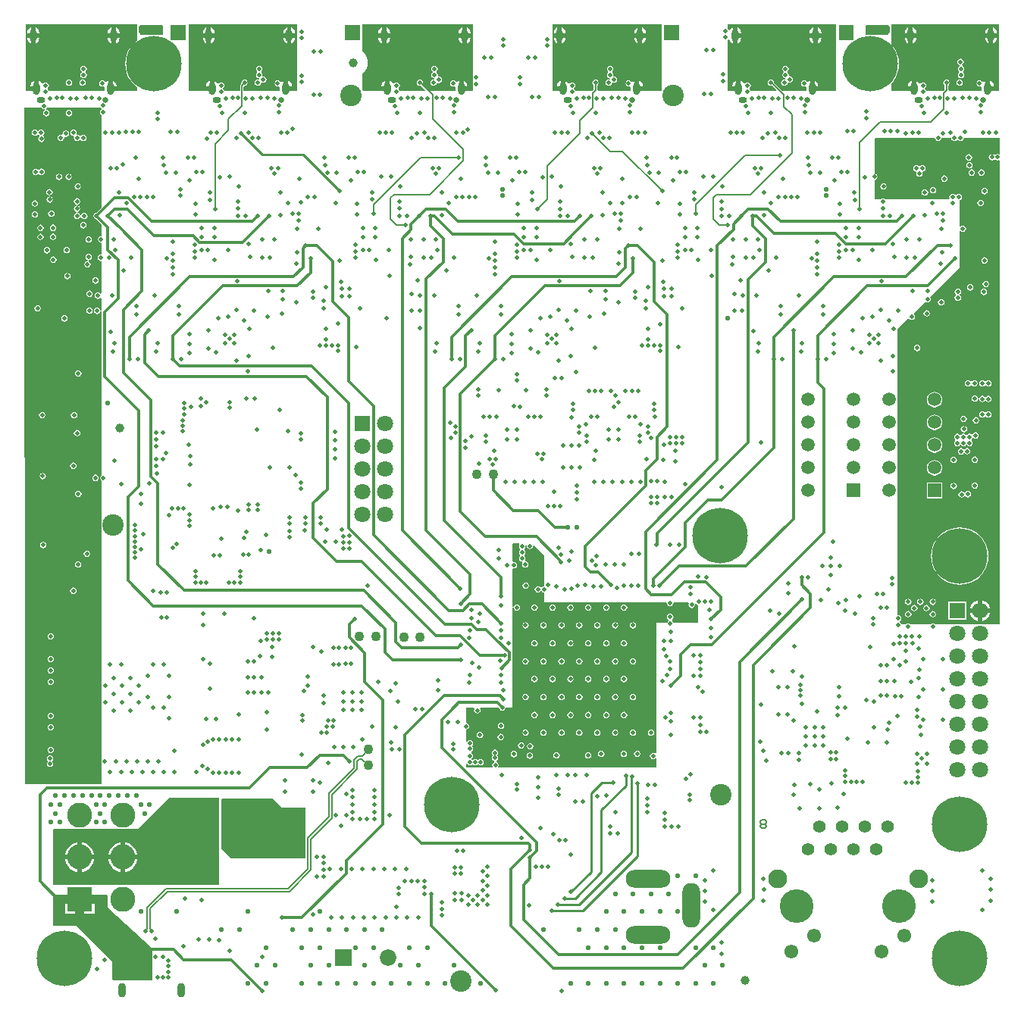
<source format=gbl>
G04*
G04 #@! TF.GenerationSoftware,Altium Limited,Altium Designer,20.1.11 (218)*
G04*
G04 Layer_Physical_Order=8*
G04 Layer_Color=16711680*
%FSLAX24Y24*%
%MOIN*%
G70*
G04*
G04 #@! TF.SameCoordinates,8E8D3587-AC64-4FAB-BC23-9619E2EF9FFF*
G04*
G04*
G04 #@! TF.FilePolarity,Positive*
G04*
G01*
G75*
%ADD13C,0.0100*%
%ADD18C,0.0060*%
G04:AMPARAMS|DCode=38|XSize=35mil|YSize=34mil|CornerRadius=6mil|HoleSize=0mil|Usage=FLASHONLY|Rotation=180.000|XOffset=0mil|YOffset=0mil|HoleType=Round|Shape=RoundedRectangle|*
%AMROUNDEDRECTD38*
21,1,0.0350,0.0221,0,0,180.0*
21,1,0.0231,0.0340,0,0,180.0*
1,1,0.0119,-0.0116,0.0111*
1,1,0.0119,0.0116,0.0111*
1,1,0.0119,0.0116,-0.0111*
1,1,0.0119,-0.0116,-0.0111*
%
%ADD38ROUNDEDRECTD38*%
%ADD202C,0.0550*%
%ADD219C,0.0197*%
%ADD260C,0.0394*%
%ADD280C,0.0120*%
%ADD281C,0.0085*%
%ADD283C,0.0075*%
%ADD284C,0.0059*%
%ADD286C,0.2441*%
%ADD287C,0.1102*%
%ADD288R,0.1102X0.1102*%
%ADD289C,0.0945*%
%ADD290C,0.0433*%
%ADD291C,0.0830*%
%ADD292C,0.1480*%
%ADD293C,0.0610*%
%ADD294O,0.0374X0.0256*%
%ADD295O,0.0315X0.0551*%
%ADD296C,0.0256*%
%ADD297O,0.0787X0.1969*%
%ADD298O,0.1969X0.0787*%
%ADD299C,0.0709*%
%ADD300R,0.0709X0.0709*%
G04:AMPARAMS|DCode=301|XSize=35.4mil|YSize=63mil|CornerRadius=17.7mil|HoleSize=0mil|Usage=FLASHONLY|Rotation=0.000|XOffset=0mil|YOffset=0mil|HoleType=Round|Shape=RoundedRectangle|*
%AMROUNDEDRECTD301*
21,1,0.0354,0.0276,0,0,0.0*
21,1,0.0000,0.0630,0,0,0.0*
1,1,0.0354,0.0000,-0.0138*
1,1,0.0354,0.0000,-0.0138*
1,1,0.0354,0.0000,0.0138*
1,1,0.0354,0.0000,0.0138*
%
%ADD301ROUNDEDRECTD301*%
%ADD302C,0.0594*%
%ADD303R,0.0594X0.0594*%
%ADD304C,0.0728*%
%ADD305R,0.0728X0.0728*%
%ADD306C,0.0217*%
G36*
X3587Y39371D02*
X3584Y39321D01*
X3567Y39310D01*
X3537Y39264D01*
X3526Y39210D01*
X3537Y39156D01*
X3567Y39110D01*
X3596Y39091D01*
X3596Y35793D01*
X3596Y35011D01*
X3376Y34792D01*
X3326Y34782D01*
X3280Y34751D01*
X3250Y34705D01*
X3239Y34651D01*
X3250Y34597D01*
X3280Y34551D01*
X3326Y34521D01*
X3376Y34511D01*
X3596Y34291D01*
Y33768D01*
X3580Y33755D01*
X3526Y33744D01*
X3480Y33714D01*
X3450Y33668D01*
X3439Y33614D01*
X3450Y33560D01*
X3480Y33514D01*
X3526Y33483D01*
X3580Y33473D01*
X3596Y33460D01*
X3596Y32964D01*
X3575Y32947D01*
X3521Y32937D01*
X3475Y32906D01*
X3445Y32860D01*
X3434Y32806D01*
X3445Y32752D01*
X3475Y32706D01*
X3521Y32676D01*
X3575Y32665D01*
X3596Y32648D01*
X3596Y31243D01*
X3546Y31228D01*
X3539Y31238D01*
X3493Y31269D01*
X3439Y31279D01*
X3385Y31269D01*
X3339Y31238D01*
X3309Y31192D01*
X3298Y31138D01*
X3309Y31084D01*
X3339Y31038D01*
X3385Y31008D01*
X3439Y30997D01*
X3493Y31008D01*
X3539Y31038D01*
X3546Y31049D01*
X3596Y31034D01*
X3596Y30500D01*
X3546Y30495D01*
X3544Y30504D01*
X3539Y30530D01*
X3508Y30575D01*
X3463Y30606D01*
X3409Y30617D01*
X3355Y30606D01*
X3309Y30575D01*
X3278Y30530D01*
X3267Y30476D01*
X3278Y30422D01*
X3309Y30376D01*
X3355Y30345D01*
X3409Y30334D01*
X3463Y30345D01*
X3508Y30376D01*
X3539Y30422D01*
X3544Y30447D01*
X3546Y30456D01*
X3596Y30451D01*
X3596Y23240D01*
X3580Y23229D01*
X3549Y23184D01*
X3538Y23130D01*
X3549Y23076D01*
X3580Y23030D01*
X3596Y23019D01*
X3596Y21120D01*
X3587Y21056D01*
X3596Y20992D01*
X3596Y9643D01*
X233Y9643D01*
X204Y38583D01*
Y39406D01*
X963Y39406D01*
X980Y39380D01*
X1026Y39350D01*
X1080Y39339D01*
X1083Y39339D01*
X1102Y39292D01*
X1071Y39271D01*
X1040Y39225D01*
X1029Y39171D01*
X1040Y39117D01*
X1071Y39071D01*
X1116Y39041D01*
X1170Y39030D01*
X1224Y39041D01*
X1270Y39071D01*
X1301Y39117D01*
X1311Y39171D01*
X1301Y39225D01*
X1270Y39271D01*
X1224Y39302D01*
X1170Y39312D01*
X1167Y39312D01*
X1148Y39359D01*
X1180Y39380D01*
X1197Y39406D01*
X3551Y39406D01*
X3587Y39371D01*
D02*
G37*
G36*
X8756Y5209D02*
X1461Y5209D01*
X1461Y7652D01*
X1497Y7688D01*
X5190Y7688D01*
X6565Y9063D01*
X8756Y9063D01*
Y5209D01*
D02*
G37*
G36*
X11112Y9011D02*
X11516Y8607D01*
X12548Y8607D01*
X12548Y6381D01*
X9296Y6381D01*
X8871Y6805D01*
X8871Y8976D01*
X8907Y9011D01*
X11112Y9011D01*
D02*
G37*
G36*
X1983Y4785D02*
Y4785D01*
X2635D01*
X3286D01*
Y4785D01*
X3830D01*
X3865Y4750D01*
X3865Y4218D01*
X5822Y2410D01*
Y1032D01*
X4101Y1032D01*
X4065Y1068D01*
X4065Y1836D01*
X2483Y3418D01*
X1478D01*
X1478Y4785D01*
X1983D01*
D02*
G37*
G36*
X5167Y43071D02*
Y42364D01*
X5162Y42361D01*
X5011Y42233D01*
X4883Y42082D01*
X4779Y41913D01*
X4703Y41729D01*
X4657Y41536D01*
X4641Y41339D01*
X4657Y41141D01*
X4703Y40948D01*
X4779Y40765D01*
X4883Y40595D01*
X5011Y40445D01*
X5162Y40316D01*
X5167Y40313D01*
Y40155D01*
X4283Y40155D01*
X4280Y40157D01*
X3988D01*
Y40256D01*
X3890D01*
Y40612D01*
X3858Y40599D01*
X3804Y40558D01*
X3803Y40556D01*
X3743Y40560D01*
X3730Y40580D01*
X3684Y40610D01*
X3630Y40621D01*
X3576Y40610D01*
X3530Y40580D01*
X3500Y40534D01*
X3489Y40480D01*
X3500Y40426D01*
X3530Y40380D01*
X3576Y40350D01*
X3630Y40339D01*
X3678Y40348D01*
X3690Y40346D01*
X3728Y40319D01*
Y40155D01*
X1277Y40155D01*
X1274Y40171D01*
X1243Y40217D01*
X1230Y40226D01*
Y40286D01*
X1243Y40295D01*
X1274Y40340D01*
X1284Y40394D01*
X1274Y40448D01*
X1243Y40494D01*
X1197Y40525D01*
X1143Y40536D01*
X1089Y40525D01*
X1043Y40494D01*
X1028Y40472D01*
X972Y40477D01*
X961Y40504D01*
X920Y40558D01*
X866Y40599D01*
X835Y40612D01*
Y40256D01*
X736D01*
Y40157D01*
X476D01*
Y40155D01*
X313Y40155D01*
X278Y40190D01*
X278Y43071D01*
X5167Y43071D01*
D02*
G37*
G36*
X6259Y43051D02*
X6294Y43015D01*
X6294Y42609D01*
X5306Y42609D01*
X5306Y43051D01*
X6259Y43051D01*
D02*
G37*
G36*
X7290Y42408D02*
X7254Y42373D01*
X6630Y42373D01*
X6628Y42374D01*
Y43053D01*
X7290D01*
Y42408D01*
D02*
G37*
G36*
X12214Y43071D02*
X12214Y40155D01*
X12000Y40155D01*
X11997Y40157D01*
X11705D01*
Y40256D01*
X11606D01*
Y40612D01*
X11575Y40599D01*
X11521Y40558D01*
X11520Y40556D01*
X11460Y40560D01*
X11446Y40580D01*
X11401Y40610D01*
X11347Y40621D01*
X11293Y40610D01*
X11247Y40580D01*
X11216Y40534D01*
X11205Y40480D01*
X11216Y40426D01*
X11247Y40380D01*
X11293Y40350D01*
X11347Y40339D01*
X11395Y40348D01*
X11406Y40346D01*
X11445Y40319D01*
Y40155D01*
X9879Y40155D01*
X9843Y40190D01*
Y40326D01*
X9882Y40370D01*
X9936Y40380D01*
X9982Y40411D01*
X10012Y40457D01*
X10023Y40511D01*
X10012Y40565D01*
X9982Y40610D01*
X9936Y40641D01*
X9882Y40652D01*
X9828Y40641D01*
X9782Y40610D01*
X9751Y40565D01*
X9741Y40511D01*
X9747Y40477D01*
X9722Y40451D01*
X9706Y40428D01*
X9701Y40401D01*
Y40155D01*
X8993Y40155D01*
X8990Y40171D01*
X8960Y40217D01*
X8946Y40226D01*
Y40286D01*
X8960Y40295D01*
X8990Y40340D01*
X9001Y40394D01*
X8990Y40448D01*
X8960Y40494D01*
X8914Y40525D01*
X8860Y40536D01*
X8806Y40525D01*
X8760Y40494D01*
X8745Y40472D01*
X8689Y40477D01*
X8678Y40504D01*
X8636Y40558D01*
X8583Y40599D01*
X8551Y40612D01*
Y40256D01*
X8453D01*
Y40157D01*
X8193D01*
Y40155D01*
X7467Y40155D01*
X7431Y40190D01*
X7431Y43071D01*
X12214Y43071D01*
D02*
G37*
G36*
X14967Y42408D02*
X14931Y42373D01*
X14306Y42373D01*
Y43053D01*
X14967D01*
Y42408D01*
D02*
G37*
G36*
X38197Y42609D02*
X37209Y42609D01*
X37209Y43015D01*
X37245Y43051D01*
X38197Y43051D01*
X38197Y42609D01*
D02*
G37*
G36*
X36679Y42374D02*
X36677Y42373D01*
X36053Y42373D01*
X36017Y42408D01*
Y43053D01*
X36679D01*
Y42374D01*
D02*
G37*
G36*
X29001Y42373D02*
X28376Y42373D01*
X28340Y42408D01*
Y43053D01*
X29001D01*
Y42373D01*
D02*
G37*
G36*
X35901Y43071D02*
X35901Y40155D01*
X35149Y40155D01*
X35147Y40157D01*
X34854D01*
Y40256D01*
X34756D01*
Y40612D01*
X34724Y40599D01*
X34671Y40558D01*
X34669Y40556D01*
X34609Y40560D01*
X34596Y40580D01*
X34550Y40610D01*
X34496Y40621D01*
X34442Y40610D01*
X34396Y40580D01*
X34366Y40534D01*
X34355Y40480D01*
X34366Y40426D01*
X34396Y40380D01*
X34442Y40350D01*
X34496Y40339D01*
X34545Y40349D01*
X34556Y40346D01*
X34595Y40319D01*
Y40155D01*
X33516Y40155D01*
X33170Y40500D01*
X33173Y40511D01*
X33162Y40565D01*
X33131Y40611D01*
X33085Y40641D01*
X33031Y40652D01*
X32977Y40641D01*
X32932Y40611D01*
X32901Y40565D01*
X32890Y40511D01*
X32901Y40457D01*
X32932Y40411D01*
X32977Y40380D01*
X33031Y40370D01*
X33085Y40380D01*
X33087Y40381D01*
X33268Y40201D01*
X33249Y40155D01*
X32143Y40155D01*
X32140Y40171D01*
X32109Y40217D01*
X32096Y40226D01*
Y40286D01*
X32109Y40295D01*
X32140Y40340D01*
X32150Y40394D01*
X32140Y40448D01*
X32109Y40494D01*
X32063Y40525D01*
X32009Y40536D01*
X31955Y40525D01*
X31910Y40494D01*
X31895Y40472D01*
X31838Y40477D01*
X31827Y40504D01*
X31786Y40558D01*
X31732Y40599D01*
X31701Y40612D01*
Y40256D01*
X31602D01*
Y40157D01*
X31343D01*
Y40155D01*
X31180Y40155D01*
X31144Y40190D01*
X31144Y42386D01*
X31163Y42402D01*
X31165Y42403D01*
X31221Y42387D01*
X31236Y42350D01*
X31277Y42297D01*
X31331Y42255D01*
X31362Y42242D01*
Y42598D01*
Y42954D01*
X31331Y42941D01*
X31277Y42900D01*
X31236Y42846D01*
X31230Y42832D01*
X31178Y42837D01*
X31175Y42851D01*
X31144Y42897D01*
X31144Y42897D01*
Y43071D01*
X35901Y43071D01*
D02*
G37*
G36*
X19931Y43071D02*
X19931Y40155D01*
X19716Y40155D01*
X19713Y40158D01*
X19421D01*
Y40256D01*
X19323D01*
Y40612D01*
X19291Y40599D01*
X19238Y40558D01*
X19236Y40556D01*
X19176Y40560D01*
X19163Y40580D01*
X19117Y40611D01*
X19063Y40621D01*
X19009Y40611D01*
X18963Y40580D01*
X18933Y40534D01*
X18922Y40480D01*
X18933Y40426D01*
X18963Y40380D01*
X19009Y40350D01*
X19063Y40339D01*
X19112Y40349D01*
X19123Y40346D01*
X19162Y40319D01*
Y40155D01*
X18074Y40155D01*
X17736Y40493D01*
X17739Y40511D01*
X17729Y40565D01*
X17698Y40611D01*
X17652Y40641D01*
X17598Y40652D01*
X17544Y40641D01*
X17499Y40611D01*
X17468Y40565D01*
X17457Y40511D01*
X17468Y40457D01*
X17499Y40411D01*
X17544Y40380D01*
X17598Y40370D01*
X17647Y40379D01*
X17826Y40201D01*
X17806Y40155D01*
X16710Y40155D01*
X16707Y40171D01*
X16676Y40217D01*
X16663Y40226D01*
Y40286D01*
X16676Y40295D01*
X16707Y40341D01*
X16717Y40395D01*
X16707Y40449D01*
X16676Y40494D01*
X16630Y40525D01*
X16576Y40536D01*
X16522Y40525D01*
X16476Y40494D01*
X16462Y40472D01*
X16405Y40478D01*
X16394Y40504D01*
X16353Y40558D01*
X16299Y40599D01*
X16268Y40612D01*
Y40256D01*
X16169D01*
Y40158D01*
X15910D01*
Y40155D01*
X15117Y40155D01*
X15081Y40190D01*
Y40912D01*
X15118Y40942D01*
X15197Y41038D01*
X15255Y41148D01*
X15291Y41266D01*
X15304Y41390D01*
X15291Y41514D01*
X15255Y41632D01*
X15197Y41742D01*
X15118Y41838D01*
X15081Y41868D01*
Y43071D01*
X19931Y43071D01*
D02*
G37*
G36*
X28228Y43071D02*
X28228Y40155D01*
X27433Y40155D01*
X27430Y40158D01*
X27138D01*
Y40256D01*
X27039D01*
Y40612D01*
X27008Y40599D01*
X26954Y40558D01*
X26953Y40556D01*
X26893Y40560D01*
X26879Y40580D01*
X26834Y40611D01*
X26780Y40621D01*
X26726Y40611D01*
X26680Y40580D01*
X26649Y40534D01*
X26639Y40480D01*
X26649Y40426D01*
X26680Y40380D01*
X26726Y40350D01*
X26780Y40339D01*
X26828Y40349D01*
X26839Y40346D01*
X26878Y40319D01*
Y40155D01*
X25429Y40155D01*
X25386Y40205D01*
Y40392D01*
X25415Y40411D01*
X25445Y40457D01*
X25456Y40511D01*
X25445Y40565D01*
X25415Y40611D01*
X25369Y40641D01*
X25315Y40652D01*
X25261Y40641D01*
X25215Y40611D01*
X25185Y40565D01*
X25174Y40511D01*
X25185Y40457D01*
X25215Y40411D01*
X25244Y40392D01*
Y40202D01*
X25197Y40155D01*
X24427Y40155D01*
X24423Y40171D01*
X24393Y40217D01*
X24380Y40226D01*
Y40286D01*
X24393Y40295D01*
X24423Y40341D01*
X24434Y40395D01*
X24423Y40449D01*
X24393Y40494D01*
X24347Y40525D01*
X24293Y40536D01*
X24239Y40525D01*
X24193Y40494D01*
X24178Y40472D01*
X24122Y40478D01*
X24111Y40504D01*
X24069Y40558D01*
X24016Y40599D01*
X23984Y40612D01*
Y40256D01*
X23886D01*
Y40158D01*
X23626D01*
Y40155D01*
X23463Y40155D01*
X23428Y40190D01*
X23428Y43071D01*
X28228Y43071D01*
D02*
G37*
G36*
X43080Y43071D02*
X43080Y40155D01*
X42866Y40155D01*
X42863Y40157D01*
X42571D01*
Y40256D01*
X42472D01*
Y40612D01*
X42441Y40599D01*
X42387Y40558D01*
X42386Y40556D01*
X42326Y40560D01*
X42313Y40580D01*
X42267Y40610D01*
X42213Y40621D01*
X42159Y40610D01*
X42113Y40580D01*
X42082Y40534D01*
X42072Y40480D01*
X42082Y40426D01*
X42113Y40380D01*
X42159Y40350D01*
X42213Y40339D01*
X42261Y40349D01*
X42273Y40346D01*
X42311Y40319D01*
Y40155D01*
X40862Y40155D01*
X40819Y40205D01*
Y40392D01*
X40848Y40411D01*
X40878Y40457D01*
X40889Y40511D01*
X40878Y40565D01*
X40848Y40611D01*
X40802Y40641D01*
X40748Y40652D01*
X40694Y40641D01*
X40648Y40611D01*
X40618Y40565D01*
X40607Y40511D01*
X40618Y40457D01*
X40648Y40411D01*
X40677Y40392D01*
Y40201D01*
X40630Y40155D01*
X39860Y40155D01*
X39856Y40171D01*
X39826Y40217D01*
X39813Y40226D01*
Y40286D01*
X39826Y40295D01*
X39856Y40340D01*
X39867Y40394D01*
X39856Y40448D01*
X39826Y40494D01*
X39780Y40525D01*
X39726Y40536D01*
X39672Y40525D01*
X39626Y40494D01*
X39611Y40472D01*
X39555Y40477D01*
X39544Y40504D01*
X39503Y40558D01*
X39449Y40599D01*
X39417Y40612D01*
Y40256D01*
X39319D01*
Y40157D01*
X39059D01*
Y40155D01*
X38371Y40155D01*
X38336Y40190D01*
Y40492D01*
X38424Y40595D01*
X38528Y40765D01*
X38604Y40948D01*
X38650Y41141D01*
X38666Y41339D01*
X38650Y41536D01*
X38604Y41729D01*
X38528Y41913D01*
X38424Y42082D01*
X38336Y42186D01*
Y43071D01*
X43080Y43071D01*
D02*
G37*
G36*
X40245Y38090D02*
X40256Y38036D01*
X40286Y37990D01*
X40332Y37960D01*
X40386Y37949D01*
X40440Y37960D01*
X40486Y37990D01*
X40517Y38036D01*
X40527Y38090D01*
X40954Y38090D01*
X40961Y38082D01*
X40971Y38028D01*
X41002Y37983D01*
X41048Y37952D01*
X41102Y37941D01*
X41156Y37952D01*
X41202Y37983D01*
X41210Y37995D01*
X41270D01*
X41279Y37983D01*
X41324Y37952D01*
X41378Y37941D01*
X41432Y37952D01*
X41478Y37983D01*
X41509Y38028D01*
X41520Y38082D01*
X41526Y38090D01*
X43103Y38090D01*
X43103Y37390D01*
X43053Y37363D01*
X43048Y37366D01*
X42994Y37377D01*
X42940Y37366D01*
X42909Y37345D01*
X42875Y37339D01*
X42841Y37345D01*
X42810Y37366D01*
X42756Y37377D01*
X42702Y37366D01*
X42656Y37336D01*
X42625Y37290D01*
X42614Y37236D01*
X42625Y37182D01*
X42656Y37136D01*
X42702Y37105D01*
X42756Y37095D01*
X42810Y37105D01*
X42841Y37126D01*
X42875Y37133D01*
X42909Y37126D01*
X42940Y37105D01*
X42994Y37095D01*
X43048Y37105D01*
X43053Y37109D01*
X43103Y37082D01*
X43103Y16689D01*
X40252Y16689D01*
X40249Y16694D01*
X40203Y16725D01*
X40149Y16736D01*
X40095Y16725D01*
X40049Y16694D01*
X40046Y16689D01*
X39177Y16689D01*
X39173Y16694D01*
X39127Y16725D01*
X39073Y16736D01*
X39019Y16725D01*
X38974Y16694D01*
X38970Y16689D01*
X38760Y16689D01*
X38756Y16712D01*
X38725Y16758D01*
X38709Y16769D01*
Y16829D01*
X38725Y16840D01*
X38756Y16885D01*
X38767Y16939D01*
X38756Y16993D01*
X38725Y17039D01*
X38679Y17070D01*
X38625Y17080D01*
X38603Y17099D01*
X38603Y29670D01*
X39064Y30131D01*
X39129Y30125D01*
X39133Y30119D01*
X39179Y30088D01*
X39233Y30078D01*
X39287Y30088D01*
X39332Y30119D01*
X39363Y30165D01*
X39374Y30219D01*
X39363Y30273D01*
X39332Y30319D01*
X39326Y30323D01*
X39320Y30387D01*
X39824Y30891D01*
X39870Y30860D01*
X39924Y30850D01*
X39978Y30860D01*
X40024Y30891D01*
X40054Y30937D01*
X40065Y30991D01*
X40054Y31045D01*
X40024Y31091D01*
X41318Y32385D01*
X41318Y33990D01*
X41368Y34005D01*
X41377Y33992D01*
X41422Y33962D01*
X41476Y33951D01*
X41530Y33962D01*
X41576Y33992D01*
X41607Y34038D01*
X41618Y34092D01*
X41607Y34146D01*
X41576Y34192D01*
X41530Y34223D01*
X41476Y34233D01*
X41422Y34223D01*
X41377Y34192D01*
X41368Y34179D01*
X41318Y34194D01*
X41318Y35346D01*
X41349Y35352D01*
X41394Y35383D01*
X41425Y35428D01*
X41436Y35482D01*
X41425Y35536D01*
X41394Y35582D01*
X41349Y35613D01*
X41295Y35624D01*
X41241Y35613D01*
X41195Y35582D01*
X41186Y35570D01*
X41126D01*
X41118Y35582D01*
X41072Y35613D01*
X41018Y35624D01*
X40964Y35613D01*
X40918Y35582D01*
X40888Y35536D01*
X40877Y35482D01*
X40885Y35441D01*
X40857Y35391D01*
X38050D01*
X38049Y35393D01*
X38003Y35424D01*
X37949Y35435D01*
X37895Y35424D01*
X37849Y35393D01*
X37848Y35391D01*
X37607D01*
X37607Y36233D01*
X37636Y36239D01*
X37682Y36269D01*
X37712Y36315D01*
X37723Y36369D01*
X37712Y36423D01*
X37682Y36469D01*
X37636Y36499D01*
X37607Y36505D01*
X37607Y38055D01*
X37642Y38090D01*
X40245Y38090D01*
D02*
G37*
G36*
X21950Y20235D02*
X21977Y20185D01*
X21970Y20174D01*
X21959Y20120D01*
X21970Y20066D01*
X22000Y20020D01*
X22006Y20017D01*
Y19957D01*
X22000Y19953D01*
X21970Y19907D01*
X21959Y19853D01*
X21970Y19799D01*
X22000Y19753D01*
X22006Y19750D01*
Y19690D01*
X22000Y19686D01*
X21970Y19640D01*
X21959Y19586D01*
X21970Y19532D01*
X22000Y19486D01*
X22046Y19456D01*
X22089Y19447D01*
X22109Y19415D01*
X22115Y19397D01*
X22100Y19374D01*
X22089Y19320D01*
X22100Y19266D01*
X22130Y19220D01*
X22176Y19190D01*
X22230Y19179D01*
X22284Y19190D01*
X22330Y19220D01*
X22360Y19266D01*
X22371Y19320D01*
X22360Y19374D01*
X22330Y19420D01*
X22284Y19450D01*
X22241Y19459D01*
X22221Y19491D01*
X22215Y19509D01*
X22230Y19532D01*
X22241Y19586D01*
X22230Y19640D01*
X22200Y19686D01*
X22194Y19690D01*
Y19750D01*
X22200Y19753D01*
X22230Y19799D01*
X22241Y19853D01*
X22230Y19907D01*
X22200Y19953D01*
X22194Y19957D01*
Y20017D01*
X22200Y20020D01*
X22230Y20066D01*
X22241Y20120D01*
X22234Y20156D01*
X22260Y20198D01*
X22263Y20201D01*
X22296Y20158D01*
X22291Y20132D01*
X22302Y20078D01*
X22332Y20032D01*
X22378Y20002D01*
X22432Y19991D01*
X22486Y20002D01*
X22532Y20032D01*
X22562Y20078D01*
X22570Y20117D01*
X22611Y20136D01*
X22621Y20137D01*
X23077Y19682D01*
X23077Y18380D01*
X23058Y18364D01*
X23004Y18354D01*
X22958Y18323D01*
X22950Y18311D01*
X22890D01*
X22882Y18323D01*
X22836Y18354D01*
X22782Y18364D01*
X22728Y18354D01*
X22682Y18323D01*
X22651Y18277D01*
X22641Y18223D01*
X22651Y18169D01*
X22682Y18124D01*
X22728Y18093D01*
X22782Y18082D01*
X22836Y18093D01*
X22882Y18124D01*
X22890Y18136D01*
X22950D01*
X22958Y18124D01*
X23004Y18093D01*
X23058Y18082D01*
X23077Y18067D01*
Y17646D01*
X28446Y17646D01*
X28459Y17630D01*
X28470Y17576D01*
X28500Y17530D01*
X28546Y17500D01*
X28600Y17489D01*
X28654Y17500D01*
X28700Y17530D01*
X28730Y17576D01*
X28741Y17630D01*
X28754Y17646D01*
X29393D01*
X29420Y17596D01*
X29417Y17592D01*
X29406Y17538D01*
X29417Y17484D01*
X29448Y17438D01*
X29494Y17407D01*
X29548Y17397D01*
X29602Y17407D01*
X29647Y17438D01*
X29678Y17484D01*
X29689Y17538D01*
X29683Y17564D01*
X29703Y17598D01*
X29718Y17610D01*
X29721Y17612D01*
X29739Y17609D01*
X29766Y17569D01*
X29812Y17538D01*
X29847Y17531D01*
X29847Y16741D01*
X28753Y16741D01*
X28744Y16786D01*
X28714Y16832D01*
X28698Y16842D01*
Y16902D01*
X28710Y16910D01*
X28740Y16956D01*
X28751Y17010D01*
X28740Y17064D01*
X28710Y17110D01*
X28664Y17140D01*
X28610Y17151D01*
X28556Y17140D01*
X28510Y17110D01*
X28480Y17064D01*
X28469Y17010D01*
X28480Y16956D01*
X28510Y16910D01*
X28526Y16900D01*
Y16840D01*
X28514Y16832D01*
X28484Y16786D01*
X28475Y16741D01*
X27994D01*
X27994Y11026D01*
X27979Y11015D01*
X27944Y11004D01*
X27908Y11028D01*
X27854Y11038D01*
X27800Y11028D01*
X27754Y10997D01*
X27724Y10951D01*
X27713Y10897D01*
X27724Y10843D01*
X27754Y10798D01*
X27800Y10767D01*
X27854Y10756D01*
X27908Y10767D01*
X27944Y10791D01*
X27979Y10779D01*
X27994Y10769D01*
X27994Y10386D01*
X21056Y10371D01*
X21030Y10421D01*
X21046Y10446D01*
X21057Y10500D01*
X21046Y10554D01*
X21016Y10600D01*
X20970Y10630D01*
X20965Y10631D01*
X20958Y10659D01*
X20959Y10683D01*
X20999Y10710D01*
X21030Y10756D01*
X21040Y10810D01*
X21030Y10864D01*
X20999Y10909D01*
Y10930D01*
X21030Y10976D01*
X21040Y11030D01*
X21030Y11084D01*
X20999Y11130D01*
X20953Y11160D01*
X20899Y11171D01*
X20845Y11160D01*
X20799Y11130D01*
X20769Y11084D01*
X20758Y11030D01*
X20769Y10976D01*
X20799Y10930D01*
Y10909D01*
X20769Y10864D01*
X20758Y10810D01*
X20769Y10756D01*
X20799Y10710D01*
X20845Y10679D01*
X20851Y10678D01*
X20857Y10651D01*
X20856Y10626D01*
X20816Y10600D01*
X20786Y10554D01*
X20775Y10500D01*
X20786Y10446D01*
X20802Y10421D01*
X20777Y10370D01*
X19658Y10368D01*
X19623Y10403D01*
X19623Y10535D01*
X19669Y10553D01*
X19673Y10553D01*
X19702Y10509D01*
X19748Y10479D01*
X19802Y10468D01*
X19856Y10479D01*
X19902Y10509D01*
X19956Y10500D01*
X19982Y10482D01*
X20036Y10472D01*
X20090Y10482D01*
X20136Y10513D01*
X20190Y10504D01*
X20217Y10486D01*
X20271Y10475D01*
X20325Y10486D01*
X20371Y10517D01*
X20401Y10563D01*
X20412Y10617D01*
X20401Y10671D01*
X20371Y10716D01*
X20325Y10747D01*
X20271Y10758D01*
X20217Y10747D01*
X20171Y10716D01*
X20117Y10725D01*
X20090Y10743D01*
X20036Y10754D01*
X19982Y10743D01*
X19936Y10713D01*
X19882Y10722D01*
X19875Y10727D01*
X19873Y10783D01*
X19873Y10783D01*
X19898Y10800D01*
X19929Y10846D01*
X19939Y10900D01*
X19929Y10954D01*
X19898Y10999D01*
X19858Y11026D01*
X19853Y11048D01*
X19856Y11080D01*
X19894Y11106D01*
X19924Y11151D01*
X19935Y11205D01*
X19924Y11259D01*
X19894Y11305D01*
X19903Y11359D01*
X19920Y11386D01*
X19931Y11440D01*
X19920Y11494D01*
X19890Y11540D01*
X19844Y11570D01*
X19790Y11581D01*
X19736Y11570D01*
X19690Y11540D01*
X19673Y11514D01*
X19623Y11529D01*
X19623Y12045D01*
X19640Y12058D01*
X19694Y12069D01*
X19739Y12100D01*
X19770Y12145D01*
X19781Y12199D01*
X19770Y12253D01*
X19739Y12299D01*
X19694Y12330D01*
X19640Y12341D01*
X19623Y12354D01*
X19623Y13026D01*
X19976D01*
X20002Y12976D01*
X19989Y12955D01*
X19978Y12901D01*
X19989Y12847D01*
X20019Y12802D01*
X20065Y12771D01*
X20119Y12760D01*
X20173Y12771D01*
X20219Y12802D01*
X20250Y12847D01*
X20260Y12901D01*
X20250Y12955D01*
X20236Y12976D01*
X20263Y13026D01*
X21075Y13026D01*
X21085Y12976D01*
X21116Y12930D01*
X21162Y12900D01*
X21216Y12889D01*
X21270Y12900D01*
X21315Y12930D01*
X21346Y12976D01*
X21356Y13026D01*
X21665D01*
X21665Y17402D01*
X21715Y17407D01*
X21718Y17390D01*
X21723Y17368D01*
X21753Y17322D01*
X21799Y17292D01*
X21853Y17281D01*
X21907Y17292D01*
X21953Y17322D01*
X21983Y17368D01*
X21994Y17422D01*
X21983Y17476D01*
X21953Y17522D01*
X21907Y17553D01*
X21853Y17563D01*
X21799Y17553D01*
X21753Y17522D01*
X21723Y17476D01*
X21715Y17437D01*
X21665Y17442D01*
Y19108D01*
X21715Y19144D01*
X21740Y19139D01*
X21794Y19150D01*
X21840Y19180D01*
X21870Y19226D01*
X21881Y19280D01*
X21870Y19334D01*
X21840Y19380D01*
X21794Y19410D01*
X21740Y19421D01*
X21715Y19416D01*
X21665Y19452D01*
Y20200D01*
X21700Y20235D01*
X21950Y20235D01*
D02*
G37*
%LPC*%
G36*
X2165Y39312D02*
X2111Y39302D01*
X2065Y39271D01*
X2035Y39225D01*
X2024Y39171D01*
X2035Y39117D01*
X2065Y39071D01*
X2111Y39041D01*
X2165Y39030D01*
X2219Y39041D01*
X2265Y39071D01*
X2296Y39117D01*
X2306Y39171D01*
X2296Y39225D01*
X2265Y39271D01*
X2219Y39302D01*
X2165Y39312D01*
D02*
G37*
G36*
X945Y38450D02*
X891Y38439D01*
X846Y38409D01*
X837Y38396D01*
X777D01*
X769Y38409D01*
X723Y38439D01*
X669Y38450D01*
X615Y38439D01*
X569Y38409D01*
X538Y38363D01*
X528Y38309D01*
X538Y38255D01*
X569Y38209D01*
X615Y38179D01*
X669Y38168D01*
X723Y38179D01*
X769Y38209D01*
X777Y38222D01*
X837D01*
X846Y38209D01*
X855Y38203D01*
Y38143D01*
X850Y38140D01*
X820Y38094D01*
X809Y38040D01*
X820Y37986D01*
X850Y37940D01*
X896Y37910D01*
X950Y37899D01*
X1004Y37910D01*
X1050Y37940D01*
X1081Y37986D01*
X1091Y38040D01*
X1081Y38094D01*
X1050Y38140D01*
X1041Y38146D01*
Y38206D01*
X1045Y38209D01*
X1076Y38255D01*
X1086Y38309D01*
X1076Y38363D01*
X1045Y38409D01*
X999Y38439D01*
X945Y38450D01*
D02*
G37*
G36*
X2030Y38411D02*
X1976Y38400D01*
X1930Y38370D01*
X1900Y38324D01*
X1889Y38270D01*
X1890Y38262D01*
X1884Y38252D01*
X1847Y38224D01*
X1810Y38231D01*
X1756Y38220D01*
X1710Y38190D01*
X1680Y38144D01*
X1669Y38090D01*
X1680Y38036D01*
X1710Y37990D01*
X1756Y37960D01*
X1810Y37949D01*
X1864Y37960D01*
X1910Y37990D01*
X1940Y38036D01*
X1951Y38090D01*
X1950Y38098D01*
X1956Y38108D01*
X1993Y38136D01*
X2030Y38129D01*
X2084Y38140D01*
X2130Y38170D01*
X2160Y38216D01*
X2171Y38270D01*
X2160Y38324D01*
X2130Y38370D01*
X2084Y38400D01*
X2030Y38411D01*
D02*
G37*
G36*
X2360Y38451D02*
X2306Y38440D01*
X2260Y38410D01*
X2229Y38364D01*
X2219Y38310D01*
X2229Y38256D01*
X2260Y38210D01*
X2306Y38180D01*
X2351Y38171D01*
X2367Y38156D01*
X2386Y38123D01*
X2378Y38082D01*
X2389Y38028D01*
X2419Y37983D01*
X2465Y37952D01*
X2519Y37941D01*
X2573Y37952D01*
X2619Y37983D01*
X2627Y37995D01*
X2687D01*
X2696Y37983D01*
X2742Y37952D01*
X2796Y37941D01*
X2850Y37952D01*
X2895Y37983D01*
X2926Y38028D01*
X2937Y38082D01*
X2926Y38136D01*
X2895Y38182D01*
X2850Y38213D01*
X2796Y38223D01*
X2742Y38213D01*
X2696Y38182D01*
X2687Y38170D01*
X2627D01*
X2619Y38182D01*
X2573Y38213D01*
X2527Y38222D01*
X2512Y38236D01*
X2493Y38269D01*
X2501Y38310D01*
X2490Y38364D01*
X2460Y38410D01*
X2414Y38440D01*
X2360Y38451D01*
D02*
G37*
G36*
X958Y36737D02*
X904Y36726D01*
X858Y36695D01*
X851Y36685D01*
X791D01*
X789Y36689D01*
X743Y36720D01*
X689Y36731D01*
X635Y36720D01*
X589Y36689D01*
X558Y36643D01*
X548Y36589D01*
X558Y36535D01*
X589Y36490D01*
X635Y36459D01*
X689Y36448D01*
X743Y36459D01*
X789Y36490D01*
X795Y36500D01*
X856D01*
X858Y36496D01*
X904Y36465D01*
X958Y36455D01*
X1012Y36465D01*
X1058Y36496D01*
X1088Y36542D01*
X1099Y36596D01*
X1088Y36650D01*
X1058Y36695D01*
X1012Y36726D01*
X958Y36737D01*
D02*
G37*
G36*
X2148Y36511D02*
X2094Y36500D01*
X2048Y36470D01*
X2018Y36424D01*
X2007Y36370D01*
X2018Y36316D01*
X2048Y36270D01*
X2094Y36239D01*
X2148Y36229D01*
X2202Y36239D01*
X2248Y36270D01*
X2279Y36316D01*
X2289Y36370D01*
X2279Y36424D01*
X2248Y36470D01*
X2202Y36500D01*
X2148Y36511D01*
D02*
G37*
G36*
X1725Y36509D02*
X1671Y36498D01*
X1625Y36468D01*
X1595Y36422D01*
X1584Y36368D01*
X1595Y36314D01*
X1625Y36268D01*
X1671Y36238D01*
X1725Y36227D01*
X1779Y36238D01*
X1825Y36268D01*
X1855Y36314D01*
X1866Y36368D01*
X1855Y36422D01*
X1825Y36468D01*
X1779Y36498D01*
X1725Y36509D01*
D02*
G37*
G36*
X2548Y36085D02*
X2494Y36074D01*
X2448Y36043D01*
X2418Y35998D01*
X2407Y35944D01*
X2418Y35889D01*
X2448Y35844D01*
X2494Y35813D01*
X2548Y35802D01*
X2602Y35813D01*
X2648Y35844D01*
X2679Y35889D01*
X2689Y35944D01*
X2679Y35998D01*
X2648Y36043D01*
X2602Y36074D01*
X2548Y36085D01*
D02*
G37*
G36*
X1310Y35841D02*
X1256Y35830D01*
X1210Y35800D01*
X1180Y35754D01*
X1169Y35700D01*
X1180Y35646D01*
X1210Y35600D01*
X1256Y35570D01*
X1310Y35559D01*
X1364Y35570D01*
X1410Y35600D01*
X1440Y35646D01*
X1451Y35700D01*
X1440Y35754D01*
X1410Y35800D01*
X1364Y35830D01*
X1310Y35841D01*
D02*
G37*
G36*
X1316Y35510D02*
X1262Y35499D01*
X1216Y35469D01*
X1185Y35423D01*
X1174Y35369D01*
X1185Y35315D01*
X1216Y35269D01*
X1262Y35239D01*
X1316Y35228D01*
X1370Y35239D01*
X1415Y35269D01*
X1446Y35315D01*
X1457Y35369D01*
X1446Y35423D01*
X1415Y35469D01*
X1370Y35499D01*
X1316Y35510D01*
D02*
G37*
G36*
X670Y35341D02*
X616Y35330D01*
X570Y35300D01*
X540Y35254D01*
X529Y35200D01*
X540Y35146D01*
X570Y35100D01*
X616Y35070D01*
X670Y35059D01*
X724Y35070D01*
X770Y35100D01*
X800Y35146D01*
X811Y35200D01*
X800Y35254D01*
X770Y35300D01*
X724Y35330D01*
X670Y35341D01*
D02*
G37*
G36*
X1387Y34895D02*
X1333Y34884D01*
X1287Y34853D01*
X1256Y34807D01*
X1246Y34753D01*
X1256Y34699D01*
X1287Y34654D01*
X1333Y34623D01*
X1387Y34612D01*
X1441Y34623D01*
X1487Y34654D01*
X1517Y34699D01*
X1528Y34753D01*
X1517Y34807D01*
X1487Y34853D01*
X1441Y34884D01*
X1387Y34895D01*
D02*
G37*
G36*
X670Y34856D02*
X616Y34845D01*
X571Y34814D01*
X540Y34768D01*
X529Y34714D01*
X540Y34660D01*
X571Y34615D01*
X616Y34584D01*
X670Y34573D01*
X724Y34584D01*
X770Y34615D01*
X801Y34660D01*
X811Y34714D01*
X801Y34768D01*
X770Y34814D01*
X724Y34845D01*
X670Y34856D01*
D02*
G37*
G36*
X2516Y35435D02*
X2462Y35424D01*
X2416Y35393D01*
X2386Y35348D01*
X2375Y35294D01*
X2386Y35240D01*
X2416Y35194D01*
X2462Y35163D01*
X2487Y35158D01*
X2496Y35156D01*
Y35105D01*
X2487Y35104D01*
X2462Y35099D01*
X2416Y35068D01*
X2386Y35022D01*
X2375Y34968D01*
X2386Y34914D01*
X2416Y34868D01*
X2462Y34838D01*
X2487Y34833D01*
X2496Y34831D01*
Y34780D01*
X2487Y34778D01*
X2462Y34773D01*
X2416Y34743D01*
X2386Y34697D01*
X2375Y34643D01*
X2386Y34589D01*
X2416Y34543D01*
X2462Y34513D01*
X2516Y34502D01*
X2570Y34513D01*
X2616Y34543D01*
X2647Y34589D01*
X2652Y34614D01*
X2653Y34623D01*
X2704D01*
X2706Y34614D01*
X2711Y34589D01*
X2742Y34543D01*
X2787Y34513D01*
X2841Y34502D01*
X2896Y34513D01*
X2941Y34543D01*
X2972Y34589D01*
X2983Y34643D01*
X2972Y34697D01*
X2941Y34743D01*
X2896Y34773D01*
X2841Y34784D01*
X2787Y34773D01*
X2742Y34743D01*
X2711Y34697D01*
X2706Y34672D01*
X2704Y34663D01*
X2653D01*
X2652Y34672D01*
X2647Y34697D01*
X2616Y34743D01*
X2570Y34773D01*
X2545Y34778D01*
X2536Y34780D01*
Y34831D01*
X2545Y34833D01*
X2570Y34838D01*
X2616Y34868D01*
X2647Y34914D01*
X2657Y34968D01*
X2647Y35022D01*
X2616Y35068D01*
X2570Y35099D01*
X2545Y35104D01*
X2536Y35105D01*
Y35156D01*
X2545Y35158D01*
X2570Y35163D01*
X2616Y35194D01*
X2647Y35240D01*
X2657Y35294D01*
X2647Y35348D01*
X2616Y35393D01*
X2570Y35424D01*
X2516Y35435D01*
D02*
G37*
G36*
X2791Y34381D02*
X2737Y34370D01*
X2691Y34340D01*
X2661Y34294D01*
X2650Y34240D01*
X2661Y34186D01*
X2691Y34140D01*
X2737Y34110D01*
X2791Y34099D01*
X2845Y34110D01*
X2891Y34140D01*
X2921Y34186D01*
X2932Y34240D01*
X2921Y34294D01*
X2891Y34340D01*
X2845Y34370D01*
X2791Y34381D01*
D02*
G37*
G36*
X1466Y34268D02*
X1412Y34257D01*
X1366Y34227D01*
X1335Y34181D01*
X1324Y34127D01*
X1335Y34073D01*
X1366Y34027D01*
X1412Y33996D01*
X1466Y33986D01*
X1520Y33996D01*
X1565Y34027D01*
X1596Y34073D01*
X1607Y34127D01*
X1596Y34181D01*
X1565Y34227D01*
X1520Y34257D01*
X1466Y34268D01*
D02*
G37*
G36*
X914D02*
X860Y34257D01*
X815Y34227D01*
X784Y34181D01*
X773Y34127D01*
X784Y34073D01*
X815Y34027D01*
X860Y33996D01*
X914Y33986D01*
X968Y33996D01*
X1014Y34027D01*
X1045Y34073D01*
X1056Y34127D01*
X1045Y34181D01*
X1014Y34227D01*
X968Y34257D01*
X914Y34268D01*
D02*
G37*
G36*
X1466Y33874D02*
X1412Y33864D01*
X1366Y33833D01*
X1335Y33787D01*
X1324Y33733D01*
X1335Y33679D01*
X1366Y33633D01*
X1412Y33603D01*
X1466Y33592D01*
X1520Y33603D01*
X1565Y33633D01*
X1596Y33679D01*
X1607Y33733D01*
X1596Y33787D01*
X1565Y33833D01*
X1520Y33864D01*
X1466Y33874D01*
D02*
G37*
G36*
X914D02*
X860Y33864D01*
X815Y33833D01*
X784Y33787D01*
X773Y33733D01*
X784Y33679D01*
X815Y33633D01*
X860Y33603D01*
X914Y33592D01*
X968Y33603D01*
X1014Y33633D01*
X1045Y33679D01*
X1056Y33733D01*
X1045Y33787D01*
X1014Y33833D01*
X968Y33864D01*
X914Y33874D01*
D02*
G37*
G36*
X3029Y33754D02*
X2975Y33743D01*
X2930Y33712D01*
X2899Y33667D01*
X2888Y33613D01*
X2899Y33559D01*
X2930Y33513D01*
X2975Y33482D01*
X3029Y33472D01*
X3083Y33482D01*
X3129Y33513D01*
X3160Y33559D01*
X3170Y33613D01*
X3160Y33667D01*
X3129Y33712D01*
X3083Y33743D01*
X3029Y33754D01*
D02*
G37*
G36*
X2061Y33294D02*
X2007Y33284D01*
X1961Y33253D01*
X1930Y33207D01*
X1920Y33153D01*
X1930Y33099D01*
X1961Y33053D01*
X2007Y33023D01*
X2061Y33012D01*
X2115Y33023D01*
X2161Y33053D01*
X2191Y33099D01*
X2202Y33153D01*
X2191Y33207D01*
X2161Y33253D01*
X2115Y33284D01*
X2061Y33294D01*
D02*
G37*
G36*
X1190Y33282D02*
X1136Y33272D01*
X1090Y33241D01*
X1060Y33195D01*
X1049Y33141D01*
X1060Y33087D01*
X1090Y33041D01*
X1136Y33011D01*
X1190Y33000D01*
X1244Y33011D01*
X1290Y33041D01*
X1320Y33087D01*
X1331Y33141D01*
X1320Y33195D01*
X1290Y33241D01*
X1244Y33272D01*
X1190Y33282D01*
D02*
G37*
G36*
X1480Y32872D02*
X1426Y32862D01*
X1380Y32831D01*
X1350Y32785D01*
X1339Y32731D01*
X1350Y32677D01*
X1380Y32631D01*
X1426Y32601D01*
X1480Y32590D01*
X1534Y32601D01*
X1580Y32631D01*
X1610Y32677D01*
X1621Y32731D01*
X1610Y32785D01*
X1580Y32831D01*
X1534Y32862D01*
X1480Y32872D01*
D02*
G37*
G36*
X3029Y32991D02*
X2975Y32981D01*
X2930Y32950D01*
X2899Y32904D01*
X2888Y32850D01*
X2899Y32796D01*
X2930Y32750D01*
X2975Y32720D01*
X2989Y32717D01*
X2980Y32668D01*
X2972Y32666D01*
X2926Y32657D01*
X2881Y32627D01*
X2850Y32581D01*
X2839Y32527D01*
X2850Y32473D01*
X2881Y32427D01*
X2926Y32397D01*
X2980Y32386D01*
X3034Y32397D01*
X3080Y32427D01*
X3111Y32473D01*
X3122Y32527D01*
X3111Y32581D01*
X3080Y32627D01*
X3034Y32657D01*
X3020Y32660D01*
X3029Y32709D01*
X3038Y32711D01*
X3083Y32720D01*
X3129Y32750D01*
X3160Y32796D01*
X3171Y32850D01*
X3160Y32904D01*
X3129Y32950D01*
X3083Y32981D01*
X3029Y32991D01*
D02*
G37*
G36*
X2090Y32144D02*
X2036Y32133D01*
X1990Y32102D01*
X1959Y32056D01*
X1948Y32002D01*
X1959Y31948D01*
X1990Y31903D01*
X2036Y31872D01*
X2090Y31861D01*
X2144Y31872D01*
X2189Y31903D01*
X2220Y31948D01*
X2231Y32002D01*
X2220Y32056D01*
X2189Y32102D01*
X2144Y32133D01*
X2090Y32144D01*
D02*
G37*
G36*
X3338Y31950D02*
X3284Y31939D01*
X3238Y31908D01*
X3207Y31862D01*
X3197Y31808D01*
X3207Y31754D01*
X3238Y31709D01*
X3284Y31678D01*
X3338Y31667D01*
X3392Y31678D01*
X3438Y31709D01*
X3468Y31754D01*
X3479Y31808D01*
X3468Y31862D01*
X3438Y31908D01*
X3392Y31939D01*
X3338Y31950D01*
D02*
G37*
G36*
X3072Y31373D02*
X3018Y31362D01*
X2972Y31331D01*
X2942Y31286D01*
X2931Y31232D01*
X2942Y31178D01*
X2972Y31132D01*
X3018Y31101D01*
X3072Y31090D01*
X3126Y31101D01*
X3172Y31132D01*
X3203Y31178D01*
X3213Y31232D01*
X3203Y31286D01*
X3172Y31331D01*
X3126Y31362D01*
X3072Y31373D01*
D02*
G37*
G36*
X783Y30730D02*
X729Y30719D01*
X683Y30688D01*
X653Y30643D01*
X642Y30589D01*
X653Y30534D01*
X683Y30489D01*
X729Y30458D01*
X783Y30447D01*
X837Y30458D01*
X883Y30489D01*
X913Y30534D01*
X924Y30589D01*
X913Y30643D01*
X883Y30688D01*
X837Y30719D01*
X783Y30730D01*
D02*
G37*
G36*
X3070Y30621D02*
X3016Y30610D01*
X2970Y30580D01*
X2940Y30534D01*
X2929Y30480D01*
X2940Y30426D01*
X2970Y30380D01*
X3016Y30350D01*
X3070Y30339D01*
X3124Y30350D01*
X3170Y30380D01*
X3200Y30426D01*
X3211Y30480D01*
X3200Y30534D01*
X3170Y30580D01*
X3124Y30610D01*
X3070Y30621D01*
D02*
G37*
G36*
X1967Y30281D02*
X1913Y30270D01*
X1867Y30240D01*
X1837Y30194D01*
X1826Y30140D01*
X1837Y30086D01*
X1867Y30040D01*
X1913Y30010D01*
X1967Y29999D01*
X2021Y30010D01*
X2067Y30040D01*
X2097Y30086D01*
X2108Y30140D01*
X2097Y30194D01*
X2067Y30240D01*
X2021Y30270D01*
X1967Y30281D01*
D02*
G37*
G36*
X2573Y27863D02*
X2519Y27852D01*
X2474Y27822D01*
X2443Y27776D01*
X2432Y27722D01*
X2443Y27668D01*
X2474Y27622D01*
X2519Y27592D01*
X2573Y27581D01*
X2627Y27592D01*
X2673Y27622D01*
X2704Y27668D01*
X2715Y27722D01*
X2704Y27776D01*
X2673Y27822D01*
X2627Y27852D01*
X2573Y27863D01*
D02*
G37*
G36*
X982Y26031D02*
X928Y26020D01*
X883Y25989D01*
X852Y25944D01*
X841Y25890D01*
X852Y25836D01*
X883Y25790D01*
X928Y25759D01*
X982Y25749D01*
X1037Y25759D01*
X1082Y25790D01*
X1113Y25836D01*
X1124Y25890D01*
X1113Y25944D01*
X1082Y25989D01*
X1037Y26020D01*
X982Y26031D01*
D02*
G37*
G36*
X2387Y26029D02*
X2333Y26018D01*
X2287Y25988D01*
X2257Y25942D01*
X2246Y25888D01*
X2257Y25834D01*
X2287Y25788D01*
X2333Y25757D01*
X2387Y25747D01*
X2441Y25757D01*
X2487Y25788D01*
X2517Y25834D01*
X2528Y25888D01*
X2517Y25942D01*
X2487Y25988D01*
X2441Y26018D01*
X2387Y26029D01*
D02*
G37*
G36*
X2520Y25241D02*
X2466Y25230D01*
X2421Y25199D01*
X2390Y25154D01*
X2379Y25100D01*
X2390Y25046D01*
X2421Y25000D01*
X2466Y24969D01*
X2520Y24958D01*
X2574Y24969D01*
X2620Y25000D01*
X2651Y25046D01*
X2662Y25100D01*
X2651Y25154D01*
X2620Y25199D01*
X2574Y25230D01*
X2520Y25241D01*
D02*
G37*
G36*
X2355Y23803D02*
X2301Y23792D01*
X2256Y23762D01*
X2225Y23716D01*
X2214Y23662D01*
X2225Y23608D01*
X2256Y23562D01*
X2301Y23531D01*
X2355Y23521D01*
X2409Y23531D01*
X2455Y23562D01*
X2486Y23608D01*
X2496Y23662D01*
X2486Y23716D01*
X2455Y23762D01*
X2409Y23792D01*
X2355Y23803D01*
D02*
G37*
G36*
X1014Y23345D02*
X960Y23334D01*
X914Y23304D01*
X884Y23258D01*
X873Y23204D01*
X884Y23150D01*
X914Y23104D01*
X960Y23073D01*
X1014Y23063D01*
X1068Y23073D01*
X1114Y23104D01*
X1144Y23150D01*
X1155Y23204D01*
X1144Y23258D01*
X1114Y23304D01*
X1068Y23334D01*
X1014Y23345D01*
D02*
G37*
G36*
X3329Y23271D02*
X3275Y23260D01*
X3230Y23229D01*
X3199Y23184D01*
X3188Y23130D01*
X3199Y23076D01*
X3230Y23030D01*
X3275Y22999D01*
X3329Y22989D01*
X3384Y22999D01*
X3429Y23030D01*
X3460Y23076D01*
X3471Y23130D01*
X3460Y23184D01*
X3429Y23229D01*
X3384Y23260D01*
X3329Y23271D01*
D02*
G37*
G36*
X2575Y22563D02*
X2521Y22552D01*
X2475Y22521D01*
X2444Y22476D01*
X2434Y22422D01*
X2444Y22368D01*
X2475Y22322D01*
X2521Y22291D01*
X2575Y22280D01*
X2629Y22291D01*
X2675Y22322D01*
X2705Y22368D01*
X2716Y22422D01*
X2705Y22476D01*
X2675Y22521D01*
X2629Y22552D01*
X2575Y22563D01*
D02*
G37*
G36*
X1031Y20309D02*
X977Y20298D01*
X931Y20268D01*
X901Y20222D01*
X890Y20168D01*
X901Y20114D01*
X931Y20068D01*
X977Y20037D01*
X1031Y20027D01*
X1085Y20037D01*
X1131Y20068D01*
X1162Y20114D01*
X1172Y20168D01*
X1162Y20222D01*
X1131Y20268D01*
X1085Y20298D01*
X1031Y20309D01*
D02*
G37*
G36*
X2949Y19930D02*
X2895Y19919D01*
X2849Y19888D01*
X2818Y19843D01*
X2808Y19789D01*
X2818Y19735D01*
X2849Y19689D01*
X2895Y19658D01*
X2949Y19647D01*
X3003Y19658D01*
X3049Y19689D01*
X3079Y19735D01*
X3090Y19789D01*
X3079Y19843D01*
X3049Y19888D01*
X3003Y19919D01*
X2949Y19930D01*
D02*
G37*
G36*
X2573Y19459D02*
X2519Y19449D01*
X2473Y19418D01*
X2442Y19372D01*
X2432Y19318D01*
X2442Y19264D01*
X2473Y19218D01*
X2519Y19188D01*
X2573Y19177D01*
X2627Y19188D01*
X2673Y19218D01*
X2703Y19264D01*
X2714Y19318D01*
X2703Y19372D01*
X2673Y19418D01*
X2627Y19449D01*
X2573Y19459D01*
D02*
G37*
G36*
X2354Y18303D02*
X2300Y18292D01*
X2254Y18261D01*
X2224Y18216D01*
X2213Y18162D01*
X2224Y18108D01*
X2254Y18062D01*
X2300Y18031D01*
X2354Y18021D01*
X2408Y18031D01*
X2454Y18062D01*
X2485Y18108D01*
X2495Y18162D01*
X2485Y18216D01*
X2454Y18261D01*
X2408Y18292D01*
X2354Y18303D01*
D02*
G37*
G36*
X1357Y16298D02*
X1303Y16287D01*
X1258Y16257D01*
X1227Y16211D01*
X1216Y16157D01*
X1227Y16103D01*
X1258Y16057D01*
X1303Y16027D01*
X1357Y16016D01*
X1411Y16027D01*
X1457Y16057D01*
X1488Y16103D01*
X1499Y16157D01*
X1488Y16211D01*
X1457Y16257D01*
X1411Y16287D01*
X1357Y16298D01*
D02*
G37*
G36*
Y15298D02*
X1303Y15287D01*
X1258Y15257D01*
X1227Y15211D01*
X1216Y15157D01*
X1227Y15103D01*
X1258Y15057D01*
X1303Y15027D01*
X1357Y15016D01*
X1411Y15027D01*
X1457Y15057D01*
X1488Y15103D01*
X1499Y15157D01*
X1488Y15211D01*
X1457Y15257D01*
X1411Y15287D01*
X1357Y15298D01*
D02*
G37*
G36*
Y14798D02*
X1303Y14787D01*
X1258Y14757D01*
X1227Y14711D01*
X1216Y14657D01*
X1227Y14603D01*
X1258Y14557D01*
X1303Y14527D01*
X1357Y14516D01*
X1411Y14527D01*
X1457Y14557D01*
X1488Y14603D01*
X1499Y14657D01*
X1488Y14711D01*
X1457Y14757D01*
X1411Y14787D01*
X1357Y14798D01*
D02*
G37*
G36*
Y14298D02*
X1303Y14287D01*
X1258Y14257D01*
X1227Y14211D01*
X1216Y14157D01*
X1227Y14103D01*
X1258Y14057D01*
X1303Y14027D01*
X1357Y14016D01*
X1411Y14027D01*
X1457Y14057D01*
X1488Y14103D01*
X1499Y14157D01*
X1488Y14211D01*
X1457Y14257D01*
X1411Y14287D01*
X1357Y14298D01*
D02*
G37*
G36*
Y12798D02*
X1303Y12787D01*
X1258Y12757D01*
X1227Y12711D01*
X1216Y12657D01*
X1227Y12603D01*
X1258Y12557D01*
X1303Y12527D01*
X1357Y12516D01*
X1411Y12527D01*
X1457Y12557D01*
X1488Y12603D01*
X1499Y12657D01*
X1488Y12711D01*
X1457Y12757D01*
X1411Y12787D01*
X1357Y12798D01*
D02*
G37*
G36*
Y12298D02*
X1303Y12287D01*
X1258Y12257D01*
X1227Y12211D01*
X1216Y12157D01*
X1227Y12103D01*
X1258Y12057D01*
X1303Y12027D01*
X1357Y12016D01*
X1411Y12027D01*
X1457Y12057D01*
X1488Y12103D01*
X1499Y12157D01*
X1488Y12211D01*
X1457Y12257D01*
X1411Y12287D01*
X1357Y12298D01*
D02*
G37*
G36*
Y11298D02*
X1303Y11287D01*
X1258Y11257D01*
X1227Y11211D01*
X1216Y11157D01*
X1227Y11103D01*
X1258Y11057D01*
X1303Y11027D01*
X1357Y11016D01*
X1411Y11027D01*
X1457Y11057D01*
X1488Y11103D01*
X1499Y11157D01*
X1488Y11211D01*
X1457Y11257D01*
X1411Y11287D01*
X1357Y11298D01*
D02*
G37*
G36*
X1331Y10924D02*
X1277Y10913D01*
X1231Y10883D01*
X1200Y10837D01*
X1189Y10783D01*
X1200Y10729D01*
X1222Y10697D01*
X1227Y10663D01*
X1222Y10629D01*
X1200Y10597D01*
X1189Y10543D01*
X1200Y10489D01*
X1231Y10443D01*
X1277Y10413D01*
X1331Y10402D01*
X1385Y10413D01*
X1430Y10443D01*
X1461Y10489D01*
X1472Y10543D01*
X1461Y10597D01*
X1440Y10629D01*
X1434Y10663D01*
X1440Y10697D01*
X1461Y10729D01*
X1472Y10783D01*
X1461Y10837D01*
X1430Y10883D01*
X1385Y10913D01*
X1331Y10924D01*
D02*
G37*
G36*
X2733Y7083D02*
Y6537D01*
X3279D01*
X3276Y6566D01*
X3239Y6689D01*
X3179Y6802D01*
X3097Y6901D01*
X2998Y6982D01*
X2885Y7043D01*
X2762Y7080D01*
X2733Y7083D01*
D02*
G37*
G36*
X4635Y7083D02*
Y6537D01*
X5181D01*
X5178Y6566D01*
X5141Y6689D01*
X5080Y6802D01*
X4999Y6901D01*
X4900Y6982D01*
X4787Y7043D01*
X4664Y7080D01*
X4635Y7083D01*
D02*
G37*
G36*
X4438D02*
X4409Y7080D01*
X4286Y7043D01*
X4173Y6982D01*
X4073Y6901D01*
X3992Y6802D01*
X3932Y6689D01*
X3894Y6566D01*
X3892Y6537D01*
X4438D01*
Y7083D01*
D02*
G37*
G36*
X2536Y7083D02*
X2507Y7080D01*
X2384Y7043D01*
X2271Y6982D01*
X2172Y6901D01*
X2091Y6802D01*
X2030Y6689D01*
X1993Y6566D01*
X1990Y6537D01*
X2536D01*
Y7083D01*
D02*
G37*
G36*
X3279Y6340D02*
X2733D01*
Y5794D01*
X2762Y5796D01*
X2885Y5834D01*
X2998Y5894D01*
X3097Y5976D01*
X3179Y6075D01*
X3239Y6188D01*
X3276Y6311D01*
X3279Y6340D01*
D02*
G37*
G36*
X5181D02*
X4635D01*
Y5794D01*
X4664Y5796D01*
X4787Y5834D01*
X4900Y5894D01*
X4999Y5976D01*
X5080Y6075D01*
X5141Y6188D01*
X5178Y6311D01*
X5181Y6340D01*
D02*
G37*
G36*
X4438D02*
X3892D01*
X3894Y6311D01*
X3932Y6188D01*
X3992Y6075D01*
X4073Y5976D01*
X4173Y5894D01*
X4286Y5834D01*
X4409Y5796D01*
X4438Y5794D01*
Y6340D01*
D02*
G37*
G36*
X2536D02*
X1990D01*
X1993Y6311D01*
X2030Y6188D01*
X2091Y6075D01*
X2172Y5976D01*
X2271Y5894D01*
X2384Y5834D01*
X2507Y5796D01*
X2536Y5794D01*
Y6340D01*
D02*
G37*
G36*
X3286Y4391D02*
X2831D01*
Y3937D01*
X3286D01*
Y4391D01*
D02*
G37*
G36*
X2438D02*
X1983D01*
Y3937D01*
X2438D01*
Y4391D01*
D02*
G37*
G36*
X4228Y42954D02*
Y42697D01*
X4390D01*
Y42716D01*
X4381Y42784D01*
X4355Y42846D01*
X4313Y42900D01*
X4260Y42941D01*
X4228Y42954D01*
D02*
G37*
G36*
X4031Y42954D02*
X4000Y42941D01*
X3946Y42900D01*
X3905Y42846D01*
X3879Y42784D01*
X3870Y42716D01*
Y42697D01*
X4031D01*
Y42954D01*
D02*
G37*
G36*
X693Y42954D02*
Y42697D01*
X854D01*
Y42716D01*
X845Y42784D01*
X819Y42846D01*
X778Y42900D01*
X724Y42941D01*
X693Y42954D01*
D02*
G37*
G36*
X496Y42954D02*
X465Y42941D01*
X411Y42900D01*
X369Y42846D01*
X344Y42784D01*
X335Y42716D01*
Y42697D01*
X496D01*
Y42954D01*
D02*
G37*
G36*
X4390Y42500D02*
X4228D01*
Y42242D01*
X4260Y42255D01*
X4313Y42297D01*
X4355Y42350D01*
X4381Y42413D01*
X4390Y42480D01*
Y42500D01*
D02*
G37*
G36*
X854Y42500D02*
X693D01*
Y42242D01*
X724Y42255D01*
X778Y42297D01*
X819Y42350D01*
X845Y42413D01*
X854Y42480D01*
Y42500D01*
D02*
G37*
G36*
X496D02*
X335D01*
Y42480D01*
X344Y42413D01*
X369Y42350D01*
X411Y42297D01*
X465Y42255D01*
X496Y42242D01*
Y42500D01*
D02*
G37*
G36*
X4031Y42500D02*
X3870D01*
Y42480D01*
X3879Y42413D01*
X3905Y42350D01*
X3946Y42297D01*
X4000Y42255D01*
X4031Y42242D01*
Y42500D01*
D02*
G37*
G36*
X2812Y41266D02*
X2758Y41255D01*
X2712Y41224D01*
X2681Y41179D01*
X2671Y41125D01*
X2681Y41071D01*
X2712Y41025D01*
X2725Y41016D01*
Y40956D01*
X2712Y40948D01*
X2681Y40902D01*
X2671Y40848D01*
X2681Y40794D01*
X2712Y40748D01*
X2758Y40718D01*
X2812Y40707D01*
X2866Y40718D01*
X2912Y40748D01*
X2942Y40794D01*
X2953Y40848D01*
X2942Y40902D01*
X2912Y40948D01*
X2899Y40956D01*
Y41016D01*
X2912Y41025D01*
X2942Y41071D01*
X2953Y41125D01*
X2942Y41179D01*
X2912Y41224D01*
X2866Y41255D01*
X2812Y41266D01*
D02*
G37*
G36*
X2756Y40652D02*
X2702Y40641D01*
X2656Y40610D01*
X2625Y40565D01*
X2615Y40511D01*
X2625Y40457D01*
X2656Y40411D01*
X2702Y40380D01*
X2756Y40370D01*
X2810Y40380D01*
X2856Y40411D01*
X2886Y40457D01*
X2897Y40511D01*
X2886Y40565D01*
X2856Y40610D01*
X2810Y40641D01*
X2756Y40652D01*
D02*
G37*
G36*
X2165D02*
X2111Y40641D01*
X2065Y40610D01*
X2035Y40565D01*
X2024Y40511D01*
X2035Y40457D01*
X2065Y40411D01*
X2111Y40380D01*
X2165Y40370D01*
X2219Y40380D01*
X2265Y40411D01*
X2296Y40457D01*
X2306Y40511D01*
X2296Y40565D01*
X2265Y40610D01*
X2219Y40641D01*
X2165Y40652D01*
D02*
G37*
G36*
X4087Y40612D02*
Y40354D01*
X4248D01*
Y40374D01*
X4239Y40441D01*
X4213Y40504D01*
X4172Y40558D01*
X4118Y40599D01*
X4087Y40612D01*
D02*
G37*
G36*
X638Y40612D02*
X606Y40599D01*
X553Y40558D01*
X511Y40504D01*
X485Y40441D01*
X476Y40374D01*
Y40354D01*
X638D01*
Y40612D01*
D02*
G37*
G36*
X8409Y42954D02*
Y42697D01*
X8571D01*
Y42716D01*
X8562Y42784D01*
X8536Y42846D01*
X8495Y42900D01*
X8441Y42941D01*
X8409Y42954D01*
D02*
G37*
G36*
X8213Y42954D02*
X8181Y42941D01*
X8127Y42900D01*
X8086Y42846D01*
X8060Y42784D01*
X8051Y42716D01*
Y42697D01*
X8213D01*
Y42954D01*
D02*
G37*
G36*
X11945Y42954D02*
Y42697D01*
X12106D01*
Y42716D01*
X12097Y42784D01*
X12071Y42846D01*
X12030Y42900D01*
X11976Y42941D01*
X11945Y42954D01*
D02*
G37*
G36*
X11748Y42954D02*
X11717Y42941D01*
X11663Y42900D01*
X11621Y42846D01*
X11596Y42784D01*
X11587Y42716D01*
Y42697D01*
X11748D01*
Y42954D01*
D02*
G37*
G36*
X8571Y42500D02*
X8409D01*
Y42242D01*
X8441Y42255D01*
X8495Y42297D01*
X8536Y42350D01*
X8562Y42413D01*
X8571Y42480D01*
Y42500D01*
D02*
G37*
G36*
X12106Y42500D02*
X11945D01*
Y42242D01*
X11976Y42255D01*
X12030Y42297D01*
X12071Y42350D01*
X12097Y42413D01*
X12106Y42480D01*
Y42500D01*
D02*
G37*
G36*
X11748D02*
X11587D01*
Y42480D01*
X11596Y42413D01*
X11621Y42350D01*
X11663Y42297D01*
X11717Y42255D01*
X11748Y42242D01*
Y42500D01*
D02*
G37*
G36*
X8213Y42500D02*
X8051D01*
Y42480D01*
X8060Y42413D01*
X8086Y42350D01*
X8127Y42297D01*
X8181Y42255D01*
X8213Y42242D01*
Y42500D01*
D02*
G37*
G36*
X10528Y41266D02*
X10474Y41255D01*
X10428Y41224D01*
X10398Y41179D01*
X10387Y41125D01*
X10398Y41071D01*
X10428Y41025D01*
X10441Y41016D01*
Y40956D01*
X10428Y40948D01*
X10398Y40902D01*
X10387Y40848D01*
X10398Y40794D01*
X10428Y40748D01*
X10474Y40718D01*
X10528Y40707D01*
X10533Y40678D01*
X10494Y40647D01*
X10472Y40652D01*
X10418Y40641D01*
X10373Y40610D01*
X10342Y40565D01*
X10331Y40511D01*
X10342Y40457D01*
X10373Y40411D01*
X10418Y40380D01*
X10472Y40370D01*
X10526Y40380D01*
X10572Y40411D01*
X10603Y40457D01*
X10610Y40493D01*
X10654Y40518D01*
X10662Y40520D01*
X10712Y40510D01*
X10766Y40520D01*
X10812Y40551D01*
X10843Y40597D01*
X10854Y40651D01*
X10843Y40705D01*
X10812Y40751D01*
X10766Y40781D01*
X10712Y40792D01*
X10709Y40791D01*
X10667Y40834D01*
X10669Y40848D01*
X10659Y40902D01*
X10628Y40948D01*
X10616Y40956D01*
Y41016D01*
X10628Y41025D01*
X10659Y41071D01*
X10669Y41125D01*
X10659Y41179D01*
X10628Y41224D01*
X10582Y41255D01*
X10528Y41266D01*
D02*
G37*
G36*
X11803Y40612D02*
Y40354D01*
X11964D01*
Y40374D01*
X11956Y40441D01*
X11930Y40504D01*
X11888Y40558D01*
X11835Y40599D01*
X11803Y40612D01*
D02*
G37*
G36*
X8354D02*
X8323Y40599D01*
X8269Y40558D01*
X8228Y40504D01*
X8202Y40441D01*
X8193Y40374D01*
Y40354D01*
X8354D01*
Y40612D01*
D02*
G37*
G36*
X35094Y42954D02*
Y42697D01*
X35256D01*
Y42716D01*
X35247Y42784D01*
X35221Y42846D01*
X35180Y42900D01*
X35126Y42941D01*
X35094Y42954D01*
D02*
G37*
G36*
X34898Y42954D02*
X34866Y42941D01*
X34812Y42900D01*
X34771Y42846D01*
X34745Y42784D01*
X34736Y42716D01*
Y42697D01*
X34898D01*
Y42954D01*
D02*
G37*
G36*
X31559Y42954D02*
Y42697D01*
X31720D01*
Y42716D01*
X31711Y42784D01*
X31686Y42846D01*
X31644Y42900D01*
X31590Y42941D01*
X31559Y42954D01*
D02*
G37*
G36*
X35256Y42500D02*
X35094D01*
Y42242D01*
X35126Y42255D01*
X35180Y42297D01*
X35221Y42350D01*
X35247Y42413D01*
X35256Y42480D01*
Y42500D01*
D02*
G37*
G36*
X31720Y42500D02*
X31559D01*
Y42242D01*
X31590Y42255D01*
X31644Y42297D01*
X31686Y42350D01*
X31711Y42413D01*
X31720Y42480D01*
Y42500D01*
D02*
G37*
G36*
X34898Y42500D02*
X34736D01*
Y42480D01*
X34745Y42413D01*
X34771Y42350D01*
X34812Y42297D01*
X34866Y42255D01*
X34898Y42242D01*
Y42500D01*
D02*
G37*
G36*
X33678Y41266D02*
X33624Y41255D01*
X33578Y41225D01*
X33548Y41179D01*
X33537Y41125D01*
X33548Y41071D01*
X33578Y41025D01*
X33591Y41017D01*
Y40956D01*
X33578Y40948D01*
X33548Y40902D01*
X33537Y40848D01*
X33548Y40794D01*
X33578Y40748D01*
X33624Y40718D01*
X33649Y40713D01*
X33679Y40660D01*
X33672Y40642D01*
X33671Y40642D01*
X33622Y40652D01*
X33568Y40641D01*
X33522Y40611D01*
X33492Y40565D01*
X33481Y40511D01*
X33492Y40457D01*
X33522Y40411D01*
X33568Y40380D01*
X33622Y40370D01*
X33676Y40380D01*
X33722Y40411D01*
X33752Y40457D01*
X33761Y40500D01*
X33797Y40524D01*
X33811Y40529D01*
X33860Y40519D01*
X33914Y40530D01*
X33960Y40560D01*
X33990Y40606D01*
X34001Y40660D01*
X33990Y40714D01*
X33960Y40760D01*
X33914Y40790D01*
X33860Y40801D01*
X33818Y40844D01*
X33819Y40848D01*
X33808Y40902D01*
X33778Y40948D01*
X33765Y40956D01*
Y41017D01*
X33778Y41025D01*
X33808Y41071D01*
X33819Y41125D01*
X33808Y41179D01*
X33778Y41225D01*
X33732Y41255D01*
X33678Y41266D01*
D02*
G37*
G36*
X34953Y40612D02*
Y40354D01*
X35114D01*
Y40374D01*
X35105Y40441D01*
X35079Y40504D01*
X35038Y40558D01*
X34984Y40599D01*
X34953Y40612D01*
D02*
G37*
G36*
X31504Y40612D02*
X31472Y40599D01*
X31419Y40558D01*
X31377Y40504D01*
X31351Y40441D01*
X31343Y40374D01*
Y40354D01*
X31504D01*
Y40612D01*
D02*
G37*
G36*
X19661Y42955D02*
Y42697D01*
X19823D01*
Y42717D01*
X19814Y42784D01*
X19788Y42846D01*
X19747Y42900D01*
X19693Y42941D01*
X19661Y42955D01*
D02*
G37*
G36*
X19465D02*
X19433Y42941D01*
X19379Y42900D01*
X19338Y42846D01*
X19312Y42784D01*
X19303Y42717D01*
Y42697D01*
X19465D01*
Y42955D01*
D02*
G37*
G36*
X16126Y42955D02*
Y42697D01*
X16287D01*
Y42717D01*
X16278Y42784D01*
X16252Y42846D01*
X16211Y42900D01*
X16157Y42941D01*
X16126Y42955D01*
D02*
G37*
G36*
X15929Y42955D02*
X15898Y42941D01*
X15844Y42900D01*
X15803Y42846D01*
X15777Y42784D01*
X15768Y42717D01*
Y42697D01*
X15929D01*
Y42955D01*
D02*
G37*
G36*
Y42500D02*
X15768D01*
Y42480D01*
X15777Y42413D01*
X15803Y42351D01*
X15844Y42297D01*
X15898Y42255D01*
X15929Y42242D01*
Y42500D01*
D02*
G37*
G36*
X19823Y42500D02*
X19661D01*
Y42242D01*
X19693Y42255D01*
X19747Y42297D01*
X19788Y42351D01*
X19814Y42413D01*
X19823Y42480D01*
Y42500D01*
D02*
G37*
G36*
X19465D02*
X19303D01*
Y42480D01*
X19312Y42413D01*
X19338Y42351D01*
X19379Y42297D01*
X19433Y42255D01*
X19465Y42242D01*
Y42500D01*
D02*
G37*
G36*
X16287Y42500D02*
X16126D01*
Y42242D01*
X16157Y42255D01*
X16211Y42297D01*
X16252Y42351D01*
X16278Y42413D01*
X16287Y42480D01*
Y42500D01*
D02*
G37*
G36*
X18245Y41266D02*
X18191Y41255D01*
X18145Y41225D01*
X18114Y41179D01*
X18104Y41125D01*
X18114Y41071D01*
X18145Y41025D01*
X18158Y41017D01*
Y40957D01*
X18145Y40948D01*
X18114Y40902D01*
X18104Y40848D01*
X18114Y40794D01*
X18145Y40749D01*
X18191Y40718D01*
X18245Y40707D01*
X18254Y40677D01*
X18210Y40648D01*
X18189Y40652D01*
X18135Y40641D01*
X18089Y40611D01*
X18059Y40565D01*
X18048Y40511D01*
X18059Y40457D01*
X18089Y40411D01*
X18135Y40380D01*
X18189Y40370D01*
X18243Y40380D01*
X18289Y40411D01*
X18319Y40457D01*
X18325Y40484D01*
X18377Y40509D01*
X18377Y40509D01*
X18431Y40499D01*
X18485Y40509D01*
X18530Y40540D01*
X18561Y40586D01*
X18572Y40640D01*
X18561Y40694D01*
X18530Y40740D01*
X18485Y40770D01*
X18431Y40781D01*
X18420Y40779D01*
X18381Y40822D01*
X18386Y40848D01*
X18375Y40902D01*
X18345Y40948D01*
X18332Y40957D01*
Y41017D01*
X18345Y41025D01*
X18375Y41071D01*
X18386Y41125D01*
X18375Y41179D01*
X18345Y41225D01*
X18299Y41255D01*
X18245Y41266D01*
D02*
G37*
G36*
X19520Y40612D02*
Y40354D01*
X19681D01*
Y40374D01*
X19672Y40441D01*
X19646Y40504D01*
X19605Y40558D01*
X19551Y40599D01*
X19520Y40612D01*
D02*
G37*
G36*
X16071Y40612D02*
X16039Y40599D01*
X15986Y40558D01*
X15944Y40504D01*
X15918Y40441D01*
X15910Y40374D01*
Y40354D01*
X16071D01*
Y40612D01*
D02*
G37*
G36*
X23842Y42955D02*
Y42697D01*
X24004D01*
Y42717D01*
X23995Y42784D01*
X23969Y42846D01*
X23928Y42900D01*
X23874Y42941D01*
X23842Y42955D01*
D02*
G37*
G36*
X23646Y42955D02*
X23614Y42941D01*
X23560Y42900D01*
X23519Y42846D01*
X23493Y42784D01*
X23484Y42717D01*
Y42697D01*
X23646D01*
Y42955D01*
D02*
G37*
G36*
X27378Y42955D02*
Y42697D01*
X27539D01*
Y42717D01*
X27530Y42784D01*
X27504Y42846D01*
X27463Y42900D01*
X27409Y42941D01*
X27378Y42955D01*
D02*
G37*
G36*
X27181Y42955D02*
X27150Y42941D01*
X27096Y42900D01*
X27055Y42846D01*
X27029Y42784D01*
X27020Y42717D01*
Y42697D01*
X27181D01*
Y42955D01*
D02*
G37*
G36*
Y42500D02*
X27020D01*
Y42480D01*
X27029Y42413D01*
X27055Y42351D01*
X27096Y42297D01*
X27150Y42255D01*
X27181Y42242D01*
Y42500D01*
D02*
G37*
G36*
X24004Y42500D02*
X23842D01*
Y42242D01*
X23874Y42255D01*
X23928Y42297D01*
X23969Y42351D01*
X23995Y42413D01*
X24004Y42480D01*
Y42500D01*
D02*
G37*
G36*
X23646D02*
X23484D01*
Y42480D01*
X23493Y42413D01*
X23519Y42351D01*
X23560Y42297D01*
X23614Y42255D01*
X23646Y42242D01*
Y42500D01*
D02*
G37*
G36*
X27539Y42500D02*
X27378D01*
Y42242D01*
X27409Y42255D01*
X27463Y42297D01*
X27504Y42351D01*
X27530Y42413D01*
X27539Y42480D01*
Y42500D01*
D02*
G37*
G36*
X25961Y41266D02*
X25907Y41255D01*
X25862Y41225D01*
X25831Y41179D01*
X25820Y41125D01*
X25831Y41071D01*
X25862Y41025D01*
X25874Y41017D01*
Y40957D01*
X25862Y40948D01*
X25831Y40902D01*
X25820Y40848D01*
X25831Y40794D01*
X25862Y40749D01*
X25907Y40718D01*
X25942Y40711D01*
X25957Y40673D01*
X25929Y40647D01*
X25905Y40652D01*
X25851Y40641D01*
X25806Y40611D01*
X25775Y40565D01*
X25764Y40511D01*
X25775Y40457D01*
X25806Y40411D01*
X25851Y40380D01*
X25905Y40370D01*
X25959Y40380D01*
X26005Y40411D01*
X26036Y40457D01*
X26042Y40489D01*
X26080Y40516D01*
X26095Y40518D01*
X26140Y40509D01*
X26194Y40520D01*
X26240Y40550D01*
X26270Y40596D01*
X26281Y40650D01*
X26270Y40704D01*
X26240Y40750D01*
X26194Y40780D01*
X26140Y40791D01*
X26100Y40834D01*
X26103Y40848D01*
X26092Y40902D01*
X26061Y40948D01*
X26049Y40957D01*
Y41017D01*
X26061Y41025D01*
X26092Y41071D01*
X26103Y41125D01*
X26092Y41179D01*
X26061Y41225D01*
X26015Y41255D01*
X25961Y41266D01*
D02*
G37*
G36*
X27236Y40612D02*
Y40354D01*
X27397D01*
Y40374D01*
X27389Y40441D01*
X27363Y40504D01*
X27321Y40558D01*
X27268Y40599D01*
X27236Y40612D01*
D02*
G37*
G36*
X23787Y40612D02*
X23756Y40599D01*
X23702Y40558D01*
X23661Y40504D01*
X23635Y40441D01*
X23626Y40374D01*
Y40354D01*
X23787D01*
Y40612D01*
D02*
G37*
G36*
X42811Y42954D02*
Y42697D01*
X42972D01*
Y42716D01*
X42963Y42784D01*
X42938Y42846D01*
X42896Y42900D01*
X42842Y42941D01*
X42811Y42954D01*
D02*
G37*
G36*
X42614Y42954D02*
X42583Y42941D01*
X42529Y42900D01*
X42488Y42846D01*
X42462Y42784D01*
X42453Y42716D01*
Y42697D01*
X42614D01*
Y42954D01*
D02*
G37*
G36*
X39276Y42954D02*
Y42697D01*
X39437D01*
Y42716D01*
X39428Y42784D01*
X39402Y42846D01*
X39361Y42900D01*
X39307Y42941D01*
X39276Y42954D01*
D02*
G37*
G36*
X39079D02*
X39047Y42941D01*
X38994Y42900D01*
X38952Y42846D01*
X38926Y42784D01*
X38917Y42716D01*
Y42697D01*
X39079D01*
Y42954D01*
D02*
G37*
G36*
X42972Y42500D02*
X42811D01*
Y42242D01*
X42842Y42255D01*
X42896Y42297D01*
X42938Y42350D01*
X42963Y42413D01*
X42972Y42480D01*
Y42500D01*
D02*
G37*
G36*
X39437Y42500D02*
X39276D01*
Y42242D01*
X39307Y42255D01*
X39361Y42297D01*
X39402Y42350D01*
X39428Y42413D01*
X39437Y42480D01*
Y42500D01*
D02*
G37*
G36*
X39079D02*
X38917D01*
Y42480D01*
X38926Y42413D01*
X38952Y42350D01*
X38994Y42297D01*
X39047Y42255D01*
X39079Y42242D01*
Y42500D01*
D02*
G37*
G36*
X42614Y42500D02*
X42453D01*
Y42480D01*
X42462Y42413D01*
X42488Y42350D01*
X42529Y42297D01*
X42583Y42255D01*
X42614Y42242D01*
Y42500D01*
D02*
G37*
G36*
X41376Y41568D02*
X41322Y41557D01*
X41277Y41527D01*
X41246Y41481D01*
X41235Y41427D01*
X41246Y41373D01*
X41277Y41327D01*
X41320Y41298D01*
X41323Y41282D01*
X41325Y41245D01*
X41295Y41225D01*
X41264Y41179D01*
X41253Y41125D01*
X41264Y41071D01*
X41295Y41025D01*
X41307Y41017D01*
Y40956D01*
X41295Y40948D01*
X41264Y40902D01*
X41253Y40848D01*
X41264Y40794D01*
X41295Y40748D01*
X41340Y40718D01*
X41394Y40707D01*
X41448Y40718D01*
X41494Y40748D01*
X41525Y40794D01*
X41536Y40848D01*
X41525Y40902D01*
X41494Y40948D01*
X41482Y40956D01*
Y41017D01*
X41494Y41025D01*
X41525Y41071D01*
X41536Y41125D01*
X41525Y41179D01*
X41494Y41225D01*
X41451Y41254D01*
X41448Y41269D01*
X41445Y41307D01*
X41476Y41327D01*
X41507Y41373D01*
X41518Y41427D01*
X41507Y41481D01*
X41476Y41527D01*
X41430Y41557D01*
X41376Y41568D01*
D02*
G37*
G36*
X41339Y40652D02*
X41285Y40641D01*
X41239Y40611D01*
X41208Y40565D01*
X41197Y40511D01*
X41208Y40457D01*
X41239Y40411D01*
X41285Y40380D01*
X41339Y40370D01*
X41393Y40380D01*
X41438Y40411D01*
X41469Y40457D01*
X41480Y40511D01*
X41469Y40565D01*
X41438Y40611D01*
X41393Y40641D01*
X41339Y40652D01*
D02*
G37*
G36*
X42669Y40612D02*
Y40354D01*
X42831D01*
Y40374D01*
X42822Y40441D01*
X42796Y40504D01*
X42755Y40558D01*
X42701Y40599D01*
X42669Y40612D01*
D02*
G37*
G36*
X39220Y40612D02*
X39189Y40599D01*
X39135Y40558D01*
X39094Y40504D01*
X39068Y40441D01*
X39059Y40374D01*
Y40354D01*
X39220D01*
Y40612D01*
D02*
G37*
G36*
X41743Y37371D02*
X41689Y37360D01*
X41643Y37330D01*
X41613Y37284D01*
X41602Y37230D01*
X41613Y37176D01*
X41643Y37130D01*
X41689Y37100D01*
X41743Y37089D01*
X41797Y37100D01*
X41843Y37130D01*
X41873Y37176D01*
X41884Y37230D01*
X41873Y37284D01*
X41843Y37330D01*
X41797Y37360D01*
X41743Y37371D01*
D02*
G37*
G36*
X39700Y36897D02*
X39646Y36886D01*
X39600Y36855D01*
X39591Y36843D01*
X39531D01*
X39523Y36855D01*
X39477Y36886D01*
X39423Y36897D01*
X39369Y36886D01*
X39323Y36855D01*
X39293Y36809D01*
X39282Y36755D01*
X39293Y36701D01*
X39323Y36656D01*
X39369Y36625D01*
X39409Y36617D01*
X39431Y36581D01*
X39435Y36566D01*
X39424Y36512D01*
X39435Y36458D01*
X39465Y36412D01*
X39511Y36381D01*
X39565Y36371D01*
X39619Y36381D01*
X39665Y36412D01*
X39696Y36458D01*
X39706Y36512D01*
X39696Y36566D01*
X39695Y36566D01*
X39696Y36572D01*
X39721Y36618D01*
X39754Y36625D01*
X39799Y36656D01*
X39830Y36701D01*
X39841Y36755D01*
X39830Y36809D01*
X39799Y36855D01*
X39754Y36886D01*
X39700Y36897D01*
D02*
G37*
G36*
X41773Y37021D02*
X41719Y37010D01*
X41673Y36980D01*
X41643Y36934D01*
X41632Y36880D01*
X41643Y36826D01*
X41673Y36780D01*
X41719Y36750D01*
X41773Y36739D01*
X41827Y36750D01*
X41873Y36780D01*
X41903Y36826D01*
X41914Y36880D01*
X41903Y36934D01*
X41873Y36980D01*
X41827Y37010D01*
X41773Y37021D01*
D02*
G37*
G36*
X42285Y36705D02*
X42231Y36694D01*
X42186Y36663D01*
X42155Y36618D01*
X42144Y36564D01*
X42155Y36510D01*
X42186Y36464D01*
X42231Y36433D01*
X42285Y36422D01*
X42339Y36433D01*
X42385Y36464D01*
X42416Y36510D01*
X42427Y36564D01*
X42416Y36618D01*
X42385Y36663D01*
X42339Y36694D01*
X42285Y36705D01*
D02*
G37*
G36*
X41865D02*
X41811Y36694D01*
X41765Y36663D01*
X41734Y36618D01*
X41724Y36564D01*
X41734Y36510D01*
X41765Y36464D01*
X41811Y36433D01*
X41865Y36422D01*
X41919Y36433D01*
X41965Y36464D01*
X41995Y36510D01*
X42006Y36564D01*
X41995Y36618D01*
X41965Y36663D01*
X41919Y36694D01*
X41865Y36705D01*
D02*
G37*
G36*
X40659Y36438D02*
X40605Y36427D01*
X40559Y36397D01*
X40529Y36351D01*
X40518Y36297D01*
X40529Y36243D01*
X40559Y36197D01*
X40605Y36167D01*
X40659Y36156D01*
X40713Y36167D01*
X40759Y36197D01*
X40789Y36243D01*
X40800Y36297D01*
X40789Y36351D01*
X40759Y36397D01*
X40713Y36427D01*
X40659Y36438D01*
D02*
G37*
G36*
X37982Y36084D02*
X37928Y36073D01*
X37882Y36042D01*
X37852Y35997D01*
X37841Y35943D01*
X37852Y35889D01*
X37882Y35843D01*
X37928Y35812D01*
X37982Y35802D01*
X38036Y35812D01*
X38082Y35843D01*
X38113Y35889D01*
X38123Y35943D01*
X38113Y35997D01*
X38082Y36042D01*
X38036Y36073D01*
X37982Y36084D01*
D02*
G37*
G36*
X40168Y35927D02*
X40114Y35916D01*
X40069Y35886D01*
X40038Y35840D01*
X40027Y35786D01*
X40038Y35732D01*
X40069Y35686D01*
X40114Y35655D01*
X40168Y35645D01*
X40223Y35655D01*
X40268Y35686D01*
X40299Y35732D01*
X40310Y35786D01*
X40299Y35840D01*
X40268Y35886D01*
X40223Y35916D01*
X40168Y35927D01*
D02*
G37*
G36*
X42426Y35881D02*
X42372Y35870D01*
X42327Y35840D01*
X42296Y35794D01*
X42285Y35740D01*
X42296Y35686D01*
X42327Y35640D01*
X42372Y35610D01*
X42426Y35599D01*
X42480Y35610D01*
X42526Y35640D01*
X42557Y35686D01*
X42568Y35740D01*
X42557Y35794D01*
X42526Y35840D01*
X42480Y35870D01*
X42426Y35881D01*
D02*
G37*
G36*
X39811Y35828D02*
X39757Y35817D01*
X39711Y35787D01*
X39681Y35741D01*
X39670Y35687D01*
X39681Y35633D01*
X39711Y35587D01*
X39757Y35557D01*
X39811Y35546D01*
X39865Y35557D01*
X39911Y35587D01*
X39942Y35633D01*
X39952Y35687D01*
X39942Y35741D01*
X39911Y35787D01*
X39865Y35817D01*
X39811Y35828D01*
D02*
G37*
G36*
X42252Y35364D02*
X42198Y35354D01*
X42152Y35323D01*
X42122Y35277D01*
X42111Y35223D01*
X42122Y35169D01*
X42152Y35123D01*
X42198Y35093D01*
X42252Y35082D01*
X42306Y35093D01*
X42352Y35123D01*
X42382Y35169D01*
X42393Y35223D01*
X42382Y35277D01*
X42352Y35323D01*
X42306Y35354D01*
X42252Y35364D01*
D02*
G37*
G36*
X42423Y32838D02*
X42369Y32827D01*
X42323Y32796D01*
X42293Y32750D01*
X42282Y32696D01*
X42293Y32642D01*
X42323Y32597D01*
X42369Y32566D01*
X42423Y32555D01*
X42477Y32566D01*
X42523Y32597D01*
X42554Y32642D01*
X42564Y32696D01*
X42554Y32750D01*
X42523Y32796D01*
X42477Y32827D01*
X42423Y32838D01*
D02*
G37*
G36*
X42483Y31801D02*
X42429Y31790D01*
X42383Y31760D01*
X42353Y31714D01*
X42342Y31660D01*
X42353Y31606D01*
X42383Y31560D01*
X42429Y31530D01*
X42483Y31519D01*
X42537Y31530D01*
X42583Y31560D01*
X42614Y31606D01*
X42624Y31660D01*
X42614Y31714D01*
X42583Y31760D01*
X42537Y31790D01*
X42483Y31801D01*
D02*
G37*
G36*
X41797Y31649D02*
X41743Y31639D01*
X41697Y31608D01*
X41666Y31562D01*
X41656Y31508D01*
X41666Y31454D01*
X41697Y31409D01*
X41743Y31378D01*
X41797Y31367D01*
X41851Y31378D01*
X41897Y31409D01*
X41927Y31454D01*
X41938Y31508D01*
X41927Y31562D01*
X41897Y31608D01*
X41851Y31639D01*
X41797Y31649D01*
D02*
G37*
G36*
X42403Y31449D02*
X42349Y31438D01*
X42304Y31407D01*
X42273Y31361D01*
X42262Y31307D01*
X42273Y31253D01*
X42304Y31208D01*
X42349Y31177D01*
X42403Y31166D01*
X42457Y31177D01*
X42503Y31208D01*
X42534Y31253D01*
X42545Y31307D01*
X42534Y31361D01*
X42503Y31407D01*
X42457Y31438D01*
X42403Y31449D01*
D02*
G37*
G36*
X41253Y31451D02*
X41199Y31440D01*
X41153Y31410D01*
X41122Y31364D01*
X41111Y31310D01*
X41122Y31256D01*
X41153Y31210D01*
X41161Y31205D01*
Y31155D01*
X41153Y31150D01*
X41122Y31104D01*
X41111Y31050D01*
X41122Y30996D01*
X41153Y30950D01*
X41199Y30920D01*
X41253Y30909D01*
X41307Y30920D01*
X41352Y30950D01*
X41383Y30996D01*
X41394Y31050D01*
X41383Y31104D01*
X41352Y31150D01*
X41345Y31155D01*
Y31205D01*
X41352Y31210D01*
X41383Y31256D01*
X41394Y31310D01*
X41383Y31364D01*
X41352Y31410D01*
X41307Y31440D01*
X41253Y31451D01*
D02*
G37*
G36*
X40519Y30994D02*
X40465Y30983D01*
X40419Y30952D01*
X40388Y30907D01*
X40378Y30853D01*
X40388Y30799D01*
X40419Y30753D01*
X40465Y30722D01*
X40519Y30712D01*
X40573Y30722D01*
X40619Y30753D01*
X40649Y30799D01*
X40660Y30853D01*
X40649Y30907D01*
X40619Y30952D01*
X40573Y30983D01*
X40519Y30994D01*
D02*
G37*
G36*
X39882Y30508D02*
X39828Y30498D01*
X39783Y30467D01*
X39752Y30421D01*
X39741Y30367D01*
X39752Y30313D01*
X39783Y30267D01*
X39828Y30237D01*
X39882Y30226D01*
X39936Y30237D01*
X39982Y30267D01*
X40013Y30313D01*
X40024Y30367D01*
X40013Y30421D01*
X39982Y30467D01*
X39936Y30498D01*
X39882Y30508D01*
D02*
G37*
G36*
X39471Y28981D02*
X39417Y28971D01*
X39371Y28940D01*
X39341Y28894D01*
X39330Y28840D01*
X39341Y28786D01*
X39371Y28740D01*
X39417Y28710D01*
X39471Y28699D01*
X39525Y28710D01*
X39571Y28740D01*
X39601Y28786D01*
X39612Y28840D01*
X39601Y28894D01*
X39571Y28940D01*
X39525Y28971D01*
X39471Y28981D01*
D02*
G37*
G36*
X42603Y27429D02*
X42549Y27418D01*
X42503Y27388D01*
X42499Y27381D01*
X42439D01*
X42434Y27388D01*
X42388Y27418D01*
X42334Y27429D01*
X42280Y27418D01*
X42234Y27388D01*
X42204Y27342D01*
X42193Y27288D01*
X42204Y27234D01*
X42234Y27188D01*
X42280Y27157D01*
X42334Y27147D01*
X42388Y27157D01*
X42434Y27188D01*
X42439Y27195D01*
X42499D01*
X42503Y27188D01*
X42549Y27157D01*
X42603Y27147D01*
X42657Y27157D01*
X42703Y27188D01*
X42733Y27234D01*
X42744Y27288D01*
X42733Y27342D01*
X42703Y27388D01*
X42657Y27418D01*
X42603Y27429D01*
D02*
G37*
G36*
X41706Y27426D02*
X41652Y27416D01*
X41606Y27385D01*
X41576Y27339D01*
X41565Y27285D01*
X41576Y27231D01*
X41606Y27185D01*
X41652Y27155D01*
X41706Y27144D01*
X41760Y27155D01*
X41806Y27185D01*
X41814Y27198D01*
X41874D01*
X41884Y27184D01*
X41930Y27153D01*
X41984Y27142D01*
X42038Y27153D01*
X42083Y27184D01*
X42114Y27230D01*
X42125Y27284D01*
X42114Y27338D01*
X42083Y27383D01*
X42038Y27414D01*
X41984Y27425D01*
X41930Y27414D01*
X41884Y27383D01*
X41875Y27371D01*
X41815D01*
X41806Y27385D01*
X41760Y27416D01*
X41706Y27426D01*
D02*
G37*
G36*
X42007Y26756D02*
X41953Y26745D01*
X41907Y26714D01*
X41877Y26669D01*
X41866Y26614D01*
X41877Y26560D01*
X41907Y26515D01*
X41953Y26484D01*
X42007Y26473D01*
X42061Y26484D01*
X42107Y26515D01*
X42138Y26560D01*
X42142Y26581D01*
X42193D01*
X42200Y26545D01*
X42230Y26500D01*
X42276Y26469D01*
X42330Y26458D01*
X42384Y26469D01*
X42430Y26500D01*
X42435Y26508D01*
X42496D01*
X42501Y26500D01*
X42547Y26469D01*
X42601Y26458D01*
X42655Y26469D01*
X42701Y26500D01*
X42731Y26545D01*
X42742Y26599D01*
X42731Y26653D01*
X42701Y26699D01*
X42655Y26730D01*
X42601Y26741D01*
X42547Y26730D01*
X42501Y26699D01*
X42496Y26691D01*
X42435D01*
X42430Y26699D01*
X42384Y26730D01*
X42330Y26741D01*
X42276Y26730D01*
X42230Y26699D01*
X42200Y26653D01*
X42196Y26633D01*
X42145D01*
X42138Y26669D01*
X42107Y26714D01*
X42061Y26745D01*
X42007Y26756D01*
D02*
G37*
G36*
X40230Y26911D02*
X40142Y26899D01*
X40060Y26865D01*
X39989Y26811D01*
X39935Y26741D01*
X39901Y26659D01*
X39890Y26571D01*
X39901Y26483D01*
X39935Y26401D01*
X39989Y26330D01*
X40060Y26276D01*
X40142Y26242D01*
X40230Y26231D01*
X40318Y26242D01*
X40400Y26276D01*
X40470Y26330D01*
X40525Y26401D01*
X40559Y26483D01*
X40570Y26571D01*
X40559Y26659D01*
X40525Y26741D01*
X40470Y26811D01*
X40400Y26865D01*
X40318Y26899D01*
X40230Y26911D01*
D02*
G37*
G36*
X42601Y26059D02*
X42547Y26048D01*
X42501Y26017D01*
X42496Y26009D01*
X42435D01*
X42430Y26017D01*
X42384Y26048D01*
X42330Y26059D01*
X42276Y26048D01*
X42230Y26017D01*
X42200Y25972D01*
X42189Y25918D01*
X42200Y25864D01*
X42230Y25818D01*
X42276Y25787D01*
X42330Y25777D01*
X42384Y25787D01*
X42430Y25818D01*
X42435Y25826D01*
X42496D01*
X42501Y25818D01*
X42547Y25787D01*
X42601Y25777D01*
X42655Y25787D01*
X42701Y25818D01*
X42731Y25864D01*
X42742Y25918D01*
X42731Y25972D01*
X42701Y26017D01*
X42655Y26048D01*
X42601Y26059D01*
D02*
G37*
G36*
X41512Y25865D02*
X41458Y25855D01*
X41413Y25824D01*
X41382Y25778D01*
X41371Y25724D01*
X41382Y25670D01*
X41413Y25624D01*
X41458Y25594D01*
X41512Y25583D01*
X41567Y25594D01*
X41612Y25624D01*
X41643Y25670D01*
X41654Y25724D01*
X41643Y25778D01*
X41612Y25824D01*
X41567Y25855D01*
X41512Y25865D01*
D02*
G37*
G36*
X42050Y25802D02*
X41996Y25791D01*
X41950Y25760D01*
X41919Y25715D01*
X41909Y25661D01*
X41919Y25607D01*
X41950Y25561D01*
X41996Y25530D01*
X42050Y25519D01*
X42104Y25530D01*
X42150Y25561D01*
X42180Y25607D01*
X42191Y25661D01*
X42180Y25715D01*
X42150Y25760D01*
X42104Y25791D01*
X42050Y25802D01*
D02*
G37*
G36*
X40230Y25911D02*
X40142Y25899D01*
X40060Y25865D01*
X39989Y25811D01*
X39935Y25741D01*
X39901Y25659D01*
X39890Y25571D01*
X39901Y25483D01*
X39935Y25401D01*
X39989Y25330D01*
X40060Y25276D01*
X40142Y25242D01*
X40230Y25231D01*
X40318Y25242D01*
X40400Y25276D01*
X40470Y25330D01*
X40525Y25401D01*
X40559Y25483D01*
X40570Y25571D01*
X40559Y25659D01*
X40525Y25741D01*
X40470Y25811D01*
X40400Y25865D01*
X40318Y25899D01*
X40230Y25911D01*
D02*
G37*
G36*
X41520Y25410D02*
X41466Y25399D01*
X41421Y25368D01*
X41390Y25323D01*
X41379Y25269D01*
X41390Y25215D01*
X41421Y25169D01*
X41466Y25138D01*
X41520Y25127D01*
X41574Y25138D01*
X41620Y25169D01*
X41651Y25215D01*
X41662Y25269D01*
X41651Y25323D01*
X41620Y25368D01*
X41574Y25399D01*
X41520Y25410D01*
D02*
G37*
G36*
X42039Y25137D02*
X41985Y25127D01*
X41939Y25096D01*
X41911Y25054D01*
X41899Y25048D01*
X41856Y25039D01*
X41819Y25063D01*
X41765Y25074D01*
X41711Y25063D01*
X41665Y25033D01*
X41661Y25026D01*
X41601D01*
X41596Y25033D01*
X41550Y25063D01*
X41496Y25074D01*
X41442Y25063D01*
X41397Y25033D01*
X41392Y25026D01*
X41332D01*
X41327Y25033D01*
X41282Y25063D01*
X41228Y25074D01*
X41174Y25063D01*
X41128Y25033D01*
X41097Y24987D01*
X41086Y24933D01*
X41097Y24879D01*
X41128Y24833D01*
X41140Y24825D01*
Y24765D01*
X41135Y24762D01*
X41104Y24716D01*
X41094Y24662D01*
X41104Y24608D01*
X41135Y24562D01*
X41181Y24532D01*
X41235Y24521D01*
X41289Y24532D01*
X41335Y24562D01*
X41339Y24569D01*
X41399D01*
X41404Y24562D01*
X41450Y24532D01*
X41504Y24521D01*
X41558Y24532D01*
X41603Y24562D01*
X41608Y24569D01*
X41668D01*
X41673Y24562D01*
X41718Y24532D01*
X41772Y24521D01*
X41826Y24532D01*
X41872Y24562D01*
X41903Y24608D01*
X41914Y24662D01*
X41903Y24716D01*
X41872Y24762D01*
X41860Y24770D01*
Y24830D01*
X41865Y24833D01*
X41893Y24875D01*
X41905Y24881D01*
X41949Y24890D01*
X41985Y24866D01*
X42039Y24855D01*
X42093Y24866D01*
X42139Y24896D01*
X42170Y24942D01*
X42180Y24996D01*
X42170Y25050D01*
X42139Y25096D01*
X42093Y25127D01*
X42039Y25137D01*
D02*
G37*
G36*
X41663Y24443D02*
X41609Y24432D01*
X41563Y24401D01*
X41557Y24391D01*
X41496D01*
X41494Y24395D01*
X41448Y24426D01*
X41394Y24436D01*
X41340Y24426D01*
X41294Y24395D01*
X41264Y24349D01*
X41253Y24295D01*
X41264Y24241D01*
X41294Y24195D01*
X41340Y24165D01*
X41394Y24154D01*
X41448Y24165D01*
X41494Y24195D01*
X41501Y24206D01*
X41561D01*
X41563Y24202D01*
X41609Y24171D01*
X41663Y24160D01*
X41717Y24171D01*
X41763Y24202D01*
X41794Y24247D01*
X41804Y24301D01*
X41794Y24355D01*
X41763Y24401D01*
X41717Y24432D01*
X41663Y24443D01*
D02*
G37*
G36*
X40230Y24911D02*
X40142Y24899D01*
X40060Y24865D01*
X39989Y24811D01*
X39935Y24741D01*
X39901Y24659D01*
X39890Y24571D01*
X39901Y24483D01*
X39935Y24401D01*
X39989Y24330D01*
X40060Y24276D01*
X40142Y24242D01*
X40230Y24231D01*
X40318Y24242D01*
X40400Y24276D01*
X40470Y24330D01*
X40525Y24401D01*
X40559Y24483D01*
X40570Y24571D01*
X40559Y24659D01*
X40525Y24741D01*
X40470Y24811D01*
X40400Y24865D01*
X40318Y24899D01*
X40230Y24911D01*
D02*
G37*
G36*
X42006Y24071D02*
X41952Y24060D01*
X41906Y24029D01*
X41875Y23984D01*
X41864Y23930D01*
X41875Y23876D01*
X41906Y23830D01*
X41952Y23799D01*
X42006Y23788D01*
X42060Y23799D01*
X42105Y23830D01*
X42136Y23876D01*
X42147Y23930D01*
X42136Y23984D01*
X42105Y24029D01*
X42060Y24060D01*
X42006Y24071D01*
D02*
G37*
G36*
X41076Y24051D02*
X41022Y24040D01*
X40976Y24009D01*
X40945Y23964D01*
X40934Y23910D01*
X40945Y23856D01*
X40976Y23810D01*
X41022Y23779D01*
X41076Y23768D01*
X41130Y23779D01*
X41175Y23810D01*
X41206Y23856D01*
X41217Y23910D01*
X41206Y23964D01*
X41175Y24009D01*
X41130Y24040D01*
X41076Y24051D01*
D02*
G37*
G36*
X40230Y23911D02*
X40142Y23899D01*
X40060Y23865D01*
X39989Y23811D01*
X39935Y23741D01*
X39901Y23659D01*
X39890Y23571D01*
X39901Y23483D01*
X39935Y23401D01*
X39989Y23330D01*
X40060Y23276D01*
X40142Y23242D01*
X40230Y23231D01*
X40318Y23242D01*
X40400Y23276D01*
X40470Y23330D01*
X40525Y23401D01*
X40559Y23483D01*
X40570Y23571D01*
X40559Y23659D01*
X40525Y23741D01*
X40470Y23811D01*
X40400Y23865D01*
X40318Y23899D01*
X40230Y23911D01*
D02*
G37*
G36*
X42006Y22931D02*
X41952Y22920D01*
X41906Y22889D01*
X41875Y22844D01*
X41864Y22790D01*
X41875Y22736D01*
X41906Y22690D01*
X41952Y22659D01*
X42006Y22648D01*
X42060Y22659D01*
X42105Y22690D01*
X42136Y22736D01*
X42147Y22790D01*
X42136Y22844D01*
X42105Y22889D01*
X42060Y22920D01*
X42006Y22931D01*
D02*
G37*
G36*
X41076Y22911D02*
X41022Y22900D01*
X40976Y22869D01*
X40945Y22824D01*
X40934Y22770D01*
X40945Y22716D01*
X40976Y22670D01*
X41022Y22639D01*
X41076Y22628D01*
X41130Y22639D01*
X41175Y22670D01*
X41206Y22716D01*
X41217Y22770D01*
X41206Y22824D01*
X41175Y22869D01*
X41130Y22900D01*
X41076Y22911D01*
D02*
G37*
G36*
X41689Y22548D02*
X41635Y22537D01*
X41589Y22506D01*
X41583Y22496D01*
X41523D01*
X41520Y22500D01*
X41474Y22531D01*
X41420Y22542D01*
X41366Y22531D01*
X41320Y22500D01*
X41290Y22455D01*
X41279Y22401D01*
X41290Y22346D01*
X41320Y22301D01*
X41366Y22270D01*
X41420Y22259D01*
X41474Y22270D01*
X41520Y22301D01*
X41527Y22311D01*
X41587D01*
X41589Y22307D01*
X41635Y22276D01*
X41689Y22266D01*
X41743Y22276D01*
X41789Y22307D01*
X41820Y22353D01*
X41830Y22407D01*
X41820Y22461D01*
X41789Y22506D01*
X41743Y22537D01*
X41689Y22548D01*
D02*
G37*
G36*
X40567Y22908D02*
X39893D01*
Y22234D01*
X40567D01*
Y22908D01*
D02*
G37*
G36*
X41339Y20949D02*
X41141Y20934D01*
X40948Y20888D01*
X40765Y20812D01*
X40595Y20708D01*
X40445Y20579D01*
X40316Y20428D01*
X40212Y20259D01*
X40136Y20076D01*
X40090Y19883D01*
X40074Y19685D01*
X40090Y19487D01*
X40136Y19294D01*
X40212Y19111D01*
X40316Y18942D01*
X40445Y18791D01*
X40595Y18662D01*
X40765Y18558D01*
X40948Y18483D01*
X41141Y18436D01*
X41339Y18421D01*
X41536Y18436D01*
X41729Y18483D01*
X41913Y18558D01*
X42082Y18662D01*
X42233Y18791D01*
X42361Y18942D01*
X42465Y19111D01*
X42541Y19294D01*
X42587Y19487D01*
X42603Y19685D01*
X42587Y19883D01*
X42541Y20076D01*
X42465Y20259D01*
X42361Y20428D01*
X42233Y20579D01*
X42082Y20708D01*
X41913Y20812D01*
X41729Y20888D01*
X41536Y20934D01*
X41339Y20949D01*
D02*
G37*
G36*
X40149Y17811D02*
X40095Y17800D01*
X40049Y17770D01*
X40018Y17724D01*
X40008Y17670D01*
X40018Y17616D01*
X40049Y17570D01*
X40095Y17540D01*
X40149Y17529D01*
X40203Y17540D01*
X40249Y17570D01*
X40279Y17616D01*
X40290Y17670D01*
X40279Y17724D01*
X40249Y17770D01*
X40203Y17800D01*
X40149Y17811D01*
D02*
G37*
G36*
X39611D02*
X39557Y17800D01*
X39511Y17770D01*
X39481Y17724D01*
X39470Y17670D01*
X39481Y17616D01*
X39511Y17570D01*
X39557Y17540D01*
X39611Y17529D01*
X39665Y17540D01*
X39711Y17570D01*
X39742Y17616D01*
X39752Y17670D01*
X39742Y17724D01*
X39711Y17770D01*
X39665Y17800D01*
X39611Y17811D01*
D02*
G37*
G36*
X39073D02*
X39019Y17800D01*
X38974Y17770D01*
X38943Y17724D01*
X38932Y17670D01*
X38943Y17616D01*
X38974Y17570D01*
X39019Y17540D01*
X39073Y17529D01*
X39127Y17540D01*
X39173Y17570D01*
X39204Y17616D01*
X39215Y17670D01*
X39204Y17724D01*
X39173Y17770D01*
X39127Y17800D01*
X39073Y17811D01*
D02*
G37*
G36*
X42331Y17725D02*
Y17378D01*
X42678D01*
X42675Y17398D01*
X42629Y17509D01*
X42556Y17604D01*
X42461Y17676D01*
X42351Y17722D01*
X42331Y17725D01*
D02*
G37*
G36*
X42134Y17725D02*
X42114Y17722D01*
X42003Y17676D01*
X41908Y17604D01*
X41835Y17509D01*
X41790Y17398D01*
X41787Y17378D01*
X42134D01*
Y17725D01*
D02*
G37*
G36*
X39880Y17542D02*
X39826Y17532D01*
X39780Y17501D01*
X39750Y17455D01*
X39739Y17401D01*
X39750Y17347D01*
X39780Y17301D01*
X39826Y17271D01*
X39880Y17260D01*
X39934Y17271D01*
X39980Y17301D01*
X40010Y17347D01*
X40021Y17401D01*
X40010Y17455D01*
X39980Y17501D01*
X39934Y17532D01*
X39880Y17542D01*
D02*
G37*
G36*
X39342D02*
X39288Y17532D01*
X39243Y17501D01*
X39212Y17455D01*
X39201Y17401D01*
X39212Y17347D01*
X39243Y17301D01*
X39288Y17271D01*
X39342Y17260D01*
X39396Y17271D01*
X39442Y17301D01*
X39473Y17347D01*
X39483Y17401D01*
X39473Y17455D01*
X39442Y17501D01*
X39396Y17532D01*
X39342Y17542D01*
D02*
G37*
G36*
X40149Y17273D02*
X40095Y17263D01*
X40049Y17232D01*
X40018Y17186D01*
X40008Y17132D01*
X40018Y17078D01*
X40049Y17033D01*
X40095Y17002D01*
X40149Y16991D01*
X40203Y17002D01*
X40249Y17033D01*
X40279Y17078D01*
X40290Y17132D01*
X40279Y17186D01*
X40249Y17232D01*
X40203Y17263D01*
X40149Y17273D01*
D02*
G37*
G36*
X39073D02*
X39019Y17263D01*
X38974Y17232D01*
X38943Y17186D01*
X38932Y17132D01*
X38943Y17078D01*
X38974Y17033D01*
X39019Y17002D01*
X39073Y16991D01*
X39127Y17002D01*
X39173Y17033D01*
X39204Y17078D01*
X39215Y17132D01*
X39204Y17186D01*
X39173Y17232D01*
X39127Y17263D01*
X39073Y17273D01*
D02*
G37*
G36*
X41627Y17674D02*
X40838D01*
Y16885D01*
X41627D01*
Y17674D01*
D02*
G37*
G36*
X42134Y17181D02*
X41787D01*
X41790Y17161D01*
X41835Y17050D01*
X41908Y16955D01*
X42003Y16883D01*
X42114Y16837D01*
X42134Y16834D01*
Y17181D01*
D02*
G37*
G36*
X42678D02*
X42331D01*
Y16834D01*
X42351Y16837D01*
X42461Y16883D01*
X42556Y16955D01*
X42629Y17050D01*
X42675Y17161D01*
X42678Y17181D01*
D02*
G37*
G36*
X22248Y18522D02*
X22194Y18511D01*
X22148Y18481D01*
X22118Y18435D01*
X22107Y18381D01*
X22118Y18327D01*
X22148Y18281D01*
X22194Y18250D01*
X22248Y18240D01*
X22302Y18250D01*
X22348Y18281D01*
X22378Y18327D01*
X22389Y18381D01*
X22378Y18435D01*
X22348Y18481D01*
X22302Y18511D01*
X22248Y18522D01*
D02*
G37*
G36*
X26577Y17563D02*
X26523Y17553D01*
X26478Y17522D01*
X26447Y17476D01*
X26436Y17422D01*
X26447Y17368D01*
X26478Y17322D01*
X26523Y17292D01*
X26577Y17281D01*
X26631Y17292D01*
X26677Y17322D01*
X26708Y17368D01*
X26719Y17422D01*
X26708Y17476D01*
X26677Y17522D01*
X26631Y17553D01*
X26577Y17563D01*
D02*
G37*
G36*
X25790D02*
X25736Y17553D01*
X25690Y17522D01*
X25660Y17476D01*
X25649Y17422D01*
X25660Y17368D01*
X25690Y17322D01*
X25736Y17292D01*
X25790Y17281D01*
X25844Y17292D01*
X25890Y17322D01*
X25920Y17368D01*
X25931Y17422D01*
X25920Y17476D01*
X25890Y17522D01*
X25844Y17553D01*
X25790Y17563D01*
D02*
G37*
G36*
X25003D02*
X24949Y17553D01*
X24903Y17522D01*
X24872Y17476D01*
X24861Y17422D01*
X24872Y17368D01*
X24903Y17322D01*
X24949Y17292D01*
X25003Y17281D01*
X25057Y17292D01*
X25102Y17322D01*
X25133Y17368D01*
X25144Y17422D01*
X25133Y17476D01*
X25102Y17522D01*
X25057Y17553D01*
X25003Y17563D01*
D02*
G37*
G36*
X24215D02*
X24161Y17553D01*
X24115Y17522D01*
X24085Y17476D01*
X24074Y17422D01*
X24085Y17368D01*
X24115Y17322D01*
X24161Y17292D01*
X24215Y17281D01*
X24269Y17292D01*
X24315Y17322D01*
X24346Y17368D01*
X24356Y17422D01*
X24346Y17476D01*
X24315Y17522D01*
X24269Y17553D01*
X24215Y17563D01*
D02*
G37*
G36*
X23428D02*
X23374Y17553D01*
X23328Y17522D01*
X23297Y17476D01*
X23287Y17422D01*
X23297Y17368D01*
X23328Y17322D01*
X23374Y17292D01*
X23428Y17281D01*
X23482Y17292D01*
X23528Y17322D01*
X23558Y17368D01*
X23569Y17422D01*
X23558Y17476D01*
X23528Y17522D01*
X23482Y17553D01*
X23428Y17563D01*
D02*
G37*
G36*
X22640D02*
X22586Y17553D01*
X22541Y17522D01*
X22510Y17476D01*
X22499Y17422D01*
X22510Y17368D01*
X22541Y17322D01*
X22586Y17292D01*
X22640Y17281D01*
X22694Y17292D01*
X22740Y17322D01*
X22771Y17368D01*
X22782Y17422D01*
X22771Y17476D01*
X22740Y17522D01*
X22694Y17553D01*
X22640Y17563D01*
D02*
G37*
G36*
X26971Y16776D02*
X26917Y16765D01*
X26871Y16735D01*
X26841Y16689D01*
X26830Y16635D01*
X26841Y16581D01*
X26871Y16535D01*
X26917Y16504D01*
X26971Y16494D01*
X27025Y16504D01*
X27071Y16535D01*
X27102Y16581D01*
X27112Y16635D01*
X27102Y16689D01*
X27071Y16735D01*
X27025Y16765D01*
X26971Y16776D01*
D02*
G37*
G36*
X26184D02*
X26130Y16765D01*
X26084Y16735D01*
X26053Y16689D01*
X26043Y16635D01*
X26053Y16581D01*
X26084Y16535D01*
X26130Y16504D01*
X26184Y16494D01*
X26238Y16504D01*
X26284Y16535D01*
X26314Y16581D01*
X26325Y16635D01*
X26314Y16689D01*
X26284Y16735D01*
X26238Y16765D01*
X26184Y16776D01*
D02*
G37*
G36*
X25396D02*
X25342Y16765D01*
X25297Y16735D01*
X25266Y16689D01*
X25255Y16635D01*
X25266Y16581D01*
X25297Y16535D01*
X25342Y16504D01*
X25396Y16494D01*
X25450Y16504D01*
X25496Y16535D01*
X25527Y16581D01*
X25537Y16635D01*
X25527Y16689D01*
X25496Y16735D01*
X25450Y16765D01*
X25396Y16776D01*
D02*
G37*
G36*
X24609D02*
X24555Y16765D01*
X24509Y16735D01*
X24479Y16689D01*
X24468Y16635D01*
X24479Y16581D01*
X24509Y16535D01*
X24555Y16504D01*
X24609Y16494D01*
X24663Y16504D01*
X24709Y16535D01*
X24739Y16581D01*
X24750Y16635D01*
X24739Y16689D01*
X24709Y16735D01*
X24663Y16765D01*
X24609Y16776D01*
D02*
G37*
G36*
X23822D02*
X23767Y16765D01*
X23722Y16735D01*
X23691Y16689D01*
X23680Y16635D01*
X23691Y16581D01*
X23722Y16535D01*
X23767Y16504D01*
X23822Y16494D01*
X23876Y16504D01*
X23921Y16535D01*
X23952Y16581D01*
X23963Y16635D01*
X23952Y16689D01*
X23921Y16735D01*
X23876Y16765D01*
X23822Y16776D01*
D02*
G37*
G36*
X23034D02*
X22980Y16765D01*
X22934Y16735D01*
X22904Y16689D01*
X22893Y16635D01*
X22904Y16581D01*
X22934Y16535D01*
X22980Y16504D01*
X23034Y16494D01*
X23088Y16504D01*
X23134Y16535D01*
X23165Y16581D01*
X23175Y16635D01*
X23165Y16689D01*
X23134Y16735D01*
X23088Y16765D01*
X23034Y16776D01*
D02*
G37*
G36*
X22247D02*
X22193Y16765D01*
X22147Y16735D01*
X22116Y16689D01*
X22106Y16635D01*
X22116Y16581D01*
X22147Y16535D01*
X22193Y16504D01*
X22247Y16494D01*
X22301Y16504D01*
X22347Y16535D01*
X22377Y16581D01*
X22388Y16635D01*
X22377Y16689D01*
X22347Y16735D01*
X22301Y16765D01*
X22247Y16776D01*
D02*
G37*
G36*
X26577Y15989D02*
X26523Y15978D01*
X26478Y15947D01*
X26447Y15901D01*
X26436Y15847D01*
X26447Y15793D01*
X26478Y15748D01*
X26523Y15717D01*
X26577Y15706D01*
X26631Y15717D01*
X26677Y15748D01*
X26708Y15793D01*
X26719Y15847D01*
X26708Y15901D01*
X26677Y15947D01*
X26631Y15978D01*
X26577Y15989D01*
D02*
G37*
G36*
X25790D02*
X25736Y15978D01*
X25690Y15947D01*
X25660Y15901D01*
X25649Y15847D01*
X25660Y15793D01*
X25690Y15748D01*
X25736Y15717D01*
X25790Y15706D01*
X25844Y15717D01*
X25890Y15748D01*
X25920Y15793D01*
X25931Y15847D01*
X25920Y15901D01*
X25890Y15947D01*
X25844Y15978D01*
X25790Y15989D01*
D02*
G37*
G36*
X25003D02*
X24949Y15978D01*
X24903Y15947D01*
X24872Y15901D01*
X24861Y15847D01*
X24872Y15793D01*
X24903Y15748D01*
X24949Y15717D01*
X25003Y15706D01*
X25057Y15717D01*
X25102Y15748D01*
X25133Y15793D01*
X25144Y15847D01*
X25133Y15901D01*
X25102Y15947D01*
X25057Y15978D01*
X25003Y15989D01*
D02*
G37*
G36*
X24215D02*
X24161Y15978D01*
X24115Y15947D01*
X24085Y15901D01*
X24074Y15847D01*
X24085Y15793D01*
X24115Y15748D01*
X24161Y15717D01*
X24215Y15706D01*
X24269Y15717D01*
X24315Y15748D01*
X24346Y15793D01*
X24356Y15847D01*
X24346Y15901D01*
X24315Y15947D01*
X24269Y15978D01*
X24215Y15989D01*
D02*
G37*
G36*
X23428D02*
X23374Y15978D01*
X23328Y15947D01*
X23297Y15901D01*
X23287Y15847D01*
X23297Y15793D01*
X23328Y15748D01*
X23374Y15717D01*
X23428Y15706D01*
X23482Y15717D01*
X23528Y15748D01*
X23558Y15793D01*
X23569Y15847D01*
X23558Y15901D01*
X23528Y15947D01*
X23482Y15978D01*
X23428Y15989D01*
D02*
G37*
G36*
X22640D02*
X22586Y15978D01*
X22541Y15947D01*
X22510Y15901D01*
X22499Y15847D01*
X22510Y15793D01*
X22541Y15748D01*
X22586Y15717D01*
X22640Y15706D01*
X22694Y15717D01*
X22740Y15748D01*
X22771Y15793D01*
X22782Y15847D01*
X22771Y15901D01*
X22740Y15947D01*
X22694Y15978D01*
X22640Y15989D01*
D02*
G37*
G36*
X26971Y15201D02*
X26917Y15190D01*
X26871Y15160D01*
X26841Y15114D01*
X26830Y15060D01*
X26841Y15006D01*
X26871Y14960D01*
X26917Y14930D01*
X26971Y14919D01*
X27025Y14930D01*
X27071Y14960D01*
X27102Y15006D01*
X27112Y15060D01*
X27102Y15114D01*
X27071Y15160D01*
X27025Y15190D01*
X26971Y15201D01*
D02*
G37*
G36*
X26184D02*
X26130Y15190D01*
X26084Y15160D01*
X26053Y15114D01*
X26043Y15060D01*
X26053Y15006D01*
X26084Y14960D01*
X26130Y14930D01*
X26184Y14919D01*
X26238Y14930D01*
X26284Y14960D01*
X26314Y15006D01*
X26325Y15060D01*
X26314Y15114D01*
X26284Y15160D01*
X26238Y15190D01*
X26184Y15201D01*
D02*
G37*
G36*
X25396D02*
X25342Y15190D01*
X25297Y15160D01*
X25266Y15114D01*
X25255Y15060D01*
X25266Y15006D01*
X25297Y14960D01*
X25342Y14930D01*
X25396Y14919D01*
X25450Y14930D01*
X25496Y14960D01*
X25527Y15006D01*
X25537Y15060D01*
X25527Y15114D01*
X25496Y15160D01*
X25450Y15190D01*
X25396Y15201D01*
D02*
G37*
G36*
X24609D02*
X24555Y15190D01*
X24509Y15160D01*
X24479Y15114D01*
X24468Y15060D01*
X24479Y15006D01*
X24509Y14960D01*
X24555Y14930D01*
X24609Y14919D01*
X24663Y14930D01*
X24709Y14960D01*
X24739Y15006D01*
X24750Y15060D01*
X24739Y15114D01*
X24709Y15160D01*
X24663Y15190D01*
X24609Y15201D01*
D02*
G37*
G36*
X23822D02*
X23767Y15190D01*
X23722Y15160D01*
X23691Y15114D01*
X23680Y15060D01*
X23691Y15006D01*
X23722Y14960D01*
X23767Y14930D01*
X23822Y14919D01*
X23876Y14930D01*
X23921Y14960D01*
X23952Y15006D01*
X23963Y15060D01*
X23952Y15114D01*
X23921Y15160D01*
X23876Y15190D01*
X23822Y15201D01*
D02*
G37*
G36*
X23034D02*
X22980Y15190D01*
X22934Y15160D01*
X22904Y15114D01*
X22893Y15060D01*
X22904Y15006D01*
X22934Y14960D01*
X22980Y14930D01*
X23034Y14919D01*
X23088Y14930D01*
X23134Y14960D01*
X23165Y15006D01*
X23175Y15060D01*
X23165Y15114D01*
X23134Y15160D01*
X23088Y15190D01*
X23034Y15201D01*
D02*
G37*
G36*
X22247D02*
X22193Y15190D01*
X22147Y15160D01*
X22116Y15114D01*
X22106Y15060D01*
X22116Y15006D01*
X22147Y14960D01*
X22193Y14930D01*
X22247Y14919D01*
X22301Y14930D01*
X22347Y14960D01*
X22377Y15006D01*
X22388Y15060D01*
X22377Y15114D01*
X22347Y15160D01*
X22301Y15190D01*
X22247Y15201D01*
D02*
G37*
G36*
X26577Y14414D02*
X26523Y14403D01*
X26478Y14372D01*
X26447Y14327D01*
X26436Y14273D01*
X26447Y14219D01*
X26478Y14173D01*
X26523Y14142D01*
X26577Y14131D01*
X26631Y14142D01*
X26677Y14173D01*
X26708Y14219D01*
X26719Y14273D01*
X26708Y14327D01*
X26677Y14372D01*
X26631Y14403D01*
X26577Y14414D01*
D02*
G37*
G36*
X25790D02*
X25736Y14403D01*
X25690Y14372D01*
X25660Y14327D01*
X25649Y14273D01*
X25660Y14219D01*
X25690Y14173D01*
X25736Y14142D01*
X25790Y14131D01*
X25844Y14142D01*
X25890Y14173D01*
X25920Y14219D01*
X25931Y14273D01*
X25920Y14327D01*
X25890Y14372D01*
X25844Y14403D01*
X25790Y14414D01*
D02*
G37*
G36*
X25003D02*
X24949Y14403D01*
X24903Y14372D01*
X24872Y14327D01*
X24861Y14273D01*
X24872Y14219D01*
X24903Y14173D01*
X24949Y14142D01*
X25003Y14131D01*
X25057Y14142D01*
X25102Y14173D01*
X25133Y14219D01*
X25144Y14273D01*
X25133Y14327D01*
X25102Y14372D01*
X25057Y14403D01*
X25003Y14414D01*
D02*
G37*
G36*
X24215D02*
X24161Y14403D01*
X24115Y14372D01*
X24085Y14327D01*
X24074Y14273D01*
X24085Y14219D01*
X24115Y14173D01*
X24161Y14142D01*
X24215Y14131D01*
X24269Y14142D01*
X24315Y14173D01*
X24346Y14219D01*
X24356Y14273D01*
X24346Y14327D01*
X24315Y14372D01*
X24269Y14403D01*
X24215Y14414D01*
D02*
G37*
G36*
X23428D02*
X23374Y14403D01*
X23328Y14372D01*
X23297Y14327D01*
X23287Y14273D01*
X23297Y14219D01*
X23328Y14173D01*
X23374Y14142D01*
X23428Y14131D01*
X23482Y14142D01*
X23528Y14173D01*
X23558Y14219D01*
X23569Y14273D01*
X23558Y14327D01*
X23528Y14372D01*
X23482Y14403D01*
X23428Y14414D01*
D02*
G37*
G36*
X22640D02*
X22586Y14403D01*
X22541Y14372D01*
X22510Y14327D01*
X22499Y14273D01*
X22510Y14219D01*
X22541Y14173D01*
X22586Y14142D01*
X22640Y14131D01*
X22694Y14142D01*
X22740Y14173D01*
X22771Y14219D01*
X22782Y14273D01*
X22771Y14327D01*
X22740Y14372D01*
X22694Y14403D01*
X22640Y14414D01*
D02*
G37*
G36*
X26971Y13626D02*
X26917Y13616D01*
X26871Y13585D01*
X26841Y13539D01*
X26830Y13485D01*
X26841Y13431D01*
X26871Y13385D01*
X26917Y13355D01*
X26971Y13344D01*
X27025Y13355D01*
X27071Y13385D01*
X27102Y13431D01*
X27112Y13485D01*
X27102Y13539D01*
X27071Y13585D01*
X27025Y13616D01*
X26971Y13626D01*
D02*
G37*
G36*
X26184D02*
X26130Y13616D01*
X26084Y13585D01*
X26053Y13539D01*
X26043Y13485D01*
X26053Y13431D01*
X26084Y13385D01*
X26130Y13355D01*
X26184Y13344D01*
X26238Y13355D01*
X26284Y13385D01*
X26314Y13431D01*
X26325Y13485D01*
X26314Y13539D01*
X26284Y13585D01*
X26238Y13616D01*
X26184Y13626D01*
D02*
G37*
G36*
X25396D02*
X25342Y13616D01*
X25297Y13585D01*
X25266Y13539D01*
X25255Y13485D01*
X25266Y13431D01*
X25297Y13385D01*
X25342Y13355D01*
X25396Y13344D01*
X25450Y13355D01*
X25496Y13385D01*
X25527Y13431D01*
X25537Y13485D01*
X25527Y13539D01*
X25496Y13585D01*
X25450Y13616D01*
X25396Y13626D01*
D02*
G37*
G36*
X24609D02*
X24555Y13616D01*
X24509Y13585D01*
X24479Y13539D01*
X24468Y13485D01*
X24479Y13431D01*
X24509Y13385D01*
X24555Y13355D01*
X24609Y13344D01*
X24663Y13355D01*
X24709Y13385D01*
X24739Y13431D01*
X24750Y13485D01*
X24739Y13539D01*
X24709Y13585D01*
X24663Y13616D01*
X24609Y13626D01*
D02*
G37*
G36*
X23822D02*
X23767Y13616D01*
X23722Y13585D01*
X23691Y13539D01*
X23680Y13485D01*
X23691Y13431D01*
X23722Y13385D01*
X23767Y13355D01*
X23822Y13344D01*
X23876Y13355D01*
X23921Y13385D01*
X23952Y13431D01*
X23963Y13485D01*
X23952Y13539D01*
X23921Y13585D01*
X23876Y13616D01*
X23822Y13626D01*
D02*
G37*
G36*
X23034D02*
X22980Y13616D01*
X22934Y13585D01*
X22904Y13539D01*
X22893Y13485D01*
X22904Y13431D01*
X22934Y13385D01*
X22980Y13355D01*
X23034Y13344D01*
X23088Y13355D01*
X23134Y13385D01*
X23165Y13431D01*
X23175Y13485D01*
X23165Y13539D01*
X23134Y13585D01*
X23088Y13616D01*
X23034Y13626D01*
D02*
G37*
G36*
X22247D02*
X22193Y13616D01*
X22147Y13585D01*
X22116Y13539D01*
X22106Y13485D01*
X22116Y13431D01*
X22147Y13385D01*
X22193Y13355D01*
X22247Y13344D01*
X22301Y13355D01*
X22347Y13385D01*
X22377Y13431D01*
X22388Y13485D01*
X22377Y13539D01*
X22347Y13585D01*
X22301Y13616D01*
X22247Y13626D01*
D02*
G37*
G36*
X26577Y12839D02*
X26523Y12828D01*
X26478Y12798D01*
X26447Y12752D01*
X26436Y12698D01*
X26447Y12644D01*
X26478Y12598D01*
X26523Y12567D01*
X26577Y12557D01*
X26631Y12567D01*
X26677Y12598D01*
X26708Y12644D01*
X26719Y12698D01*
X26708Y12752D01*
X26677Y12798D01*
X26631Y12828D01*
X26577Y12839D01*
D02*
G37*
G36*
X25790D02*
X25736Y12828D01*
X25690Y12798D01*
X25660Y12752D01*
X25649Y12698D01*
X25660Y12644D01*
X25690Y12598D01*
X25736Y12567D01*
X25790Y12557D01*
X25844Y12567D01*
X25890Y12598D01*
X25920Y12644D01*
X25931Y12698D01*
X25920Y12752D01*
X25890Y12798D01*
X25844Y12828D01*
X25790Y12839D01*
D02*
G37*
G36*
X25003D02*
X24949Y12828D01*
X24903Y12798D01*
X24872Y12752D01*
X24861Y12698D01*
X24872Y12644D01*
X24903Y12598D01*
X24949Y12567D01*
X25003Y12557D01*
X25057Y12567D01*
X25102Y12598D01*
X25133Y12644D01*
X25144Y12698D01*
X25133Y12752D01*
X25102Y12798D01*
X25057Y12828D01*
X25003Y12839D01*
D02*
G37*
G36*
X24215D02*
X24161Y12828D01*
X24115Y12798D01*
X24085Y12752D01*
X24074Y12698D01*
X24085Y12644D01*
X24115Y12598D01*
X24161Y12567D01*
X24215Y12557D01*
X24269Y12567D01*
X24315Y12598D01*
X24346Y12644D01*
X24356Y12698D01*
X24346Y12752D01*
X24315Y12798D01*
X24269Y12828D01*
X24215Y12839D01*
D02*
G37*
G36*
X23428D02*
X23374Y12828D01*
X23328Y12798D01*
X23297Y12752D01*
X23287Y12698D01*
X23297Y12644D01*
X23328Y12598D01*
X23374Y12567D01*
X23428Y12557D01*
X23482Y12567D01*
X23528Y12598D01*
X23558Y12644D01*
X23569Y12698D01*
X23558Y12752D01*
X23528Y12798D01*
X23482Y12828D01*
X23428Y12839D01*
D02*
G37*
G36*
X22640D02*
X22586Y12828D01*
X22541Y12798D01*
X22510Y12752D01*
X22499Y12698D01*
X22510Y12644D01*
X22541Y12598D01*
X22586Y12567D01*
X22640Y12557D01*
X22694Y12567D01*
X22740Y12598D01*
X22771Y12644D01*
X22782Y12698D01*
X22771Y12752D01*
X22740Y12798D01*
X22694Y12828D01*
X22640Y12839D01*
D02*
G37*
G36*
X21170Y12351D02*
X21116Y12340D01*
X21070Y12310D01*
X21040Y12264D01*
X21029Y12210D01*
X21040Y12156D01*
X21070Y12110D01*
X21116Y12080D01*
X21170Y12069D01*
X21224Y12080D01*
X21270Y12110D01*
X21300Y12156D01*
X21311Y12210D01*
X21300Y12264D01*
X21270Y12310D01*
X21224Y12340D01*
X21170Y12351D01*
D02*
G37*
G36*
X27759Y12051D02*
X27705Y12041D01*
X27659Y12010D01*
X27628Y11964D01*
X27617Y11910D01*
X27628Y11856D01*
X27659Y11811D01*
X27705Y11780D01*
X27759Y11769D01*
X27813Y11780D01*
X27858Y11811D01*
X27889Y11856D01*
X27900Y11910D01*
X27889Y11964D01*
X27858Y12010D01*
X27813Y12041D01*
X27759Y12051D01*
D02*
G37*
G36*
X26971D02*
X26917Y12041D01*
X26871Y12010D01*
X26841Y11964D01*
X26830Y11910D01*
X26841Y11856D01*
X26871Y11811D01*
X26917Y11780D01*
X26971Y11769D01*
X27025Y11780D01*
X27071Y11811D01*
X27102Y11856D01*
X27112Y11910D01*
X27102Y11964D01*
X27071Y12010D01*
X27025Y12041D01*
X26971Y12051D01*
D02*
G37*
G36*
X26184D02*
X26130Y12041D01*
X26084Y12010D01*
X26053Y11964D01*
X26043Y11910D01*
X26053Y11856D01*
X26084Y11811D01*
X26130Y11780D01*
X26184Y11769D01*
X26238Y11780D01*
X26284Y11811D01*
X26314Y11856D01*
X26325Y11910D01*
X26314Y11964D01*
X26284Y12010D01*
X26238Y12041D01*
X26184Y12051D01*
D02*
G37*
G36*
X25396D02*
X25342Y12041D01*
X25297Y12010D01*
X25266Y11964D01*
X25255Y11910D01*
X25266Y11856D01*
X25297Y11811D01*
X25342Y11780D01*
X25396Y11769D01*
X25450Y11780D01*
X25496Y11811D01*
X25527Y11856D01*
X25537Y11910D01*
X25527Y11964D01*
X25496Y12010D01*
X25450Y12041D01*
X25396Y12051D01*
D02*
G37*
G36*
X24609D02*
X24555Y12041D01*
X24509Y12010D01*
X24479Y11964D01*
X24468Y11910D01*
X24479Y11856D01*
X24509Y11811D01*
X24555Y11780D01*
X24609Y11769D01*
X24663Y11780D01*
X24709Y11811D01*
X24739Y11856D01*
X24750Y11910D01*
X24739Y11964D01*
X24709Y12010D01*
X24663Y12041D01*
X24609Y12051D01*
D02*
G37*
G36*
X23822D02*
X23767Y12041D01*
X23722Y12010D01*
X23691Y11964D01*
X23680Y11910D01*
X23691Y11856D01*
X23722Y11811D01*
X23767Y11780D01*
X23822Y11769D01*
X23876Y11780D01*
X23921Y11811D01*
X23952Y11856D01*
X23963Y11910D01*
X23952Y11964D01*
X23921Y12010D01*
X23876Y12041D01*
X23822Y12051D01*
D02*
G37*
G36*
X23034D02*
X22980Y12041D01*
X22934Y12010D01*
X22904Y11964D01*
X22893Y11910D01*
X22904Y11856D01*
X22934Y11811D01*
X22980Y11780D01*
X23034Y11769D01*
X23088Y11780D01*
X23134Y11811D01*
X23165Y11856D01*
X23175Y11910D01*
X23165Y11964D01*
X23134Y12010D01*
X23088Y12041D01*
X23034Y12051D01*
D02*
G37*
G36*
X22247D02*
X22193Y12041D01*
X22147Y12010D01*
X22116Y11964D01*
X22106Y11910D01*
X22116Y11856D01*
X22147Y11811D01*
X22193Y11780D01*
X22247Y11769D01*
X22301Y11780D01*
X22347Y11811D01*
X22377Y11856D01*
X22388Y11910D01*
X22377Y11964D01*
X22347Y12010D01*
X22301Y12041D01*
X22247Y12051D01*
D02*
G37*
G36*
X20243Y11953D02*
X20189Y11942D01*
X20143Y11912D01*
X20113Y11866D01*
X20102Y11812D01*
X20113Y11758D01*
X20143Y11712D01*
X20189Y11682D01*
X20243Y11671D01*
X20297Y11682D01*
X20343Y11712D01*
X20374Y11758D01*
X20384Y11812D01*
X20374Y11866D01*
X20343Y11912D01*
X20297Y11942D01*
X20243Y11953D01*
D02*
G37*
G36*
X21148Y11872D02*
X21094Y11861D01*
X21048Y11831D01*
X21018Y11785D01*
X21007Y11731D01*
X21018Y11677D01*
X21048Y11631D01*
X21094Y11601D01*
X21148Y11590D01*
X21202Y11601D01*
X21248Y11631D01*
X21279Y11677D01*
X21289Y11731D01*
X21279Y11785D01*
X21248Y11831D01*
X21202Y11861D01*
X21148Y11872D01*
D02*
G37*
G36*
X22048Y11495D02*
X21994Y11484D01*
X21948Y11454D01*
X21918Y11408D01*
X21907Y11354D01*
X21918Y11300D01*
X21948Y11254D01*
X21994Y11223D01*
X22048Y11213D01*
X22102Y11223D01*
X22148Y11254D01*
X22178Y11300D01*
X22189Y11354D01*
X22178Y11408D01*
X22148Y11454D01*
X22102Y11484D01*
X22048Y11495D01*
D02*
G37*
G36*
X22447Y11463D02*
X22393Y11452D01*
X22348Y11421D01*
X22317Y11375D01*
X22306Y11321D01*
X22317Y11267D01*
X22348Y11222D01*
X22393Y11191D01*
X22447Y11180D01*
X22501Y11191D01*
X22547Y11222D01*
X22578Y11267D01*
X22588Y11321D01*
X22578Y11375D01*
X22547Y11421D01*
X22501Y11452D01*
X22447Y11463D01*
D02*
G37*
G36*
X27150Y11131D02*
X27096Y11120D01*
X27050Y11090D01*
X27020Y11044D01*
X27009Y10990D01*
X27020Y10936D01*
X27050Y10890D01*
X27096Y10860D01*
X27150Y10849D01*
X27204Y10860D01*
X27250Y10890D01*
X27280Y10936D01*
X27291Y10990D01*
X27280Y11044D01*
X27250Y11090D01*
X27204Y11120D01*
X27150Y11131D01*
D02*
G37*
G36*
X25578Y11121D02*
X25524Y11110D01*
X25478Y11079D01*
X25447Y11034D01*
X25436Y10980D01*
X25447Y10926D01*
X25478Y10880D01*
X25524Y10849D01*
X25578Y10838D01*
X25632Y10849D01*
X25677Y10880D01*
X25708Y10926D01*
X25719Y10980D01*
X25708Y11034D01*
X25677Y11079D01*
X25632Y11110D01*
X25578Y11121D01*
D02*
G37*
G36*
X26563Y11120D02*
X26509Y11109D01*
X26463Y11078D01*
X26432Y11033D01*
X26422Y10979D01*
X26432Y10925D01*
X26463Y10879D01*
X26509Y10848D01*
X26563Y10838D01*
X26617Y10848D01*
X26662Y10879D01*
X26693Y10925D01*
X26704Y10979D01*
X26693Y11033D01*
X26662Y11078D01*
X26617Y11109D01*
X26563Y11120D01*
D02*
G37*
G36*
X21729Y11115D02*
X21675Y11104D01*
X21629Y11073D01*
X21599Y11028D01*
X21588Y10974D01*
X21599Y10920D01*
X21629Y10874D01*
X21675Y10843D01*
X21729Y10832D01*
X21783Y10843D01*
X21829Y10874D01*
X21860Y10920D01*
X21870Y10974D01*
X21860Y11028D01*
X21829Y11073D01*
X21783Y11104D01*
X21729Y11115D01*
D02*
G37*
G36*
X23610Y11061D02*
X23556Y11050D01*
X23510Y11020D01*
X23480Y10974D01*
X23469Y10920D01*
X23480Y10866D01*
X23510Y10820D01*
X23556Y10790D01*
X23610Y10779D01*
X23664Y10790D01*
X23710Y10820D01*
X23740Y10866D01*
X23751Y10920D01*
X23740Y10974D01*
X23710Y11020D01*
X23664Y11050D01*
X23610Y11061D01*
D02*
G37*
G36*
X24989Y11060D02*
X24935Y11049D01*
X24889Y11019D01*
X24859Y10973D01*
X24848Y10919D01*
X24859Y10865D01*
X24889Y10819D01*
X24935Y10789D01*
X24989Y10778D01*
X25043Y10789D01*
X25089Y10819D01*
X25119Y10865D01*
X25130Y10919D01*
X25119Y10973D01*
X25089Y11019D01*
X25043Y11049D01*
X24989Y11060D01*
D02*
G37*
G36*
X22434Y11043D02*
X22380Y11033D01*
X22334Y11002D01*
X22303Y10956D01*
X22293Y10902D01*
X22303Y10848D01*
X22334Y10802D01*
X22380Y10772D01*
X22434Y10761D01*
X22488Y10772D01*
X22534Y10802D01*
X22564Y10848D01*
X22575Y10902D01*
X22564Y10956D01*
X22534Y11002D01*
X22488Y11033D01*
X22434Y11043D01*
D02*
G37*
%LPD*%
D13*
X26660Y9599D02*
Y10020D01*
X25566Y8504D02*
X26660Y9599D01*
X25566Y5768D02*
Y8504D01*
X24427Y4629D02*
X25566Y5768D01*
X25116Y9235D02*
X25613Y9732D01*
X25116Y5791D02*
Y9235D01*
X25613Y9732D02*
X26112D01*
X24230Y4906D02*
X25116Y5791D01*
X24598Y4352D02*
X26912Y6666D01*
Y9992D02*
X26920Y10000D01*
X26912Y6666D02*
Y9992D01*
X27180Y6481D02*
Y9690D01*
X24774Y4075D02*
X27180Y6481D01*
X24230Y4906D02*
Y4906D01*
X23954Y4629D02*
X24427D01*
X23677Y4352D02*
X24598D01*
X23400Y4075D02*
X24774D01*
D18*
X37816Y38781D02*
X40066D01*
X40638Y39353D02*
Y40062D01*
X40066Y38781D02*
X40638Y39353D01*
X40748Y40172D02*
Y40511D01*
X40638Y40062D02*
X40748Y40172D01*
X23192Y36842D02*
X24632Y38282D01*
Y38851D02*
X25208Y39427D01*
X24632Y38282D02*
Y38851D01*
X25208Y39427D02*
Y39739D01*
X23192Y35393D02*
Y36842D01*
X25205Y39742D02*
X25208Y39739D01*
X25315Y40172D02*
Y40511D01*
X25205Y40062D02*
X25315Y40172D01*
X25205Y39742D02*
Y40062D01*
X17598Y40511D02*
X17617D01*
X18155Y39973D01*
Y38923D02*
X19506Y37571D01*
X18155Y38923D02*
Y39973D01*
X19506Y37075D02*
Y37571D01*
X9772Y39498D02*
Y40401D01*
X9882Y40511D02*
Y40511D01*
X9772Y40401D02*
X9882Y40511D01*
X9179Y38420D02*
Y38905D01*
X9772Y39498D01*
X8587Y34962D02*
Y37827D01*
X9179Y38420D01*
X18021Y35590D02*
X19506Y37075D01*
X36931Y37896D02*
X37816Y38781D01*
X36931Y34959D02*
Y37896D01*
X17635Y37212D02*
X19286D01*
X16459Y35590D02*
X18021D01*
X31909Y37310D02*
X33430D01*
X16577Y34241D02*
X16963D01*
X16311Y34506D02*
X16577Y34241D01*
X16311Y35441D02*
X16459Y35590D01*
X16311Y34506D02*
Y35441D01*
X15559Y35136D02*
X17635Y37212D01*
X15559Y34754D02*
Y35136D01*
X29733Y34753D02*
Y35135D01*
X31909Y37310D01*
X30485Y34506D02*
Y35441D01*
X30633Y35589D01*
X30485Y34506D02*
X30751Y34240D01*
X31137D01*
X30633Y35589D02*
X32124D01*
X33950Y37414D01*
X33031Y40511D02*
X33059D01*
X33588Y39982D01*
Y39467D02*
Y39982D01*
X33950Y37414D02*
Y39105D01*
X33588Y39467D02*
X33950Y39105D01*
X22758Y34959D02*
X23192Y35393D01*
X25950Y37500D02*
X26493D01*
X28253Y35740D01*
X25180Y38270D02*
X25950Y37500D01*
D38*
X38091Y42848D02*
D03*
X38681D02*
D03*
X5413D02*
D03*
X4823D02*
D03*
X7087D02*
D03*
X7677D02*
D03*
X36220D02*
D03*
X35630D02*
D03*
X28543D02*
D03*
X27953D02*
D03*
X14764D02*
D03*
X15354D02*
D03*
D202*
X38167Y7801D02*
D03*
X37167D02*
D03*
X36167D02*
D03*
X35167D02*
D03*
X37667Y6801D02*
D03*
X36667D02*
D03*
X35667D02*
D03*
X34667D02*
D03*
D219*
X14130Y31742D02*
D03*
X14167Y31117D02*
D03*
Y31449D02*
D03*
X14498Y31117D02*
D03*
Y31449D02*
D03*
X13348Y30919D02*
D03*
Y30588D02*
D03*
X13987Y29904D02*
D03*
X13466Y29681D02*
D03*
X13993Y28953D02*
D03*
X13991Y28711D02*
D03*
X13474Y29226D02*
D03*
X13197Y28960D02*
D03*
X13462D02*
D03*
X13728D02*
D03*
X27901Y28956D02*
D03*
X27635D02*
D03*
X27370D02*
D03*
X27647Y29221D02*
D03*
X28164Y28707D02*
D03*
X28166Y28949D02*
D03*
X27639Y29677D02*
D03*
X28160Y29900D02*
D03*
X27521Y30584D02*
D03*
Y30915D02*
D03*
X28671Y31444D02*
D03*
Y31113D02*
D03*
X28312Y31743D02*
D03*
X28340Y31444D02*
D03*
Y31113D02*
D03*
X24471Y27800D02*
D03*
X32589Y24671D02*
D03*
X30881Y22719D02*
D03*
X16140Y30140D02*
D03*
X14956Y30589D02*
D03*
X27759Y11910D02*
D03*
X26577Y17422D02*
D03*
X26971Y16635D02*
D03*
X26577Y15847D02*
D03*
X26971Y15060D02*
D03*
X26577Y14273D02*
D03*
X26971Y13485D02*
D03*
X26577Y12698D02*
D03*
X26971Y11910D02*
D03*
X25790Y17422D02*
D03*
X26184Y16635D02*
D03*
X25790Y15847D02*
D03*
X26184Y15060D02*
D03*
X25790Y14273D02*
D03*
X26184Y13485D02*
D03*
X25790Y12698D02*
D03*
X26184Y11910D02*
D03*
X25003Y17422D02*
D03*
X25396Y16635D02*
D03*
X25003Y15847D02*
D03*
X25396Y15060D02*
D03*
X25003Y14273D02*
D03*
X25396Y13485D02*
D03*
X25003Y12698D02*
D03*
X25396Y11910D02*
D03*
X24215Y17422D02*
D03*
X24609Y16635D02*
D03*
X24215Y15847D02*
D03*
X24609Y15060D02*
D03*
X24215Y14273D02*
D03*
X24609Y13485D02*
D03*
X24215Y12698D02*
D03*
X24609Y11910D02*
D03*
X23428Y17422D02*
D03*
X23822Y16635D02*
D03*
X23428Y15847D02*
D03*
X23822Y15060D02*
D03*
X23428Y14273D02*
D03*
X23822Y13485D02*
D03*
X23428Y12698D02*
D03*
X23822Y11910D02*
D03*
X22640Y17422D02*
D03*
X23034Y16635D02*
D03*
X22640Y15847D02*
D03*
X23034Y15060D02*
D03*
X22640Y14273D02*
D03*
X23034Y13485D02*
D03*
X22640Y12698D02*
D03*
X23034Y11910D02*
D03*
X21853Y17422D02*
D03*
X22247Y16635D02*
D03*
Y15060D02*
D03*
Y13485D02*
D03*
Y11910D02*
D03*
X37656Y42920D02*
D03*
X37344D02*
D03*
X37500Y42720D02*
D03*
X6004D02*
D03*
X6160Y42920D02*
D03*
X5848D02*
D03*
X6775Y42536D02*
D03*
X7087D02*
D03*
X6775Y42848D02*
D03*
X14452Y42536D02*
D03*
X14764D02*
D03*
X14452Y42848D02*
D03*
X28855Y42536D02*
D03*
X28543D02*
D03*
X28855Y42848D02*
D03*
X36532D02*
D03*
X36220Y42536D02*
D03*
X36532D02*
D03*
X7723Y34712D02*
D03*
X7723Y35197D02*
D03*
X30868Y2192D02*
D03*
X30856Y2689D02*
D03*
X2387Y25888D02*
D03*
X2949Y19789D02*
D03*
X42483Y18209D02*
D03*
X42010D02*
D03*
X41538D02*
D03*
X41066D02*
D03*
X40829Y37580D02*
D03*
X40357D02*
D03*
X37995D02*
D03*
X16262Y8288D02*
D03*
X14373Y9233D02*
D03*
Y8288D02*
D03*
X14136Y7816D02*
D03*
X13900Y8288D02*
D03*
X13191Y9706D02*
D03*
X7758Y10178D02*
D03*
X6577Y14430D02*
D03*
Y13485D02*
D03*
Y12540D02*
D03*
X6814Y11123D02*
D03*
Y10178D02*
D03*
X6341Y14902D02*
D03*
Y13013D02*
D03*
X6105Y10650D02*
D03*
X6341Y10178D02*
D03*
X5869Y14902D02*
D03*
X5632Y14430D02*
D03*
Y13485D02*
D03*
X5869Y13013D02*
D03*
X5632Y10650D02*
D03*
X5869Y10178D02*
D03*
X5160Y10650D02*
D03*
X5396Y10178D02*
D03*
X4688Y10650D02*
D03*
X4924Y10178D02*
D03*
X4451Y14902D02*
D03*
X4215Y10650D02*
D03*
X4451Y10178D02*
D03*
X3979Y14902D02*
D03*
X3743Y10650D02*
D03*
X3979Y10178D02*
D03*
X3270Y21989D02*
D03*
Y19154D02*
D03*
Y18209D02*
D03*
Y16320D02*
D03*
Y14430D02*
D03*
Y13485D02*
D03*
Y12540D02*
D03*
Y10650D02*
D03*
X2798Y20099D02*
D03*
X3034Y18682D02*
D03*
X2798Y18209D02*
D03*
X3034Y16792D02*
D03*
X2798Y16320D02*
D03*
X3034Y14902D02*
D03*
X2798Y14430D02*
D03*
X3034Y13958D02*
D03*
Y13013D02*
D03*
Y12068D02*
D03*
X2325Y22934D02*
D03*
X2562Y16792D02*
D03*
Y14902D02*
D03*
X2325Y14430D02*
D03*
Y13485D02*
D03*
Y12540D02*
D03*
Y11595D02*
D03*
Y10650D02*
D03*
X2562Y10178D02*
D03*
X1853Y33328D02*
D03*
X2089Y27186D02*
D03*
X1853Y26713D02*
D03*
Y24824D02*
D03*
X2089Y24351D02*
D03*
X1853Y23879D02*
D03*
X2089Y14902D02*
D03*
Y13958D02*
D03*
Y13013D02*
D03*
Y12068D02*
D03*
X1853Y10650D02*
D03*
X2089Y10178D02*
D03*
X1617Y29076D02*
D03*
Y27186D02*
D03*
X1380Y26713D02*
D03*
Y24824D02*
D03*
X1617Y24351D02*
D03*
X1380Y23879D02*
D03*
Y13485D02*
D03*
X1617Y10178D02*
D03*
X1144Y29076D02*
D03*
Y27186D02*
D03*
X908Y26713D02*
D03*
X1144Y26241D02*
D03*
Y24351D02*
D03*
Y10178D02*
D03*
X672Y31910D02*
D03*
Y30965D02*
D03*
X436Y30493D02*
D03*
Y29548D02*
D03*
X672Y29076D02*
D03*
X436Y27658D02*
D03*
X672Y27186D02*
D03*
X436Y26713D02*
D03*
X672Y26241D02*
D03*
X436Y25769D02*
D03*
X672Y10178D02*
D03*
X4501Y13249D02*
D03*
X5223D02*
D03*
X3778D02*
D03*
Y13971D02*
D03*
X5223D02*
D03*
X4139Y12887D02*
D03*
Y14332D02*
D03*
Y13610D02*
D03*
X4862Y12887D02*
D03*
Y14332D02*
D03*
Y13610D02*
D03*
X4501Y13971D02*
D03*
X1357Y12157D02*
D03*
X2354Y18162D02*
D03*
X1357Y14157D02*
D03*
X5854Y18162D02*
D03*
X1357Y16157D02*
D03*
Y14657D02*
D03*
Y11157D02*
D03*
X8050Y15157D02*
D03*
X8064Y16660D02*
D03*
X1357Y12657D02*
D03*
Y15157D02*
D03*
X4688Y3091D02*
D03*
X4924Y2619D02*
D03*
X4688Y2146D02*
D03*
X4215Y3091D02*
D03*
X4451Y2619D02*
D03*
X4215Y2146D02*
D03*
X3743Y4036D02*
D03*
X3979Y3564D02*
D03*
X3743Y3091D02*
D03*
X3979Y2619D02*
D03*
X3506Y3564D02*
D03*
X3270Y3091D02*
D03*
X3506Y2619D02*
D03*
X3034Y3564D02*
D03*
X2562D02*
D03*
X1853Y4036D02*
D03*
X2089Y3564D02*
D03*
X8231Y6871D02*
D03*
X7995Y6398D02*
D03*
X8231Y5926D02*
D03*
X7758Y6871D02*
D03*
X7522Y6398D02*
D03*
X7758Y5926D02*
D03*
X7286Y6871D02*
D03*
X7050Y6398D02*
D03*
X7286Y5926D02*
D03*
X6577Y7343D02*
D03*
X6814Y6871D02*
D03*
X6577Y6398D02*
D03*
X6814Y5926D02*
D03*
X6105Y8288D02*
D03*
X6341Y7816D02*
D03*
X6105Y7343D02*
D03*
X6341Y6871D02*
D03*
X6105Y6398D02*
D03*
X6341Y5926D02*
D03*
X6105Y5454D02*
D03*
X5869Y7816D02*
D03*
X5632Y7343D02*
D03*
X5869Y6871D02*
D03*
X5632Y6398D02*
D03*
X5869Y5926D02*
D03*
X5632Y5454D02*
D03*
X5160Y7343D02*
D03*
X5396Y6871D02*
D03*
Y5926D02*
D03*
X5160Y5454D02*
D03*
X4688Y7343D02*
D03*
Y5454D02*
D03*
X4215Y7343D02*
D03*
Y5454D02*
D03*
X3743Y7343D02*
D03*
X3979Y6871D02*
D03*
X3743Y6398D02*
D03*
X3979Y5926D02*
D03*
X3743Y5454D02*
D03*
X3270Y7343D02*
D03*
X3506Y6871D02*
D03*
Y5926D02*
D03*
X3270Y5454D02*
D03*
X2798Y7343D02*
D03*
Y5454D02*
D03*
X2325Y7343D02*
D03*
Y5454D02*
D03*
X1853Y7343D02*
D03*
Y6398D02*
D03*
X2089Y5926D02*
D03*
X1853Y5454D02*
D03*
X10670Y2049D02*
D03*
X36640Y28830D02*
D03*
X40920Y33360D02*
D03*
X5241Y38350D02*
D03*
X39565Y36512D02*
D03*
X32472Y36518D02*
D03*
X25389Y36526D02*
D03*
X18293Y36506D02*
D03*
X4522Y36917D02*
D03*
X11202Y36505D02*
D03*
X8236Y38046D02*
D03*
X10712Y40651D02*
D03*
X11990Y38494D02*
D03*
X18431Y40640D02*
D03*
X15828Y38314D02*
D03*
X19708Y38457D02*
D03*
X26140Y40650D02*
D03*
X23537Y38309D02*
D03*
X27487Y38307D02*
D03*
X33860Y40660D02*
D03*
X31269Y38320D02*
D03*
X35207Y38306D02*
D03*
X38027Y38400D02*
D03*
X38978Y38292D02*
D03*
X41376Y41427D02*
D03*
X42918Y38309D02*
D03*
X19869Y24962D02*
D03*
X18947Y25537D02*
D03*
X18963Y24884D02*
D03*
X22963Y23937D02*
D03*
X27780Y24890D02*
D03*
X34353Y28685D02*
D03*
X34400Y29035D02*
D03*
X32500D02*
D03*
X32453Y28685D02*
D03*
X33540Y28362D02*
D03*
X35452Y28357D02*
D03*
X33173Y28346D02*
D03*
X35083D02*
D03*
X20227Y29035D02*
D03*
X18327D02*
D03*
X18279Y28685D02*
D03*
X20179D02*
D03*
X19366Y28362D02*
D03*
X21279Y28357D02*
D03*
X19000Y28346D02*
D03*
X20910D02*
D03*
X6737D02*
D03*
X4827D02*
D03*
X7106Y28357D02*
D03*
X5193Y28362D02*
D03*
X6006Y28685D02*
D03*
X4106D02*
D03*
X4154Y29035D02*
D03*
X6054D02*
D03*
X5681Y29619D02*
D03*
X32248Y29587D02*
D03*
X17587Y29718D02*
D03*
X3995Y29535D02*
D03*
X35679Y18865D02*
D03*
Y19246D02*
D03*
X36061D02*
D03*
X35679Y19628D02*
D03*
X35297Y19246D02*
D03*
X29261Y33733D02*
D03*
X29812D02*
D03*
X29261Y34127D02*
D03*
X29812D02*
D03*
X15088Y33733D02*
D03*
X15639D02*
D03*
X15088Y34127D02*
D03*
X15639D02*
D03*
X914Y33733D02*
D03*
X1466D02*
D03*
X914Y34127D02*
D03*
X1466D02*
D03*
X36347Y33733D02*
D03*
X36899D02*
D03*
X36347Y34127D02*
D03*
X36899D02*
D03*
X22174Y33733D02*
D03*
X22725D02*
D03*
X22174Y34127D02*
D03*
X22725D02*
D03*
X8001Y33733D02*
D03*
X8552D02*
D03*
X8001Y34127D02*
D03*
X8552D02*
D03*
X37379Y29432D02*
D03*
Y29038D02*
D03*
X37773D02*
D03*
Y29432D02*
D03*
X37576Y29235D02*
D03*
X23206Y29432D02*
D03*
Y29038D02*
D03*
X23600D02*
D03*
Y29432D02*
D03*
X23403Y29235D02*
D03*
X9033Y29432D02*
D03*
Y29038D02*
D03*
X9427D02*
D03*
Y29432D02*
D03*
X9230Y29235D02*
D03*
X15031Y13692D02*
D03*
Y13298D02*
D03*
Y12905D02*
D03*
X14637Y13692D02*
D03*
Y13298D02*
D03*
Y12905D02*
D03*
X14244Y13692D02*
D03*
Y13298D02*
D03*
Y12905D02*
D03*
X21439Y25261D02*
D03*
X21872D02*
D03*
X21439Y24828D02*
D03*
X21872D02*
D03*
X25887Y25261D02*
D03*
X26320D02*
D03*
X25887Y24828D02*
D03*
X26320D02*
D03*
X34949Y11748D02*
D03*
Y12142D02*
D03*
X34555D02*
D03*
Y11748D02*
D03*
Y11355D02*
D03*
X34949D02*
D03*
X35342D02*
D03*
Y11748D02*
D03*
Y12142D02*
D03*
X23800Y19750D02*
D03*
X23693Y20057D02*
D03*
X27558Y23951D02*
D03*
X23007Y22938D02*
D03*
X20797Y23724D02*
D03*
X20922Y23938D02*
D03*
X20206Y23753D02*
D03*
X34670Y18750D02*
D03*
X34392Y18755D02*
D03*
X33801Y18482D02*
D03*
Y18058D02*
D03*
X36400Y11650D02*
D03*
X37303Y11480D02*
D03*
X38137Y11476D02*
D03*
X39209Y14136D02*
D03*
X39543Y14307D02*
D03*
X37520Y16954D02*
D03*
Y16673D02*
D03*
X38611Y12654D02*
D03*
X36289Y13030D02*
D03*
X35960D02*
D03*
X37068Y9750D02*
D03*
X12669Y14388D02*
D03*
X12669Y13968D02*
D03*
X12498Y13764D02*
D03*
X11526Y3787D02*
D03*
X8000Y4560D02*
D03*
X6062Y39193D02*
D03*
Y38912D02*
D03*
X6923Y38350D02*
D03*
X6642D02*
D03*
X4348Y38317D02*
D03*
X16528Y14072D02*
D03*
X26660Y10020D02*
D03*
X27180Y9690D02*
D03*
X20483Y37230D02*
D03*
X21566D02*
D03*
X21821D02*
D03*
X6310D02*
D03*
X7393D02*
D03*
X7648D02*
D03*
X13397D02*
D03*
X14480D02*
D03*
X14735D02*
D03*
X27570D02*
D03*
X28653D02*
D03*
X28908D02*
D03*
X34656D02*
D03*
X35740D02*
D03*
X35994D02*
D03*
X42994Y37236D02*
D03*
X42756D02*
D03*
X26486Y36297D02*
D03*
X26490Y35230D02*
D03*
X12367Y35241D02*
D03*
X33430Y37310D02*
D03*
X41865Y36564D02*
D03*
X7077Y35540D02*
D03*
Y35816D02*
D03*
X18163Y36755D02*
D03*
X18872Y35223D02*
D03*
X18052Y34652D02*
D03*
X18440Y36755D02*
D03*
X18551Y35687D02*
D03*
X17553Y34651D02*
D03*
X18566Y34677D02*
D03*
X10966Y34652D02*
D03*
X10467Y34651D02*
D03*
X11465Y35687D02*
D03*
X11353Y36755D02*
D03*
X11460Y34680D02*
D03*
X11785Y35223D02*
D03*
X11077Y36755D02*
D03*
X1851Y37140D02*
D03*
X5322Y19997D02*
D03*
X5079Y19843D02*
D03*
Y20083D02*
D03*
X5438Y20656D02*
D03*
X5079Y20803D02*
D03*
Y20563D02*
D03*
X6740Y20067D02*
D03*
X5079Y20323D02*
D03*
Y19603D02*
D03*
Y21043D02*
D03*
X6910Y20230D02*
D03*
X4127Y33605D02*
D03*
X10986Y23601D02*
D03*
X4150Y23890D02*
D03*
X3329Y23130D02*
D03*
X3679D02*
D03*
X4458Y22851D02*
D03*
X5321Y21970D02*
D03*
Y22410D02*
D03*
X21654Y36202D02*
D03*
X20564Y4766D02*
D03*
X20354Y4977D02*
D03*
X20564Y4346D02*
D03*
X20354Y4556D02*
D03*
X20942Y573D02*
D03*
X23400Y4075D02*
D03*
X23817Y565D02*
D03*
X24230Y4906D02*
D03*
X23954Y4629D02*
D03*
X22409Y4320D02*
D03*
X23677Y4352D02*
D03*
X20564Y6028D02*
D03*
X20354Y5817D02*
D03*
X20564Y5607D02*
D03*
X20354Y5397D02*
D03*
X20564Y5187D02*
D03*
X5298Y2358D02*
D03*
Y2118D02*
D03*
X5058D02*
D03*
X5298Y1158D02*
D03*
X5058D02*
D03*
Y1398D02*
D03*
Y1638D02*
D03*
Y1878D02*
D03*
X6314Y2041D02*
D03*
X5970D02*
D03*
X6540Y1878D02*
D03*
Y1638D02*
D03*
Y1398D02*
D03*
X6060Y1158D02*
D03*
X6540D02*
D03*
X6300D02*
D03*
X42329Y4108D02*
D03*
X42710Y4528D02*
D03*
X42703Y5468D02*
D03*
X42688Y5014D02*
D03*
X42329Y5835D02*
D03*
X40129Y4937D02*
D03*
X32698Y4528D02*
D03*
X32691Y5468D02*
D03*
X32726Y5014D02*
D03*
X40142Y4492D02*
D03*
X40135Y5432D02*
D03*
X30504Y4125D02*
D03*
X30144Y4946D02*
D03*
X30129Y4492D02*
D03*
X30122Y5432D02*
D03*
X30504Y5852D02*
D03*
X11951Y6994D02*
D03*
Y6574D02*
D03*
X12382D02*
D03*
Y6994D02*
D03*
X11521Y6574D02*
D03*
Y6994D02*
D03*
X11090Y8465D02*
D03*
X11521Y8255D02*
D03*
X11090Y8045D02*
D03*
X11521Y7835D02*
D03*
X11090Y7625D02*
D03*
X11521Y7414D02*
D03*
X11090Y7204D02*
D03*
X10660Y6994D02*
D03*
X9368Y7204D02*
D03*
X10229D02*
D03*
X9799Y6994D02*
D03*
X10673Y564D02*
D03*
X5803Y3174D02*
D03*
X5526D02*
D03*
X5960Y2865D02*
D03*
X9221Y2322D02*
D03*
X8337Y2803D02*
D03*
X8770Y2799D02*
D03*
X7872Y2803D02*
D03*
X3403Y1527D02*
D03*
X3735Y1905D02*
D03*
X1851Y37440D02*
D03*
Y37740D02*
D03*
X2151Y37440D02*
D03*
Y37740D02*
D03*
X950Y38040D02*
D03*
X650D02*
D03*
X950Y37740D02*
D03*
X650D02*
D03*
Y37440D02*
D03*
X350Y39241D02*
D03*
Y38941D02*
D03*
Y35939D02*
D03*
Y35039D02*
D03*
Y35339D02*
D03*
Y36239D02*
D03*
Y35639D02*
D03*
Y37140D02*
D03*
Y37740D02*
D03*
Y36840D02*
D03*
Y36539D02*
D03*
Y38040D02*
D03*
Y37440D02*
D03*
Y38340D02*
D03*
Y38640D02*
D03*
X40149Y16595D02*
D03*
Y17132D02*
D03*
X39073Y16595D02*
D03*
X39611Y17670D02*
D03*
X40149D02*
D03*
X39880Y17401D02*
D03*
X39342D02*
D03*
X39602Y19357D02*
D03*
X39065D02*
D03*
X40409Y18550D02*
D03*
Y18012D02*
D03*
X40262Y36547D02*
D03*
X39931D02*
D03*
X39599Y35884D02*
D03*
X38936Y36878D02*
D03*
Y36547D02*
D03*
Y36215D02*
D03*
X37942Y36547D02*
D03*
X38273D02*
D03*
X38605D02*
D03*
X38273Y36215D02*
D03*
X38605D02*
D03*
Y35884D02*
D03*
X38936D02*
D03*
X39268D02*
D03*
X14724Y16915D02*
D03*
X21316Y15322D02*
D03*
X21140Y15080D02*
D03*
X27870Y18370D02*
D03*
X17154Y32527D02*
D03*
X31327D02*
D03*
X7997Y33150D02*
D03*
X7687Y33100D02*
D03*
Y33380D02*
D03*
X29453Y8960D02*
D03*
X29484Y10074D02*
D03*
X29309Y9881D02*
D03*
X29455Y9198D02*
D03*
X23950Y18220D02*
D03*
X24269Y18239D02*
D03*
X23610Y18350D02*
D03*
X25222Y18357D02*
D03*
X25581D02*
D03*
X23240Y18410D02*
D03*
X28614Y16732D02*
D03*
X23810Y19430D02*
D03*
X25340Y19280D02*
D03*
X25160Y19480D02*
D03*
X25360Y19680D02*
D03*
X24264Y19897D02*
D03*
X24861Y18404D02*
D03*
X24180Y19500D02*
D03*
X24533Y18393D02*
D03*
X25780Y19310D02*
D03*
X25982Y18426D02*
D03*
X26250Y18280D02*
D03*
X26580Y18380D02*
D03*
X29265Y22840D02*
D03*
X26176Y19307D02*
D03*
X26570D02*
D03*
X26906Y19792D02*
D03*
X27241Y19780D02*
D03*
X26890Y18393D02*
D03*
X27200Y18390D02*
D03*
X27996Y20188D02*
D03*
X28583D02*
D03*
X29007Y20189D02*
D03*
X28131Y18377D02*
D03*
X28565Y17341D02*
D03*
X28600Y17630D02*
D03*
X28610Y17010D02*
D03*
X29507Y17210D02*
D03*
X22490Y19287D02*
D03*
X22727Y19540D02*
D03*
X19990Y12190D02*
D03*
X20220Y12090D02*
D03*
X21148Y11731D02*
D03*
X28619Y16351D02*
D03*
X19891Y14984D02*
D03*
X12390Y10943D02*
D03*
X15305Y18373D02*
D03*
X982Y25890D02*
D03*
X1014Y23204D02*
D03*
X2520Y25100D02*
D03*
X2575Y22422D02*
D03*
X1331Y10543D02*
D03*
Y10783D02*
D03*
X19158Y25382D02*
D03*
Y25106D02*
D03*
X27150Y10990D02*
D03*
X38140Y13550D02*
D03*
X37871D02*
D03*
X2980Y32527D02*
D03*
X13263Y15468D02*
D03*
X35220Y17743D02*
D03*
X12913Y15678D02*
D03*
X7203Y2528D02*
D03*
X7248Y4628D02*
D03*
X12883Y3927D02*
D03*
X6214Y18091D02*
D03*
X6454D02*
D03*
X6223Y16989D02*
D03*
X6463D02*
D03*
X34020Y12450D02*
D03*
X34340Y13567D02*
D03*
X20119Y12901D02*
D03*
X21729Y10974D02*
D03*
X21211Y10058D02*
D03*
X21170Y12210D02*
D03*
X2355Y23662D02*
D03*
X8058Y17149D02*
D03*
X26563Y10979D02*
D03*
X25578Y10980D02*
D03*
X7535Y26257D02*
D03*
X6430Y24220D02*
D03*
X1031Y20168D02*
D03*
X2573Y19318D02*
D03*
X10289Y16938D02*
D03*
X9621Y12710D02*
D03*
X10861Y12808D02*
D03*
X10859Y12062D02*
D03*
X11681Y9802D02*
D03*
X21252Y13789D02*
D03*
X20243Y11812D02*
D03*
X11681Y9322D02*
D03*
X12891D02*
D03*
Y9802D02*
D03*
X17703Y12966D02*
D03*
X17402D02*
D03*
X19640Y12199D02*
D03*
X15600Y9390D02*
D03*
X14640D02*
D03*
Y9070D02*
D03*
Y8750D02*
D03*
Y8430D02*
D03*
X15600Y9070D02*
D03*
Y8750D02*
D03*
Y8430D02*
D03*
X14960Y8110D02*
D03*
X15280D02*
D03*
X15600D02*
D03*
X14640D02*
D03*
X6710Y21788D02*
D03*
X6950D02*
D03*
X7190D02*
D03*
X7451Y21024D02*
D03*
Y21264D02*
D03*
Y21504D02*
D03*
X9444Y18530D02*
D03*
X9684D02*
D03*
X9204D02*
D03*
X9684Y19010D02*
D03*
Y18770D02*
D03*
X7724D02*
D03*
Y19010D02*
D03*
X8204Y18530D02*
D03*
X7724D02*
D03*
X7964D02*
D03*
X10593Y19955D02*
D03*
X10461Y21702D02*
D03*
Y21935D02*
D03*
X10068D02*
D03*
Y21702D02*
D03*
X10821Y20630D02*
D03*
X9588Y21688D02*
D03*
X10073Y19745D02*
D03*
X9819Y19740D02*
D03*
X9970Y20740D02*
D03*
X9851Y20486D02*
D03*
X8500Y21780D02*
D03*
X8782Y19707D02*
D03*
X8546D02*
D03*
X19215Y6722D02*
D03*
X19489D02*
D03*
X19402Y5982D02*
D03*
X19127D02*
D03*
X19402Y5708D02*
D03*
X19127D02*
D03*
X11856Y23601D02*
D03*
X7493Y24072D02*
D03*
X9123Y21855D02*
D03*
X8847D02*
D03*
X10425Y25243D02*
D03*
X7456Y22820D02*
D03*
X7488Y23705D02*
D03*
X8852Y20438D02*
D03*
X6566Y21493D02*
D03*
X5696Y22896D02*
D03*
X6045Y23308D02*
D03*
X6010Y23649D02*
D03*
X6012Y23951D02*
D03*
X6311D02*
D03*
Y25132D02*
D03*
X7420Y24590D02*
D03*
X6012Y24509D02*
D03*
Y25132D02*
D03*
X6010Y24830D02*
D03*
X11784Y25195D02*
D03*
X12370Y24815D02*
D03*
Y25075D02*
D03*
X7224Y26168D02*
D03*
Y26408D02*
D03*
Y25928D02*
D03*
X7180Y25650D02*
D03*
Y25170D02*
D03*
Y25410D02*
D03*
X9966Y26631D02*
D03*
X10316D02*
D03*
X11417Y26120D02*
D03*
X7963Y26633D02*
D03*
X8212Y26459D02*
D03*
X7963Y26279D02*
D03*
X9240Y26466D02*
D03*
X9245Y26212D02*
D03*
X13849Y25135D02*
D03*
Y24777D02*
D03*
Y24383D02*
D03*
Y23985D02*
D03*
X12131Y23258D02*
D03*
X12370Y22910D02*
D03*
Y22650D02*
D03*
X13432Y20309D02*
D03*
X13496Y20846D02*
D03*
X14160Y20836D02*
D03*
X13888Y20317D02*
D03*
X14224Y20562D02*
D03*
Y20293D02*
D03*
Y20024D02*
D03*
X14494Y20031D02*
D03*
Y20300D02*
D03*
Y20569D02*
D03*
X12557Y21127D02*
D03*
X11869Y21399D02*
D03*
Y21130D02*
D03*
X12557Y21397D02*
D03*
X13239D02*
D03*
Y21127D02*
D03*
X11871Y20502D02*
D03*
X11873Y20780D02*
D03*
X12542Y20803D02*
D03*
X8995Y17144D02*
D03*
X9063Y10136D02*
D03*
X8781D02*
D03*
X8499D02*
D03*
X8271Y10307D02*
D03*
X9346Y10136D02*
D03*
X9628D02*
D03*
X8043Y10436D02*
D03*
X8050Y11382D02*
D03*
X9628Y11630D02*
D03*
X9346D02*
D03*
X8620Y12531D02*
D03*
X8196D02*
D03*
X8279Y11511D02*
D03*
X8499Y11630D02*
D03*
X8781D02*
D03*
X9063D02*
D03*
X8364Y13845D02*
D03*
Y14955D02*
D03*
X10615Y14347D02*
D03*
X10639Y13678D02*
D03*
X10916Y13676D02*
D03*
X10292Y15044D02*
D03*
X10021D02*
D03*
Y14362D02*
D03*
X10288Y13673D02*
D03*
X10019D02*
D03*
X10292Y14362D02*
D03*
X10850Y16299D02*
D03*
X11119D02*
D03*
X11388D02*
D03*
X11395Y16028D02*
D03*
X11126D02*
D03*
X10857D02*
D03*
X11102Y15693D02*
D03*
X10583Y15965D02*
D03*
X10573Y15301D02*
D03*
X11110Y15237D02*
D03*
X14491Y10653D02*
D03*
X13580Y10600D02*
D03*
X13786Y15647D02*
D03*
X14028D02*
D03*
X13793Y14926D02*
D03*
X14035D02*
D03*
X14578Y15662D02*
D03*
X14335D02*
D03*
X14572Y14950D02*
D03*
X14330D02*
D03*
X13748Y12174D02*
D03*
X13506D02*
D03*
Y11931D02*
D03*
X13263D02*
D03*
X12418Y12692D02*
D03*
Y12449D02*
D03*
X13553Y12465D02*
D03*
X13795D02*
D03*
X16313Y13737D02*
D03*
X15749Y14144D02*
D03*
X13367Y13560D02*
D03*
Y13210D02*
D03*
X14670Y11271D02*
D03*
X13820Y11274D02*
D03*
X14246Y11275D02*
D03*
X16618Y13284D02*
D03*
X16352Y11190D02*
D03*
X16694Y11195D02*
D03*
X16343Y11492D02*
D03*
X16515Y12150D02*
D03*
X15483Y12186D02*
D03*
X15076Y11623D02*
D03*
X23058Y18223D02*
D03*
X22782D02*
D03*
X21051Y19581D02*
D03*
X21056Y19963D02*
D03*
X29866Y17668D02*
D03*
X30133D02*
D03*
X30399D02*
D03*
X22100Y20120D02*
D03*
Y19853D02*
D03*
Y19586D02*
D03*
X22230Y19320D02*
D03*
X22432Y20132D02*
D03*
X22248Y18381D02*
D03*
X21740Y19280D02*
D03*
X21437Y19280D02*
D03*
X18396Y14228D02*
D03*
Y13798D02*
D03*
X21167Y16734D02*
D03*
X21168Y17527D02*
D03*
X21169Y17915D02*
D03*
X19853Y17326D02*
D03*
X20238Y17135D02*
D03*
X19853Y16941D02*
D03*
X20154Y16769D02*
D03*
X21489Y15867D02*
D03*
X19381Y18266D02*
D03*
X19385Y17589D02*
D03*
X20211Y14799D02*
D03*
X21190Y14767D02*
D03*
X19399Y15128D02*
D03*
X19395Y15791D02*
D03*
X19771Y16094D02*
D03*
X19783Y16429D02*
D03*
X21170Y16078D02*
D03*
Y16408D02*
D03*
Y14440D02*
D03*
Y14110D02*
D03*
X19783Y14461D02*
D03*
X19771Y14126D02*
D03*
X22048Y11354D02*
D03*
X22447Y11321D02*
D03*
X21261Y13396D02*
D03*
X21216Y13030D02*
D03*
X20271Y10617D02*
D03*
X20036Y10613D02*
D03*
X19802Y10609D02*
D03*
X19798Y10900D02*
D03*
X20916Y10500D02*
D03*
X19251Y12392D02*
D03*
X18836Y12385D02*
D03*
X19077Y11428D02*
D03*
X19081Y11193D02*
D03*
X19794Y11205D02*
D03*
X19790Y11440D02*
D03*
X20899Y10810D02*
D03*
Y11030D02*
D03*
X31189Y34642D02*
D03*
X30864D02*
D03*
Y34967D02*
D03*
Y35293D02*
D03*
X34208Y35482D02*
D03*
X33932D02*
D03*
X26845D02*
D03*
X27121D02*
D03*
X39252Y38309D02*
D03*
X22762Y24188D02*
D03*
X39528Y38309D02*
D03*
X23039Y24188D02*
D03*
X31811Y38320D02*
D03*
X31535D02*
D03*
X21867Y27679D02*
D03*
Y27403D02*
D03*
X26332Y26462D02*
D03*
X26136Y26266D02*
D03*
X8385Y38309D02*
D03*
X8662D02*
D03*
X21993Y26259D02*
D03*
X21717Y26270D02*
D03*
X24593Y25103D02*
D03*
Y25380D02*
D03*
X20035Y35482D02*
D03*
X19758D02*
D03*
X23818Y38309D02*
D03*
X23817Y27505D02*
D03*
X24095Y38309D02*
D03*
X23540Y27505D02*
D03*
X16102Y38309D02*
D03*
X16378D02*
D03*
X12948Y35482D02*
D03*
X12672D02*
D03*
X23162Y26761D02*
D03*
Y27033D02*
D03*
X22256Y26979D02*
D03*
X20410Y25830D02*
D03*
X20681D02*
D03*
X21055Y26979D02*
D03*
X20148Y27033D02*
D03*
Y26761D02*
D03*
X27615Y25380D02*
D03*
Y25103D02*
D03*
X41018Y35482D02*
D03*
X41295D02*
D03*
X27268Y24709D02*
D03*
Y24986D02*
D03*
X24940D02*
D03*
X5585Y35482D02*
D03*
X24940Y24709D02*
D03*
X5862Y35482D02*
D03*
X27300Y25480D02*
D03*
X21368Y22938D02*
D03*
X21776Y22938D02*
D03*
X22183Y22938D02*
D03*
X22591D02*
D03*
X20675Y23938D02*
D03*
X19598Y24738D02*
D03*
X945Y38309D02*
D03*
X20514Y24709D02*
D03*
X669Y38309D02*
D03*
X20514Y24986D02*
D03*
X19598Y24446D02*
D03*
X20867Y24302D02*
D03*
X20953Y25830D02*
D03*
X22901D02*
D03*
X22629D02*
D03*
X22357D02*
D03*
X10528Y40848D02*
D03*
X10236Y38082D02*
D03*
X9940Y39830D02*
D03*
X10528Y41125D02*
D03*
X10512Y38082D02*
D03*
X10217Y39830D02*
D03*
X26205Y26762D02*
D03*
X26010Y26958D02*
D03*
X27927Y25822D02*
D03*
X24912Y25491D02*
D03*
X24273Y25782D02*
D03*
X23895Y23592D02*
D03*
X24257D02*
D03*
X24618D02*
D03*
X25263Y23925D02*
D03*
X25250Y22944D02*
D03*
X25658Y22944D02*
D03*
X26078Y22944D02*
D03*
X26486Y22944D02*
D03*
X26894Y22944D02*
D03*
X27302D02*
D03*
X27756Y22014D02*
D03*
X28025D02*
D03*
X27756Y22283D02*
D03*
X27759Y22972D02*
D03*
X28025Y22283D02*
D03*
X28029Y22972D02*
D03*
X28654Y22286D02*
D03*
X28376Y22288D02*
D03*
X28352Y22957D02*
D03*
X28587Y24909D02*
D03*
X28856D02*
D03*
X29125D02*
D03*
X29132Y24638D02*
D03*
X28863D02*
D03*
X28594D02*
D03*
X28839Y24303D02*
D03*
X28320Y24575D02*
D03*
X28310Y23911D02*
D03*
X28847Y23847D02*
D03*
X41512Y25724D02*
D03*
X42050Y25661D02*
D03*
X42039Y24996D02*
D03*
X41520Y25269D02*
D03*
X41765Y24933D02*
D03*
X41496D02*
D03*
X41228D02*
D03*
X41235Y24662D02*
D03*
X41504D02*
D03*
X41772D02*
D03*
X23484Y22523D02*
D03*
X24492Y22499D02*
D03*
Y22797D02*
D03*
Y22200D02*
D03*
X23228Y21887D02*
D03*
X23776D02*
D03*
X23502D02*
D03*
X23890Y24555D02*
D03*
X24251D02*
D03*
X24613D02*
D03*
X25315Y24302D02*
D03*
X27078Y25830D02*
D03*
X26806D02*
D03*
X27882Y26377D02*
D03*
Y26105D02*
D03*
X26918Y26950D02*
D03*
X27190D02*
D03*
X26647D02*
D03*
X25561D02*
D03*
X25018D02*
D03*
X25290D02*
D03*
X24325Y26105D02*
D03*
Y26377D02*
D03*
X25402Y25830D02*
D03*
X25130D02*
D03*
X28380Y8390D02*
D03*
Y8090D02*
D03*
X28680Y7789D02*
D03*
X28380D02*
D03*
X28981D02*
D03*
X22974Y6002D02*
D03*
X22707D02*
D03*
X23242D02*
D03*
X22440Y6410D02*
D03*
X22432Y6745D02*
D03*
X23997Y7199D02*
D03*
X23725D02*
D03*
X22061Y7283D02*
D03*
X22886Y7704D02*
D03*
X23478Y7448D02*
D03*
X24226Y6539D02*
D03*
X34406Y17779D02*
D03*
X19723Y4766D02*
D03*
X20144Y4346D02*
D03*
Y4766D02*
D03*
X19933Y4556D02*
D03*
X19723Y4346D02*
D03*
X19423Y4550D02*
D03*
Y4837D02*
D03*
X19136D02*
D03*
Y4550D02*
D03*
X18573Y3872D02*
D03*
Y4159D02*
D03*
Y4446D02*
D03*
X17521Y3786D02*
D03*
X17044D02*
D03*
X16567Y4264D02*
D03*
X13704Y3786D02*
D03*
X14181D02*
D03*
X14658D02*
D03*
X15135D02*
D03*
X15612D02*
D03*
X16090D02*
D03*
X16567D02*
D03*
X13647Y5910D02*
D03*
X13353Y6174D02*
D03*
Y5887D02*
D03*
Y5601D02*
D03*
X13067D02*
D03*
Y6461D02*
D03*
X13353D02*
D03*
X16987Y5910D02*
D03*
X16510D02*
D03*
X16033D02*
D03*
X15556D02*
D03*
X15078D02*
D03*
X14601D02*
D03*
X14124D02*
D03*
X16650Y4803D02*
D03*
Y5090D02*
D03*
X16936Y5377D02*
D03*
X17223D02*
D03*
X17510D02*
D03*
X18084Y4823D02*
D03*
X17797Y5377D02*
D03*
Y5110D02*
D03*
Y4823D02*
D03*
X27588Y8420D02*
D03*
Y9021D02*
D03*
Y8721D02*
D03*
X26112Y9732D02*
D03*
X26920Y10000D02*
D03*
X27854Y10897D02*
D03*
X27919Y9608D02*
D03*
X27630Y9610D02*
D03*
X25963Y7483D02*
D03*
X25954Y7785D02*
D03*
X26305Y7487D02*
D03*
X26209Y8405D02*
D03*
X25802Y9136D02*
D03*
X25398Y9132D02*
D03*
X24989Y10919D02*
D03*
X24940Y10050D02*
D03*
X24436Y8877D02*
D03*
X24758Y8888D02*
D03*
X24431Y10049D02*
D03*
X24090Y10051D02*
D03*
X23689Y9192D02*
D03*
Y9457D02*
D03*
X21859Y9659D02*
D03*
X21857Y9408D02*
D03*
X22434Y10902D02*
D03*
X22793Y9039D02*
D03*
X22787Y9510D02*
D03*
X22792Y9945D02*
D03*
X23610Y10920D02*
D03*
Y10050D02*
D03*
X35780Y20320D02*
D03*
X41663Y24301D02*
D03*
X42006Y23930D02*
D03*
X41689Y22407D02*
D03*
X42006Y22790D02*
D03*
X41076Y23910D02*
D03*
Y22770D02*
D03*
X41394Y24295D02*
D03*
X41420Y22401D02*
D03*
X42007Y26614D02*
D03*
X42330Y26599D02*
D03*
X42603Y27288D02*
D03*
X42334D02*
D03*
X42601Y26599D02*
D03*
Y25918D02*
D03*
X42330D02*
D03*
X41984Y27284D02*
D03*
X41706Y27285D02*
D03*
X38142Y17426D02*
D03*
X37861D02*
D03*
X38625Y16658D02*
D03*
Y16939D02*
D03*
X38378Y18730D02*
D03*
Y18449D02*
D03*
X37967Y18009D02*
D03*
X37685D02*
D03*
X31045Y42515D02*
D03*
Y42797D02*
D03*
X30483Y41936D02*
D03*
X30201D02*
D03*
X39065Y18819D02*
D03*
Y18281D02*
D03*
X39333Y18012D02*
D03*
X39871D02*
D03*
X39073Y17670D02*
D03*
Y17132D02*
D03*
X36927Y17925D02*
D03*
X36340Y17743D02*
D03*
X35580Y18220D02*
D03*
X35994Y17606D02*
D03*
X36292Y17290D02*
D03*
X36715Y17165D02*
D03*
X37392Y15701D02*
D03*
X34056Y15705D02*
D03*
X33401Y17165D02*
D03*
X32999Y17280D02*
D03*
X32552Y11506D02*
D03*
X32682Y11103D02*
D03*
X32835Y10692D02*
D03*
X29548Y17538D02*
D03*
X30199Y11958D02*
D03*
X29930Y11959D02*
D03*
X29621Y12574D02*
D03*
X29930D02*
D03*
Y12265D02*
D03*
X28280Y14180D02*
D03*
X28626Y13981D02*
D03*
X28387Y12601D02*
D03*
X28626Y12800D02*
D03*
Y12406D02*
D03*
X39570Y14680D02*
D03*
X29621Y14406D02*
D03*
X29930D02*
D03*
Y14715D02*
D03*
Y15021D02*
D03*
Y15330D02*
D03*
X29621D02*
D03*
X30411Y16130D02*
D03*
Y16527D02*
D03*
X30411Y16919D02*
D03*
X28327Y15568D02*
D03*
X28623Y15955D02*
D03*
X28316Y15944D02*
D03*
X38950Y15040D02*
D03*
X28419Y15289D02*
D03*
X28591Y15048D02*
D03*
X28625Y11814D02*
D03*
X39470Y12629D02*
D03*
Y12906D02*
D03*
X28472Y14448D02*
D03*
X28587Y14727D02*
D03*
X30016Y13730D02*
D03*
X29821Y13926D02*
D03*
X30206Y18767D02*
D03*
X29825Y18772D02*
D03*
X29491Y18323D02*
D03*
Y18005D02*
D03*
X30339Y17327D02*
D03*
X38703Y16138D02*
D03*
X38972D02*
D03*
X39240D02*
D03*
X39248Y15867D02*
D03*
X38979D02*
D03*
X38710D02*
D03*
X38769Y13515D02*
D03*
X38492Y13516D02*
D03*
X38145Y14882D02*
D03*
X37874D02*
D03*
Y14201D02*
D03*
X38145D02*
D03*
X38436Y15804D02*
D03*
X38425Y15139D02*
D03*
X38468Y14185D02*
D03*
X38688Y14897D02*
D03*
X38955Y15531D02*
D03*
X39566Y16153D02*
D03*
X39543Y15633D02*
D03*
X39534Y13498D02*
D03*
X34340Y14033D02*
D03*
Y13800D02*
D03*
X34386Y14378D02*
D03*
X36025Y13514D02*
D03*
X36024Y13929D02*
D03*
X35960Y12701D02*
D03*
X32612Y13158D02*
D03*
X33997Y14611D02*
D03*
X33114Y14613D02*
D03*
X33763Y13916D02*
D03*
X33363Y13917D02*
D03*
Y12730D02*
D03*
X34401Y13184D02*
D03*
X33763Y12729D02*
D03*
X35075Y12866D02*
D03*
X39485Y10212D02*
D03*
Y9958D02*
D03*
Y9704D02*
D03*
X39230D02*
D03*
X38977D02*
D03*
X39893Y10559D02*
D03*
Y10993D02*
D03*
X39676Y10776D02*
D03*
X39459Y10559D02*
D03*
Y10993D02*
D03*
X37550Y13280D02*
D03*
X37230Y13340D02*
D03*
X38172Y12064D02*
D03*
X38226Y12354D02*
D03*
X37555Y12158D02*
D03*
X36814Y9750D02*
D03*
X36560D02*
D03*
X36306D02*
D03*
Y10004D02*
D03*
Y10258D02*
D03*
X35653Y10758D02*
D03*
X35891D02*
D03*
Y11036D02*
D03*
X35653D02*
D03*
X35981Y8612D02*
D03*
X36225Y9202D02*
D03*
X34284Y8585D02*
D03*
X34044Y9179D02*
D03*
X35150Y8570D02*
D03*
X35155Y9430D02*
D03*
X35700Y9680D02*
D03*
X34780Y9650D02*
D03*
X34062Y9633D02*
D03*
X33510Y11010D02*
D03*
X39603Y12178D02*
D03*
X39622Y11802D02*
D03*
X34250Y10729D02*
D03*
Y11030D02*
D03*
X33810D02*
D03*
X39727Y12475D02*
D03*
X40588Y12470D02*
D03*
Y13829D02*
D03*
X39727Y13834D02*
D03*
Y15160D02*
D03*
X40588Y15155D02*
D03*
X10043Y27822D02*
D03*
X38389D02*
D03*
X2573Y27722D02*
D03*
X23777Y35293D02*
D03*
Y34967D02*
D03*
Y34642D02*
D03*
X24102D02*
D03*
X12800Y32800D02*
D03*
X42403Y31307D02*
D03*
X42483Y31660D02*
D03*
X41797Y31508D02*
D03*
X13450D02*
D03*
X12576Y33346D02*
D03*
X27624Y31508D02*
D03*
X26750Y33346D02*
D03*
X27303Y34092D02*
D03*
X41553Y38337D02*
D03*
X40168Y35786D02*
D03*
X42362Y38309D02*
D03*
X42638D02*
D03*
X33090Y39830D02*
D03*
X33367D02*
D03*
X33385Y38082D02*
D03*
X33662D02*
D03*
X34922Y38309D02*
D03*
X34645D02*
D03*
X41083Y39830D02*
D03*
X40807D02*
D03*
X41378Y38082D02*
D03*
X41102D02*
D03*
X37949Y35294D02*
D03*
Y34968D02*
D03*
Y34643D02*
D03*
X38275D02*
D03*
X17015D02*
D03*
X16689D02*
D03*
Y34968D02*
D03*
Y35294D02*
D03*
X2841Y34643D02*
D03*
X2516D02*
D03*
Y34968D02*
D03*
Y35294D02*
D03*
X36931Y34959D02*
D03*
X22758D02*
D03*
X8587Y34962D02*
D03*
X9603Y35294D02*
D03*
Y34968D02*
D03*
Y34643D02*
D03*
X9928D02*
D03*
X32336Y36755D02*
D03*
X32613D02*
D03*
X42252Y35223D02*
D03*
X35076Y33510D02*
D03*
X38406Y33430D02*
D03*
X31137Y34240D02*
D03*
X37906Y31770D02*
D03*
X28949Y28878D02*
D03*
X29129Y30589D02*
D03*
X28946Y32820D02*
D03*
Y33380D02*
D03*
X29016Y35200D02*
D03*
X28740Y36202D02*
D03*
X29035Y36589D02*
D03*
X29826Y32731D02*
D03*
X29662Y35369D02*
D03*
X29656Y35700D02*
D03*
X30436Y32002D02*
D03*
X31416Y30480D02*
D03*
X31419Y31232D02*
D03*
X31376Y32850D02*
D03*
X31376Y33613D02*
D03*
X31921Y32806D02*
D03*
X32269Y32808D02*
D03*
X31926Y33614D02*
D03*
X33045Y35223D02*
D03*
X32725Y35687D02*
D03*
X33479Y30323D02*
D03*
X33572Y36297D02*
D03*
X34277Y31136D02*
D03*
X35344Y30323D02*
D03*
X35079Y32083D02*
D03*
Y32974D02*
D03*
Y32677D02*
D03*
X35199Y36564D02*
D03*
X35796Y28602D02*
D03*
X35813Y29446D02*
D03*
X36033Y32820D02*
D03*
Y33380D02*
D03*
X36069Y35197D02*
D03*
X35827Y36202D02*
D03*
X36122Y36589D02*
D03*
X36983Y28644D02*
D03*
X36644Y29610D02*
D03*
X37076Y30140D02*
D03*
X36913Y32731D02*
D03*
X36715Y35366D02*
D03*
X36709Y35697D02*
D03*
X37511Y30234D02*
D03*
X37876Y30530D02*
D03*
X38409Y28490D02*
D03*
X38436Y29680D02*
D03*
X38643Y30480D02*
D03*
X38222Y30054D02*
D03*
X38462Y32850D02*
D03*
X39471Y28840D02*
D03*
X39233Y30219D02*
D03*
X39272Y31359D02*
D03*
X39356Y32808D02*
D03*
X39008Y32806D02*
D03*
X39013Y33614D02*
D03*
X39560Y33605D02*
D03*
X39423Y36755D02*
D03*
X39882Y30367D02*
D03*
X39924Y30991D02*
D03*
Y31341D02*
D03*
X40132Y35223D02*
D03*
X39811Y35687D02*
D03*
X40606Y34450D02*
D03*
X41016Y35220D02*
D03*
X40659Y36297D02*
D03*
X41476Y34092D02*
D03*
X41743Y37230D02*
D03*
X42423Y32696D02*
D03*
X42426Y35740D02*
D03*
X42285Y36564D02*
D03*
X28946Y33100D02*
D03*
X29017Y34714D02*
D03*
X29536Y33141D02*
D03*
X29733Y34753D02*
D03*
X30407Y33153D02*
D03*
X30495Y36370D02*
D03*
X32226Y34652D02*
D03*
X32922Y32262D02*
D03*
X32739Y34677D02*
D03*
X33479Y30673D02*
D03*
X34686Y36880D02*
D03*
X35079Y32380D02*
D03*
X35346Y30670D02*
D03*
X35796Y29029D02*
D03*
X36033Y33100D02*
D03*
X36343Y33150D02*
D03*
X36070Y34712D02*
D03*
X36623Y33141D02*
D03*
X37159Y36367D02*
D03*
X37866Y28300D02*
D03*
X37496Y33151D02*
D03*
X37582Y36369D02*
D03*
X39312Y34652D02*
D03*
X39806Y34680D02*
D03*
X40332Y34766D02*
D03*
X40606D02*
D03*
X41773Y36880D02*
D03*
X31755Y30476D02*
D03*
X31786Y31138D02*
D03*
X31684Y31808D02*
D03*
X30895Y35944D02*
D03*
X29305Y36596D02*
D03*
X34028Y29619D02*
D03*
X32411Y31136D02*
D03*
X33256Y32827D02*
D03*
X34820Y32801D02*
D03*
X32473Y33605D02*
D03*
X34778Y36564D02*
D03*
X37982Y35943D02*
D03*
X36391Y36596D02*
D03*
X40519Y30853D02*
D03*
X41253Y31050D02*
D03*
Y31310D02*
D03*
X41146Y32800D02*
D03*
X40514Y32563D02*
D03*
X40534Y34092D02*
D03*
X39700Y36755D02*
D03*
X29256Y33150D02*
D03*
X31726Y34651D02*
D03*
X30072Y36368D02*
D03*
X32535Y33136D02*
D03*
X40553Y33066D02*
D03*
X38813Y34651D02*
D03*
X33652Y35487D02*
D03*
X33376D02*
D03*
X38309Y38400D02*
D03*
X38590D02*
D03*
X36665Y38400D02*
D03*
X36384D02*
D03*
X37245Y38962D02*
D03*
Y39243D02*
D03*
X30922Y40589D02*
D03*
Y40871D02*
D03*
X30389Y40034D02*
D03*
X30107D02*
D03*
X41394Y41125D02*
D03*
Y40848D02*
D03*
X40386Y38090D02*
D03*
X40939Y38306D02*
D03*
X40455Y39845D02*
D03*
X40216Y39836D02*
D03*
X40748Y39171D02*
D03*
Y40511D02*
D03*
X41756Y39850D02*
D03*
X40613Y38270D02*
D03*
X41476Y39850D02*
D03*
X41339Y40511D02*
D03*
X33678Y41125D02*
D03*
Y40848D02*
D03*
X33226Y38310D02*
D03*
X32676Y38090D02*
D03*
X32896Y38270D02*
D03*
X33756Y39850D02*
D03*
X34026D02*
D03*
X32486Y39840D02*
D03*
X32739Y39845D02*
D03*
X33031Y39171D02*
D03*
X33622Y40511D02*
D03*
X33031D02*
D03*
X34533Y39510D02*
D03*
Y39210D02*
D03*
X34356Y39830D02*
D03*
X34496Y40480D02*
D03*
X32009Y40394D02*
D03*
Y40117D02*
D03*
X31946Y39480D02*
D03*
X32206Y39830D02*
D03*
X32037Y39171D02*
D03*
X39726Y40394D02*
D03*
Y40117D02*
D03*
X39663Y39480D02*
D03*
X39923Y39830D02*
D03*
X39753Y39171D02*
D03*
X42213Y40480D02*
D03*
X42073Y39830D02*
D03*
X42250Y39210D02*
D03*
Y39510D02*
D03*
X26929Y38309D02*
D03*
X27205D02*
D03*
X19212D02*
D03*
X19489D02*
D03*
X17657Y39830D02*
D03*
X19203Y35487D02*
D03*
X17933Y39830D02*
D03*
X19479Y35487D02*
D03*
X17952Y38082D02*
D03*
X18229D02*
D03*
X25650Y39830D02*
D03*
X25374D02*
D03*
X25945Y38082D02*
D03*
X25669D02*
D03*
X22825Y39901D02*
D03*
X22543D02*
D03*
X22010Y40738D02*
D03*
Y40457D02*
D03*
X21275Y42434D02*
D03*
Y42152D02*
D03*
X20439Y41619D02*
D03*
X20720D02*
D03*
X22649D02*
D03*
X22368D02*
D03*
X23204Y42152D02*
D03*
Y42434D02*
D03*
X20081Y40457D02*
D03*
Y40738D02*
D03*
X20614Y39901D02*
D03*
X20896D02*
D03*
X24640Y34651D02*
D03*
X26380Y33066D02*
D03*
X18362Y33136D02*
D03*
X15898Y36368D02*
D03*
X15083Y33150D02*
D03*
X25526Y36755D02*
D03*
X26360Y34092D02*
D03*
X26340Y32563D02*
D03*
X26973Y32800D02*
D03*
X27079Y31310D02*
D03*
Y31050D02*
D03*
X26346Y30853D02*
D03*
X22218Y36596D02*
D03*
X23809Y35943D02*
D03*
X20605Y36564D02*
D03*
X18300Y33605D02*
D03*
X20647Y32801D02*
D03*
X19083Y32827D02*
D03*
X18238Y31136D02*
D03*
X19854Y29619D02*
D03*
X15131Y36596D02*
D03*
X16721Y35944D02*
D03*
X17511Y31808D02*
D03*
X17612Y31138D02*
D03*
X17582Y30476D02*
D03*
X27600Y36880D02*
D03*
X26433Y34766D02*
D03*
X26158D02*
D03*
X25633Y34680D02*
D03*
X25139Y34652D02*
D03*
X23409Y36369D02*
D03*
X23323Y33151D02*
D03*
X23693Y28300D02*
D03*
X22986Y36367D02*
D03*
X22450Y33141D02*
D03*
X21897Y34712D02*
D03*
X22170Y33150D02*
D03*
X21860Y33100D02*
D03*
X21623Y29029D02*
D03*
X21173Y30670D02*
D03*
X20906Y32380D02*
D03*
X20513Y36880D02*
D03*
X19305Y30673D02*
D03*
X18749Y32262D02*
D03*
X16321Y36370D02*
D03*
X16234Y33153D02*
D03*
X15560Y34753D02*
D03*
X15363Y33141D02*
D03*
X14844Y34714D02*
D03*
X14773Y33100D02*
D03*
X28112Y36564D02*
D03*
X28253Y35740D02*
D03*
X28250Y32696D02*
D03*
X27691Y36564D02*
D03*
X26433Y34450D02*
D03*
X25638Y35687D02*
D03*
X25959Y35223D02*
D03*
X25751Y31341D02*
D03*
Y30991D02*
D03*
X25709Y30367D02*
D03*
X25250Y36755D02*
D03*
X25387Y33605D02*
D03*
X24840Y33614D02*
D03*
X24835Y32806D02*
D03*
X25183Y32808D02*
D03*
X25099Y31359D02*
D03*
X25059Y30219D02*
D03*
X25298Y28840D02*
D03*
X24289Y32850D02*
D03*
X24049Y30054D02*
D03*
X24469Y30480D02*
D03*
X24263Y29680D02*
D03*
X24236Y28490D02*
D03*
X23703Y30530D02*
D03*
X23337Y30234D02*
D03*
X22536Y35697D02*
D03*
X22542Y35366D02*
D03*
X22740Y32731D02*
D03*
X22903Y30140D02*
D03*
X22470Y29610D02*
D03*
Y28830D02*
D03*
X22809Y28644D02*
D03*
X21949Y36589D02*
D03*
X21896Y35197D02*
D03*
X21860Y33380D02*
D03*
Y32820D02*
D03*
X21640Y29446D02*
D03*
X21622Y28602D02*
D03*
X21026Y36564D02*
D03*
X20906Y32677D02*
D03*
Y32974D02*
D03*
Y32083D02*
D03*
X21171Y30323D02*
D03*
X20104Y31136D02*
D03*
X19286Y37212D02*
D03*
X19399Y36297D02*
D03*
X19305Y30323D02*
D03*
X17753Y33614D02*
D03*
X18096Y32808D02*
D03*
X17748Y32806D02*
D03*
X17203Y33613D02*
D03*
X17203Y32850D02*
D03*
X17245Y31232D02*
D03*
X17243Y30480D02*
D03*
X16263Y32002D02*
D03*
X15483Y35700D02*
D03*
X15489Y35369D02*
D03*
X15653Y32731D02*
D03*
X14862Y36589D02*
D03*
X14567Y36202D02*
D03*
X14843Y35200D02*
D03*
X14773Y33380D02*
D03*
Y32820D02*
D03*
X14789Y28879D02*
D03*
X23733Y31770D02*
D03*
X16964Y34240D02*
D03*
X24233Y33430D02*
D03*
X20903Y33510D02*
D03*
X28079Y35223D02*
D03*
X3667Y39510D02*
D03*
Y39210D02*
D03*
X3490Y39830D02*
D03*
X3630Y40480D02*
D03*
X11383Y39510D02*
D03*
Y39210D02*
D03*
X11207Y39830D02*
D03*
X11347Y40480D02*
D03*
X26817Y39510D02*
D03*
Y39210D02*
D03*
X26640Y39830D02*
D03*
X26780Y40480D02*
D03*
X24320Y39171D02*
D03*
X24490Y39830D02*
D03*
X24230Y39480D02*
D03*
X24293Y40117D02*
D03*
Y40395D02*
D03*
X16603Y39171D02*
D03*
X16773Y39830D02*
D03*
X16513Y39480D02*
D03*
X16576Y40117D02*
D03*
Y40395D02*
D03*
X8887Y39171D02*
D03*
X9057Y39830D02*
D03*
X8797Y39480D02*
D03*
X8860Y40117D02*
D03*
Y40394D02*
D03*
X19063Y40480D02*
D03*
X18923Y39830D02*
D03*
X19100Y39210D02*
D03*
Y39510D02*
D03*
X17598Y40511D02*
D03*
X18189D02*
D03*
X17598Y39171D02*
D03*
X17306Y39845D02*
D03*
X17053Y39840D02*
D03*
X18593Y39850D02*
D03*
X18323D02*
D03*
X17463Y38270D02*
D03*
X17243Y38090D02*
D03*
X17793Y38310D02*
D03*
X18245Y40848D02*
D03*
Y41125D02*
D03*
X25905Y40511D02*
D03*
X26043Y39850D02*
D03*
X25180Y38270D02*
D03*
X26323Y39850D02*
D03*
X25315Y40511D02*
D03*
Y39171D02*
D03*
X24783Y39836D02*
D03*
X25022Y39845D02*
D03*
X25506Y38306D02*
D03*
X24953Y38090D02*
D03*
X25961Y40848D02*
D03*
Y41125D02*
D03*
X3990Y36755D02*
D03*
X4267D02*
D03*
X3779Y38309D02*
D03*
X4056D02*
D03*
X13906Y35223D02*
D03*
X6730Y33510D02*
D03*
X10060Y33430D02*
D03*
X2791Y34240D02*
D03*
X9560Y31770D02*
D03*
X2812Y41125D02*
D03*
X2500Y39830D02*
D03*
X2812Y40848D02*
D03*
X2224Y39830D02*
D03*
X2796Y38082D02*
D03*
X2519D02*
D03*
X2360Y38310D02*
D03*
X1810Y38090D02*
D03*
X2030Y38270D02*
D03*
X9520Y38090D02*
D03*
X5306Y35487D02*
D03*
X5029D02*
D03*
X10073Y38306D02*
D03*
X783Y30589D02*
D03*
X600Y32820D02*
D03*
Y33380D02*
D03*
X670Y35200D02*
D03*
X689Y36589D02*
D03*
X1480Y32731D02*
D03*
X1316Y35369D02*
D03*
X1310Y35700D02*
D03*
X1967Y30140D02*
D03*
X2090Y32002D02*
D03*
X3070Y30480D02*
D03*
X3072Y31232D02*
D03*
X3029Y32850D02*
D03*
X3029Y33613D02*
D03*
X3575Y32806D02*
D03*
X3923Y32808D02*
D03*
X3580Y33614D02*
D03*
X4699Y35223D02*
D03*
X4378Y35687D02*
D03*
X5132Y30323D02*
D03*
X5226Y36297D02*
D03*
X5113Y37212D02*
D03*
X5931Y31136D02*
D03*
X6998Y30323D02*
D03*
X6733Y32083D02*
D03*
Y32974D02*
D03*
Y32677D02*
D03*
X6852Y36564D02*
D03*
X7449Y28602D02*
D03*
X7467Y29446D02*
D03*
X7687Y32820D02*
D03*
X7480Y36202D02*
D03*
X7776Y36589D02*
D03*
X8636Y28644D02*
D03*
X8297Y28830D02*
D03*
Y29610D02*
D03*
X8730Y30140D02*
D03*
X8567Y32731D02*
D03*
X8368Y35366D02*
D03*
X8363Y35697D02*
D03*
X9164Y30234D02*
D03*
X9530Y30530D02*
D03*
X10062Y28490D02*
D03*
X10090Y29680D02*
D03*
X10296Y30480D02*
D03*
X9876Y30054D02*
D03*
X10116Y32850D02*
D03*
X11125Y28840D02*
D03*
X10886Y30219D02*
D03*
X10926Y31359D02*
D03*
X11009Y32808D02*
D03*
X10662Y32806D02*
D03*
X10667Y33614D02*
D03*
X11213Y33605D02*
D03*
X11536Y30367D02*
D03*
X11577Y30991D02*
D03*
Y31341D02*
D03*
X12260Y34450D02*
D03*
X12313Y36297D02*
D03*
X13130Y34092D02*
D03*
X13518Y36564D02*
D03*
X14077Y32696D02*
D03*
X14080Y35740D02*
D03*
X13939Y36564D02*
D03*
X600Y33100D02*
D03*
X670Y34714D02*
D03*
X1190Y33141D02*
D03*
X1387Y34753D02*
D03*
X2061Y33153D02*
D03*
X2148Y36370D02*
D03*
X3879Y34652D02*
D03*
X4575Y32262D02*
D03*
X4393Y34677D02*
D03*
X5132Y30673D02*
D03*
X6340Y36880D02*
D03*
X6733Y32380D02*
D03*
X7000Y30670D02*
D03*
X7450Y29029D02*
D03*
X8277Y33141D02*
D03*
X8813Y36367D02*
D03*
X9520Y28300D02*
D03*
X9150Y33151D02*
D03*
X9236Y36369D02*
D03*
X11985Y34766D02*
D03*
X12260D02*
D03*
X13427Y36880D02*
D03*
X3409Y30476D02*
D03*
X3439Y31138D02*
D03*
X3338Y31808D02*
D03*
X2548Y35944D02*
D03*
X958Y36596D02*
D03*
X4065Y31136D02*
D03*
X4910Y32827D02*
D03*
X6474Y32801D02*
D03*
X6432Y36564D02*
D03*
X9636Y35943D02*
D03*
X8045Y36596D02*
D03*
X12172Y30853D02*
D03*
X12906Y31050D02*
D03*
Y31310D02*
D03*
X12167Y32563D02*
D03*
X12187Y34092D02*
D03*
X910Y33150D02*
D03*
X3380Y34651D02*
D03*
X1725Y36368D02*
D03*
X4189Y33136D02*
D03*
X12207Y33066D02*
D03*
X9589Y39845D02*
D03*
X9350Y39836D02*
D03*
X9882Y39171D02*
D03*
Y40511D02*
D03*
X10890Y39850D02*
D03*
X11772Y38309D02*
D03*
X11496D02*
D03*
X9747Y38270D02*
D03*
X10610Y39850D02*
D03*
X10472Y40511D02*
D03*
X13200Y39984D02*
D03*
X12918D02*
D03*
X12385Y40821D02*
D03*
Y40539D02*
D03*
Y42468D02*
D03*
Y42750D02*
D03*
X12947Y41889D02*
D03*
X13229D02*
D03*
X1143Y40394D02*
D03*
Y40117D02*
D03*
X1080Y39480D02*
D03*
X1340Y39830D02*
D03*
X1170Y39171D02*
D03*
X4679Y38350D02*
D03*
X4960D02*
D03*
X2890Y39850D02*
D03*
X3160D02*
D03*
X1620Y39840D02*
D03*
X1873Y39845D02*
D03*
X2165Y39171D02*
D03*
X2756Y40511D02*
D03*
X2165D02*
D03*
D260*
X14670Y41390D02*
D03*
X4390Y25320D02*
D03*
X31907Y1002D02*
D03*
D280*
X13760Y30900D02*
Y32645D01*
X13058Y33346D02*
X13760Y32645D01*
Y30900D02*
X14472Y30189D01*
Y27377D02*
Y30189D01*
X28469Y25371D02*
Y30314D01*
X27889Y30894D02*
Y32629D01*
Y30894D02*
X28469Y30314D01*
X28030Y23948D02*
Y24931D01*
X27540Y23458D02*
X28030Y23948D01*
Y24931D02*
X28469Y25371D01*
X33173Y28346D02*
Y29331D01*
Y24447D02*
Y28346D01*
X30869Y22143D02*
X33173Y24447D01*
X30272Y22143D02*
X30869D01*
X29279Y20101D02*
Y21150D01*
X30272Y22143D01*
X28991Y19813D02*
X29279Y20101D01*
X32030Y24688D02*
Y31856D01*
X28035Y20247D02*
Y20693D01*
X32030Y24688D01*
X27519Y20758D02*
X30672Y23910D01*
X27519Y18239D02*
Y20758D01*
X30672Y23910D02*
Y33343D01*
X22734Y6704D02*
Y7096D01*
X22440Y6410D02*
X22734Y6704D01*
X19108Y10721D02*
X22734Y7096D01*
X19108Y10721D02*
X19108D01*
X18562Y11267D02*
X19108Y10721D01*
X18562Y11267D02*
Y12495D01*
X18968Y12901D01*
X18968D02*
X19306Y13239D01*
X18968Y12901D02*
X18968D01*
X19306Y13239D02*
X21006D01*
X17660Y7066D02*
X22362D01*
X16944Y7782D02*
Y11832D01*
Y7782D02*
X17660Y7066D01*
X18651Y13540D02*
X21117D01*
X16944Y11832D02*
X18651Y13540D01*
X890Y5373D02*
Y9179D01*
X1184Y9473D02*
X10092D01*
X890Y9179D02*
X1184Y9473D01*
X10092D02*
X10988Y10369D01*
X890Y5373D02*
X1675Y4588D01*
X15168Y14143D02*
Y15432D01*
X14496Y16104D02*
Y16687D01*
Y16104D02*
X15168Y15432D01*
X14360Y5733D02*
Y6288D01*
X12414Y3787D02*
X14360Y5733D01*
Y6288D02*
X15966Y7893D01*
X11526Y3787D02*
X12414D01*
X15168Y14143D02*
X15966Y13346D01*
Y7893D02*
Y13346D01*
X14496Y16687D02*
X14724Y16915D01*
X16056Y15459D02*
Y16470D01*
X16317Y15198D02*
Y15198D01*
X16056Y15459D02*
X16317Y15198D01*
Y15198D02*
X16387Y15128D01*
X15035Y17491D02*
X16056Y16470D01*
X16537Y15914D02*
X16798Y15652D01*
X19257D02*
X19395Y15791D01*
X16798Y15652D02*
X19257D01*
X16387Y15128D02*
X19399D01*
X5880Y17491D02*
X15035D01*
X7222Y18171D02*
X15119D01*
X16537Y15914D02*
Y16753D01*
X15119Y18171D02*
X16537Y16753D01*
X6061Y19332D02*
X7222Y18171D01*
X4759Y18611D02*
Y22287D01*
Y18611D02*
X5880Y17491D01*
X4554Y27754D02*
X5769Y26539D01*
Y23172D02*
Y26539D01*
Y23172D02*
X6061Y22880D01*
X4759Y22287D02*
X5234Y22762D01*
X3720Y27595D02*
X5234Y26081D01*
Y22762D02*
Y26081D01*
X3720Y27595D02*
Y30407D01*
X4317Y31004D01*
X6061Y19332D02*
Y22880D01*
X4317Y31004D02*
Y32713D01*
X3873Y33157D02*
X4317Y32713D01*
X3873Y33157D02*
Y34158D01*
X3380Y34651D02*
X3873Y34158D01*
X4554Y30529D02*
X5367Y31341D01*
X4554Y27754D02*
Y30529D01*
X5367Y31341D02*
Y33164D01*
X4426Y34105D02*
Y34105D01*
Y34105D02*
X5367Y33164D01*
X3879Y34652D02*
X4426Y34105D01*
X3879Y34652D02*
X4177Y34950D01*
X4737D01*
X5908Y33779D02*
X7621D01*
X4737Y34950D02*
X5908Y33779D01*
X4178Y35449D02*
X4771D01*
X5807Y34413D01*
X10228D01*
X3380Y34651D02*
X4178Y35449D01*
X38963Y31970D02*
X40353Y33360D01*
X40920D01*
X19378Y21638D02*
Y26813D01*
Y21638D02*
X20481Y20535D01*
X19378Y26813D02*
X20910Y28346D01*
X18670Y21250D02*
X21169Y18751D01*
X18670Y27090D02*
X19610Y28030D01*
X18670Y21250D02*
Y27090D01*
X33173Y29331D02*
X35812Y31970D01*
X32030Y31856D02*
X32795Y32621D01*
X35356Y21751D02*
Y27044D01*
X35083Y27316D02*
Y28346D01*
Y27316D02*
X35356Y27044D01*
X35083Y28346D02*
Y29390D01*
X37264Y31570D01*
X39916D01*
X34028Y21331D02*
Y29619D01*
X31933Y19237D02*
X34028Y21331D01*
X20910Y28346D02*
Y29390D01*
X22347Y30827D01*
X22347D01*
X23090Y31570D01*
X19000Y29331D02*
X21639Y31970D01*
X19000Y28346D02*
Y29331D01*
X19610Y29375D02*
X19854Y29619D01*
X19610Y28030D02*
Y29375D01*
X6737Y28346D02*
Y29390D01*
Y28346D02*
X7029Y28053D01*
X5486Y28195D02*
X6084Y27597D01*
X5486Y29424D02*
X5681Y29619D01*
X5486Y28195D02*
Y29424D01*
X4827Y28346D02*
Y29331D01*
X7466Y31970D01*
X21639D02*
X26221D01*
X23533Y20959D02*
X24108D01*
X21699Y21701D02*
X22791D01*
X23533Y20959D01*
X23810Y19430D02*
Y19450D01*
X20481Y20535D02*
X22725D01*
X23810Y19450D01*
X20820Y22581D02*
Y23295D01*
Y22581D02*
X21699Y21701D01*
X27540Y22780D02*
Y23458D01*
X31652Y4883D02*
Y15025D01*
X34406Y17779D01*
X32255Y14885D02*
X32735Y15366D01*
Y15366D02*
X34775Y17405D01*
X32255Y4633D02*
Y14885D01*
X32735Y15366D02*
Y15366D01*
X34392Y18402D02*
Y18755D01*
Y18402D02*
X34775Y18019D01*
Y17405D02*
Y18019D01*
X1675Y4588D02*
X2635D01*
X16815Y20832D02*
X16815Y33661D01*
X16815Y20832D02*
Y20832D01*
X17871Y20827D02*
X17871Y31870D01*
X17871Y20827D02*
Y20827D01*
X7900Y33500D02*
X9814D01*
X7621Y33779D02*
X7900Y33500D01*
X9814D02*
X10966Y34652D01*
X22152Y33428D02*
X23915D01*
X19041Y33841D02*
X21739D01*
X22152Y33428D01*
X23915D02*
X24328Y33841D01*
X24328D01*
X18230Y34652D02*
X19041Y33841D01*
X24328D02*
X25139Y34652D01*
X36333Y33421D02*
X38081D01*
X39312Y34652D01*
X33171Y33884D02*
X35870D01*
X36333Y33421D01*
X32403Y34652D02*
X33171Y33884D01*
X22162Y3698D02*
Y5234D01*
X22440Y5511D02*
Y6410D01*
X22162Y5234D02*
X22440Y5511D01*
X22162Y3698D02*
X23700Y2160D01*
X21605Y3403D02*
X23450Y1558D01*
X21605Y5917D02*
X22432Y6745D01*
X21605Y3403D02*
Y5917D01*
X18084Y3431D02*
Y4823D01*
Y3431D02*
X20942Y573D01*
X9303Y1934D02*
X10673Y564D01*
X7205Y1934D02*
X9303D01*
X6755Y2384D02*
X7205Y1934D01*
X5617Y2384D02*
X6755D01*
X12633Y10369D02*
X13183Y10918D01*
X10988Y10369D02*
X12633D01*
X13183Y10918D02*
X14225D01*
X14491Y10653D01*
X39916Y31570D02*
X41146Y32800D01*
X35812Y31970D02*
X38963D01*
X30443Y15794D02*
X35356Y20707D01*
X29508Y15794D02*
X30443D01*
X35356Y20707D02*
Y21751D01*
X29179Y1558D02*
X32255Y4633D01*
X28929Y2160D02*
X31652Y4883D01*
X23450Y1558D02*
X29179D01*
X23700Y2160D02*
X28929D01*
X18314Y16173D02*
X19375D01*
X20226Y15322D01*
X21316D01*
X13942Y19453D02*
X15034D01*
X18314Y16173D01*
X12914Y20481D02*
X13942Y19453D01*
X17254Y18117D02*
X17254D01*
X18691Y16680D02*
X19880D01*
X17254Y18117D02*
X18691Y16680D01*
X14465Y20905D02*
X17254Y18117D01*
X21530Y15107D02*
Y15438D01*
X20972Y15996D02*
X21530Y15438D01*
X21190Y14767D02*
X21530Y15107D01*
X20097Y16463D02*
X20505D01*
X20972Y15996D02*
Y15996D01*
X20505Y16463D02*
X20972Y15996D01*
X19880Y16680D02*
X20097Y16463D01*
X20326Y17575D02*
X21167Y16734D01*
X19781Y17575D02*
X20326D01*
X19502Y17295D02*
X19781Y17575D01*
X18868Y17295D02*
X19502D01*
X15562Y20602D02*
X18868Y17295D01*
X15562Y20602D02*
Y26287D01*
X14465Y20905D02*
Y26428D01*
X14472Y27377D02*
X15562Y26287D01*
X12576Y33346D02*
X13058D01*
X12047Y31970D02*
X12463Y32386D01*
X12576Y33341D02*
Y33346D01*
X12463Y33228D02*
X12576Y33341D01*
X12463Y32386D02*
Y33228D01*
X7466Y31970D02*
X12047D01*
X13515Y22612D02*
Y26688D01*
X6084Y27597D02*
X12606D01*
X13515Y26688D01*
X7029Y28053D02*
X12841Y28053D01*
X14465Y26428D01*
X12914Y20481D02*
Y22011D01*
X13515Y22612D01*
X19811Y18014D02*
Y18888D01*
X17871Y20827D02*
X19811Y18888D01*
X21169Y17915D02*
Y18751D01*
X16815Y20832D02*
X19381Y18266D01*
X19385Y17589D02*
X19811Y18014D01*
X16815Y33661D02*
X17210Y34055D01*
X17871Y31870D02*
X18622Y32621D01*
X24874Y20114D02*
X27540Y22780D01*
X25107Y18982D02*
X25426D01*
X24874Y19215D02*
X25107Y18982D01*
X24874Y19215D02*
Y20114D01*
X25426Y18982D02*
X25982Y18426D01*
X27172Y33346D02*
X27889Y32629D01*
X26750Y33346D02*
X27172D01*
X28991Y19813D02*
X28991D01*
X27870Y18370D02*
Y18692D01*
X28991Y19813D01*
X27996Y20188D02*
Y20209D01*
X28035Y20247D01*
X35356Y21751D02*
X35356Y21751D01*
X28991Y19237D02*
X31933D01*
X30164Y18550D02*
X30819Y17895D01*
X28662Y17997D02*
X29215Y18550D01*
X30164D01*
X30819Y17327D02*
Y17895D01*
X27761Y17997D02*
X28662D01*
X27519Y18239D02*
X27761Y17997D01*
X29072Y15358D02*
X29508Y15794D01*
X29072Y14427D02*
Y15358D01*
X28626Y13981D02*
X29072Y14427D01*
X28626Y13981D02*
X28626D01*
X28131Y18377D02*
X28991Y19237D01*
X30411Y16919D02*
X30819Y17327D01*
X32043Y34967D02*
X32895D01*
X33449Y34413D02*
X38575D01*
X32895Y34967D02*
X33449Y34413D01*
X32226Y34652D02*
X32403D01*
X38575Y34413D02*
X38813Y34651D01*
X31726D02*
X32043Y34967D01*
X31726Y34643D02*
Y34651D01*
X31383Y34055D02*
Y34300D01*
X31726Y34643D01*
X30672Y33343D02*
X31383Y34055D01*
X32226Y34209D02*
Y34652D01*
Y34209D02*
X32795Y33640D01*
Y32621D02*
Y33640D01*
X17869Y34967D02*
X18722D01*
X19276Y34413D02*
X24401D01*
X18722Y34967D02*
X19276Y34413D01*
X18052Y34652D02*
X18230D01*
X24401Y34413D02*
X24640Y34651D01*
X17553D02*
X17869Y34967D01*
X17553Y34643D02*
Y34651D01*
X17210Y34055D02*
Y34300D01*
X17553Y34643D01*
X18052Y34209D02*
Y34652D01*
Y34209D02*
X18622Y33640D01*
Y32621D02*
Y33640D01*
X10228Y34413D02*
X10467Y34651D01*
X22432Y6745D02*
Y6996D01*
X22362Y7066D02*
X22432Y6996D01*
X21006Y13239D02*
X21216Y13030D01*
X21117Y13540D02*
X21261Y13396D01*
X26221Y31970D02*
X26637Y32386D01*
X26750Y33341D02*
Y33346D01*
X26637Y33228D02*
X26750Y33341D01*
X26637Y32386D02*
Y33228D01*
X26973Y32158D02*
Y32800D01*
X26385Y31570D02*
X26973Y32158D01*
X23090Y31570D02*
X26385D01*
X8917D02*
X12212D01*
X6737Y29390D02*
X8917Y31570D01*
X12212D02*
X12800Y32158D01*
Y32800D01*
D281*
X9747Y38270D02*
X10663Y37354D01*
X12466D02*
X14080Y35740D01*
X10663Y37354D02*
X12466D01*
D283*
X5602Y3365D02*
Y3942D01*
Y4223D01*
Y3288D02*
Y3365D01*
X5526Y3212D02*
X5602Y3288D01*
X5727D02*
Y4172D01*
X11806Y5056D02*
X12672Y5923D01*
Y7284D01*
X13591Y8203D01*
X12797Y5871D02*
Y7232D01*
X11858Y4931D02*
X12797Y5871D01*
Y7232D02*
X13716Y8151D01*
X13591Y8203D02*
Y9251D01*
X14705Y10364D01*
X13716Y8151D02*
Y9199D01*
X14830Y10313D01*
X15048Y10888D02*
X15338Y11178D01*
X14705Y10715D02*
X14878Y10888D01*
X15048D01*
X14705Y10364D02*
Y10715D01*
X14830Y10663D02*
X14929Y10762D01*
X14830Y10313D02*
Y10470D01*
X14830Y10470D02*
Y10663D01*
Y10470D02*
X14830Y10470D01*
X14929Y10762D02*
X15047D01*
X15338Y10470D01*
X6487Y4931D02*
X11858D01*
X6435Y5056D02*
X11806D01*
X5727Y4172D02*
X6487Y4931D01*
X5602Y4223D02*
X6435Y5056D01*
X5727Y3288D02*
X5803Y3212D01*
Y3174D02*
Y3212D01*
X5526Y3174D02*
Y3212D01*
D284*
X32557Y8031D02*
X32622Y8096D01*
X32753D01*
X32819Y8031D01*
Y7965D01*
X32753Y7900D01*
X32819Y7834D01*
Y7768D01*
X32753Y7703D01*
X32622D01*
X32557Y7768D01*
Y7834D01*
X32622Y7900D01*
X32557Y7965D01*
Y8031D01*
X32622Y7900D02*
X32753D01*
D286*
X18987Y8765D02*
D03*
X30798Y20576D02*
D03*
X41339Y7874D02*
D03*
Y19685D02*
D03*
X37402Y41339D02*
D03*
X5906D02*
D03*
X41339Y1969D02*
D03*
X1969D02*
D03*
D287*
X4536Y4588D02*
D03*
Y6438D02*
D03*
Y8289D02*
D03*
X2635Y6438D02*
D03*
Y8289D02*
D03*
D288*
Y4588D02*
D03*
D289*
X19401Y981D02*
D03*
X30837Y9175D02*
D03*
X28740Y39961D02*
D03*
X14567D02*
D03*
X4104Y21056D02*
D03*
D290*
X20820Y23295D02*
D03*
X20111D02*
D03*
X16904Y16123D02*
D03*
X17612D02*
D03*
X14945Y16145D02*
D03*
X15654D02*
D03*
X15338Y11178D02*
D03*
Y10470D02*
D03*
D291*
X39518Y5494D02*
D03*
X33317D02*
D03*
D292*
X38667Y4293D02*
D03*
X34167D02*
D03*
D293*
X38907Y2970D02*
D03*
X37907Y2301D02*
D03*
X34927Y2970D02*
D03*
X33927Y2293D02*
D03*
D294*
X39528Y39764D02*
D03*
X24094Y39764D02*
D03*
X8661Y39764D02*
D03*
X31811Y39764D02*
D03*
X16378Y39764D02*
D03*
X945Y39764D02*
D03*
D295*
X42571Y40256D02*
D03*
X39319D02*
D03*
X39177Y42598D02*
D03*
X42713D02*
D03*
X27138Y40256D02*
D03*
X23886D02*
D03*
X23744Y42598D02*
D03*
X27280D02*
D03*
X11705Y40256D02*
D03*
X8453D02*
D03*
X8311Y42598D02*
D03*
X11846D02*
D03*
X34854Y40256D02*
D03*
X31602D02*
D03*
X31461Y42598D02*
D03*
X34996D02*
D03*
X19421Y40256D02*
D03*
X16169D02*
D03*
X16028Y42598D02*
D03*
X19563D02*
D03*
X3988Y40256D02*
D03*
X736D02*
D03*
X594Y42598D02*
D03*
X4130D02*
D03*
D296*
X42362Y39764D02*
D03*
X26929Y39764D02*
D03*
X11496Y39764D02*
D03*
X34646Y39764D02*
D03*
X19213Y39764D02*
D03*
X3779Y39764D02*
D03*
D297*
X29520Y4309D02*
D03*
D298*
X27630Y3029D02*
D03*
Y5490D02*
D03*
D299*
X42232Y17280D02*
D03*
X41232Y10280D02*
D03*
X42232D02*
D03*
X41232Y11280D02*
D03*
X42232D02*
D03*
X41232Y12280D02*
D03*
X42232D02*
D03*
X41232Y13280D02*
D03*
X42232D02*
D03*
X41232Y14280D02*
D03*
X42232D02*
D03*
X41232Y15280D02*
D03*
X42232D02*
D03*
X41232Y16280D02*
D03*
X42232D02*
D03*
X16063Y25503D02*
D03*
X15063Y21503D02*
D03*
X16063D02*
D03*
X15063Y22503D02*
D03*
X16063D02*
D03*
X15063Y23503D02*
D03*
X16063D02*
D03*
X15063Y24503D02*
D03*
X16063D02*
D03*
D300*
X41232Y17280D02*
D03*
X15063Y25503D02*
D03*
D301*
X7098Y570D02*
D03*
X4500D02*
D03*
D302*
X40230Y25571D02*
D03*
Y26571D02*
D03*
X38230D02*
D03*
X40230Y24571D02*
D03*
Y23571D02*
D03*
X38230Y25571D02*
D03*
Y24571D02*
D03*
Y23571D02*
D03*
Y22571D02*
D03*
X36649Y25571D02*
D03*
Y26571D02*
D03*
X34649D02*
D03*
X36649Y24571D02*
D03*
Y23571D02*
D03*
X34649Y25571D02*
D03*
Y24571D02*
D03*
Y23571D02*
D03*
Y22571D02*
D03*
D303*
X40230D02*
D03*
X36649D02*
D03*
D304*
X16198Y2018D02*
D03*
D305*
X14229D02*
D03*
D306*
X31120Y30147D02*
D03*
X10950Y19891D02*
D03*
X30514Y2462D02*
D03*
X30908Y1674D02*
D03*
X30514Y887D02*
D03*
X29727Y5611D02*
D03*
Y2462D02*
D03*
X30121Y1674D02*
D03*
X29727Y887D02*
D03*
X28940Y5611D02*
D03*
Y4036D02*
D03*
Y887D02*
D03*
X28546Y4824D02*
D03*
X28152Y4036D02*
D03*
Y2462D02*
D03*
Y887D02*
D03*
X27759Y4824D02*
D03*
X27365Y4036D02*
D03*
Y2462D02*
D03*
Y887D02*
D03*
X26971Y4824D02*
D03*
X26577Y4036D02*
D03*
Y2462D02*
D03*
Y887D02*
D03*
X26184Y4824D02*
D03*
X25790Y4036D02*
D03*
X26184Y3249D02*
D03*
X25790Y2462D02*
D03*
Y887D02*
D03*
X25396Y3249D02*
D03*
X25003Y2462D02*
D03*
Y887D02*
D03*
X24609Y3249D02*
D03*
X24215Y887D02*
D03*
X23034Y3249D02*
D03*
X20278Y887D02*
D03*
X19097Y1674D02*
D03*
X18703Y887D02*
D03*
X17916Y2462D02*
D03*
Y887D02*
D03*
X17129Y2462D02*
D03*
X17522Y1674D02*
D03*
X17129Y887D02*
D03*
X16735Y1674D02*
D03*
X16341Y887D02*
D03*
X15947Y3249D02*
D03*
X15554Y2462D02*
D03*
Y887D02*
D03*
X15160Y3249D02*
D03*
X14766Y2462D02*
D03*
X15160Y1674D02*
D03*
X14766Y887D02*
D03*
X14373Y3249D02*
D03*
X13979Y887D02*
D03*
X13192Y4036D02*
D03*
X13585Y3249D02*
D03*
X13192Y2462D02*
D03*
X13585Y1674D02*
D03*
X13192Y887D02*
D03*
X12798Y3249D02*
D03*
X12404Y2462D02*
D03*
X12798Y1674D02*
D03*
X12404Y887D02*
D03*
X12010Y3249D02*
D03*
X10829Y2462D02*
D03*
X11223Y1674D02*
D03*
X10829Y887D02*
D03*
X10042Y4036D02*
D03*
X10436Y1674D02*
D03*
X10042Y887D02*
D03*
X9648Y3249D02*
D03*
X8861D02*
D03*
X6892Y4036D02*
D03*
X5318D02*
D03*
X5711Y8761D02*
D03*
X5318D02*
D03*
X5514Y8367D02*
D03*
X5121Y9154D02*
D03*
X4727D02*
D03*
X4333D02*
D03*
X3940D02*
D03*
X3743Y8761D02*
D03*
Y7973D02*
D03*
X3546Y9154D02*
D03*
X3349Y8761D02*
D03*
X3546Y8367D02*
D03*
X3349Y7973D02*
D03*
X3152Y9154D02*
D03*
X2759D02*
D03*
X2365D02*
D03*
X1971D02*
D03*
X1774Y8761D02*
D03*
Y7973D02*
D03*
X1577Y9154D02*
D03*
X1381Y8761D02*
D03*
X1577Y8367D02*
D03*
X1381Y7973D02*
D03*
X3858Y26410D02*
D03*
X24108Y20959D02*
D03*
X24500Y20953D02*
D03*
X21226Y35816D02*
D03*
Y35540D02*
D03*
X35449Y35816D02*
D03*
Y35540D02*
D03*
M02*

</source>
